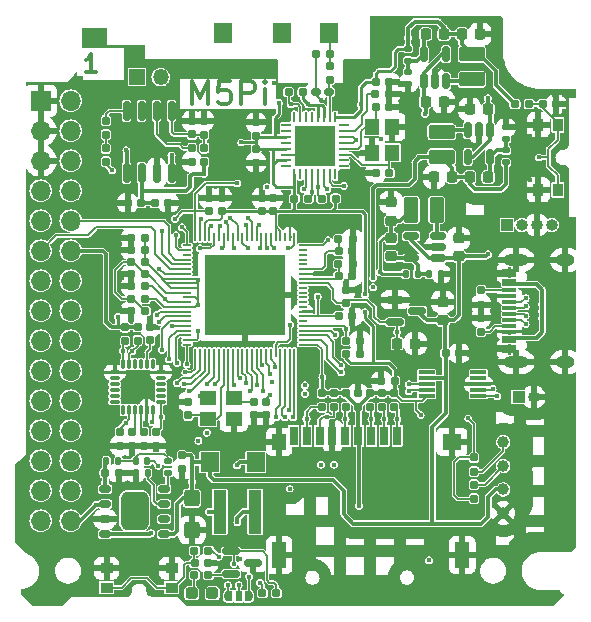
<source format=gbr>
%TF.GenerationSoftware,KiCad,Pcbnew,6.99.0-unknown-5a2f351f28~146~ubuntu20.04.1*%
%TF.CreationDate,2022-01-27T10:55:02+08:00*%
%TF.ProjectId,M5Pi,4d355069-2e6b-4696-9361-645f70636258,1.0*%
%TF.SameCoordinates,Original*%
%TF.FileFunction,Copper,L1,Top*%
%TF.FilePolarity,Positive*%
%FSLAX46Y46*%
G04 Gerber Fmt 4.6, Leading zero omitted, Abs format (unit mm)*
G04 Created by KiCad (PCBNEW 6.99.0-unknown-5a2f351f28~146~ubuntu20.04.1) date 2022-01-27 10:55:02*
%MOMM*%
%LPD*%
G01*
G04 APERTURE LIST*
G04 Aperture macros list*
%AMRoundRect*
0 Rectangle with rounded corners*
0 $1 Rounding radius*
0 $2 $3 $4 $5 $6 $7 $8 $9 X,Y pos of 4 corners*
0 Add a 4 corners polygon primitive as box body*
4,1,4,$2,$3,$4,$5,$6,$7,$8,$9,$2,$3,0*
0 Add four circle primitives for the rounded corners*
1,1,$1+$1,$2,$3*
1,1,$1+$1,$4,$5*
1,1,$1+$1,$6,$7*
1,1,$1+$1,$8,$9*
0 Add four rect primitives between the rounded corners*
20,1,$1+$1,$2,$3,$4,$5,0*
20,1,$1+$1,$4,$5,$6,$7,0*
20,1,$1+$1,$6,$7,$8,$9,0*
20,1,$1+$1,$8,$9,$2,$3,0*%
%AMFreePoly0*
4,1,19,0.350000,-0.450000,0.000000,-0.450000,0.000000,-0.445442,-0.052094,-0.445442,-0.150000,-0.409808,-0.229813,-0.342836,-0.281908,-0.252606,-0.295592,-0.175000,-0.300000,-0.175000,-0.300000,0.175000,-0.295592,0.175000,-0.281908,0.252606,-0.229813,0.342836,-0.150000,0.409808,-0.052094,0.445442,0.000000,0.445442,0.000000,0.450000,0.350000,0.450000,0.350000,-0.450000,0.350000,-0.450000,
$1*%
G04 Aperture macros list end*
%ADD10C,0.300000*%
%TA.AperFunction,NonConductor*%
%ADD11C,0.300000*%
%TD*%
%TA.AperFunction,SMDPad,CuDef*%
%ADD12FreePoly0,180.000000*%
%TD*%
%TA.AperFunction,SMDPad,CuDef*%
%ADD13R,0.600000X0.900000*%
%TD*%
%TA.AperFunction,SMDPad,CuDef*%
%ADD14FreePoly0,0.000000*%
%TD*%
%TA.AperFunction,SMDPad,CuDef*%
%ADD15RoundRect,0.155000X0.212500X0.155000X-0.212500X0.155000X-0.212500X-0.155000X0.212500X-0.155000X0*%
%TD*%
%TA.AperFunction,SMDPad,CuDef*%
%ADD16RoundRect,0.155000X-0.155000X0.212500X-0.155000X-0.212500X0.155000X-0.212500X0.155000X0.212500X0*%
%TD*%
%TA.AperFunction,SMDPad,CuDef*%
%ADD17RoundRect,0.160000X-0.197500X-0.160000X0.197500X-0.160000X0.197500X0.160000X-0.197500X0.160000X0*%
%TD*%
%TA.AperFunction,SMDPad,CuDef*%
%ADD18RoundRect,0.160000X-0.160000X0.197500X-0.160000X-0.197500X0.160000X-0.197500X0.160000X0.197500X0*%
%TD*%
%TA.AperFunction,SMDPad,CuDef*%
%ADD19RoundRect,0.160000X0.160000X-0.197500X0.160000X0.197500X-0.160000X0.197500X-0.160000X-0.197500X0*%
%TD*%
%TA.AperFunction,SMDPad,CuDef*%
%ADD20RoundRect,0.155000X-0.212500X-0.155000X0.212500X-0.155000X0.212500X0.155000X-0.212500X0.155000X0*%
%TD*%
%TA.AperFunction,SMDPad,CuDef*%
%ADD21RoundRect,0.250000X0.850000X-0.375000X0.850000X0.375000X-0.850000X0.375000X-0.850000X-0.375000X0*%
%TD*%
%TA.AperFunction,SMDPad,CuDef*%
%ADD22R,1.200000X1.400000*%
%TD*%
%TA.AperFunction,SMDPad,CuDef*%
%ADD23R,1.200000X2.200000*%
%TD*%
%TA.AperFunction,SMDPad,CuDef*%
%ADD24R,1.600000X1.400000*%
%TD*%
%TA.AperFunction,SMDPad,CuDef*%
%ADD25R,0.700000X1.600000*%
%TD*%
%TA.AperFunction,ComponentPad*%
%ADD26C,1.000000*%
%TD*%
%TA.AperFunction,ComponentPad*%
%ADD27R,1.000000X1.000000*%
%TD*%
%TA.AperFunction,ComponentPad*%
%ADD28O,1.000000X1.000000*%
%TD*%
%TA.AperFunction,SMDPad,CuDef*%
%ADD29RoundRect,0.135000X-0.135000X-0.185000X0.135000X-0.185000X0.135000X0.185000X-0.135000X0.185000X0*%
%TD*%
%TA.AperFunction,SMDPad,CuDef*%
%ADD30R,1.400000X0.300000*%
%TD*%
%TA.AperFunction,SMDPad,CuDef*%
%ADD31RoundRect,0.155000X0.155000X-0.212500X0.155000X0.212500X-0.155000X0.212500X-0.155000X-0.212500X0*%
%TD*%
%TA.AperFunction,SMDPad,CuDef*%
%ADD32RoundRect,0.225000X-0.225000X-0.250000X0.225000X-0.250000X0.225000X0.250000X-0.225000X0.250000X0*%
%TD*%
%TA.AperFunction,SMDPad,CuDef*%
%ADD33RoundRect,0.150000X0.150000X-0.512500X0.150000X0.512500X-0.150000X0.512500X-0.150000X-0.512500X0*%
%TD*%
%TA.AperFunction,SMDPad,CuDef*%
%ADD34RoundRect,0.150000X-0.150000X0.512500X-0.150000X-0.512500X0.150000X-0.512500X0.150000X0.512500X0*%
%TD*%
%TA.AperFunction,SMDPad,CuDef*%
%ADD35RoundRect,0.160000X0.197500X0.160000X-0.197500X0.160000X-0.197500X-0.160000X0.197500X-0.160000X0*%
%TD*%
%TA.AperFunction,SMDPad,CuDef*%
%ADD36RoundRect,0.160000X0.222500X0.160000X-0.222500X0.160000X-0.222500X-0.160000X0.222500X-0.160000X0*%
%TD*%
%TA.AperFunction,SMDPad,CuDef*%
%ADD37RoundRect,0.225000X0.250000X-0.225000X0.250000X0.225000X-0.250000X0.225000X-0.250000X-0.225000X0*%
%TD*%
%TA.AperFunction,SMDPad,CuDef*%
%ADD38RoundRect,0.135000X0.185000X-0.135000X0.185000X0.135000X-0.185000X0.135000X-0.185000X-0.135000X0*%
%TD*%
%TA.AperFunction,ComponentPad*%
%ADD39R,1.700000X1.700000*%
%TD*%
%TA.AperFunction,ComponentPad*%
%ADD40O,1.700000X1.700000*%
%TD*%
%TA.AperFunction,SMDPad,CuDef*%
%ADD41R,1.100000X3.700000*%
%TD*%
%TA.AperFunction,SMDPad,CuDef*%
%ADD42RoundRect,0.150000X0.350000X0.150000X-0.350000X0.150000X-0.350000X-0.150000X0.350000X-0.150000X0*%
%TD*%
%TA.AperFunction,SMDPad,CuDef*%
%ADD43RoundRect,0.600000X-0.600000X1.050000X-0.600000X-1.050000X0.600000X-1.050000X0.600000X1.050000X0*%
%TD*%
%TA.AperFunction,SMDPad,CuDef*%
%ADD44RoundRect,0.225000X-0.250000X0.225000X-0.250000X-0.225000X0.250000X-0.225000X0.250000X0.225000X0*%
%TD*%
%TA.AperFunction,SMDPad,CuDef*%
%ADD45R,0.875000X1.100000*%
%TD*%
%TA.AperFunction,SMDPad,CuDef*%
%ADD46RoundRect,0.075000X-0.350000X-0.075000X0.350000X-0.075000X0.350000X0.075000X-0.350000X0.075000X0*%
%TD*%
%TA.AperFunction,SMDPad,CuDef*%
%ADD47RoundRect,0.075000X0.075000X-0.350000X0.075000X0.350000X-0.075000X0.350000X-0.075000X-0.350000X0*%
%TD*%
%TA.AperFunction,SMDPad,CuDef*%
%ADD48RoundRect,0.225000X0.225000X0.250000X-0.225000X0.250000X-0.225000X-0.250000X0.225000X-0.250000X0*%
%TD*%
%TA.AperFunction,SMDPad,CuDef*%
%ADD49RoundRect,0.150000X0.512500X0.150000X-0.512500X0.150000X-0.512500X-0.150000X0.512500X-0.150000X0*%
%TD*%
%TA.AperFunction,SMDPad,CuDef*%
%ADD50RoundRect,0.237500X-0.287500X-0.237500X0.287500X-0.237500X0.287500X0.237500X-0.287500X0.237500X0*%
%TD*%
%TA.AperFunction,SMDPad,CuDef*%
%ADD51R,1.150000X0.300000*%
%TD*%
%TA.AperFunction,ComponentPad*%
%ADD52O,2.100000X1.000000*%
%TD*%
%TA.AperFunction,ComponentPad*%
%ADD53O,1.600000X1.000000*%
%TD*%
%TA.AperFunction,SMDPad,CuDef*%
%ADD54R,1.400000X1.200000*%
%TD*%
%TA.AperFunction,SMDPad,CuDef*%
%ADD55RoundRect,0.150000X-0.587500X-0.150000X0.587500X-0.150000X0.587500X0.150000X-0.587500X0.150000X0*%
%TD*%
%TA.AperFunction,ComponentPad*%
%ADD56R,1.350000X1.350000*%
%TD*%
%TA.AperFunction,ComponentPad*%
%ADD57O,1.350000X1.350000*%
%TD*%
%TA.AperFunction,SMDPad,CuDef*%
%ADD58RoundRect,0.062500X-0.062500X0.375000X-0.062500X-0.375000X0.062500X-0.375000X0.062500X0.375000X0*%
%TD*%
%TA.AperFunction,SMDPad,CuDef*%
%ADD59RoundRect,0.062500X-0.375000X0.062500X-0.375000X-0.062500X0.375000X-0.062500X0.375000X0.062500X0*%
%TD*%
%TA.AperFunction,SMDPad,CuDef*%
%ADD60R,3.450000X3.450000*%
%TD*%
%TA.AperFunction,SMDPad,CuDef*%
%ADD61RoundRect,0.250000X-0.425000X0.450000X-0.425000X-0.450000X0.425000X-0.450000X0.425000X0.450000X0*%
%TD*%
%TA.AperFunction,SMDPad,CuDef*%
%ADD62RoundRect,0.135000X0.135000X0.185000X-0.135000X0.185000X-0.135000X-0.185000X0.135000X-0.185000X0*%
%TD*%
%TA.AperFunction,SMDPad,CuDef*%
%ADD63RoundRect,0.147500X0.147500X0.172500X-0.147500X0.172500X-0.147500X-0.172500X0.147500X-0.172500X0*%
%TD*%
%TA.AperFunction,SMDPad,CuDef*%
%ADD64O,0.200000X0.800000*%
%TD*%
%TA.AperFunction,SMDPad,CuDef*%
%ADD65O,0.800000X0.200000*%
%TD*%
%TA.AperFunction,SMDPad,CuDef*%
%ADD66R,6.840000X6.840000*%
%TD*%
%TA.AperFunction,SMDPad,CuDef*%
%ADD67RoundRect,0.135000X-0.185000X0.135000X-0.185000X-0.135000X0.185000X-0.135000X0.185000X0.135000X0*%
%TD*%
%TA.AperFunction,SMDPad,CuDef*%
%ADD68R,1.520000X1.680000*%
%TD*%
%TA.AperFunction,SMDPad,CuDef*%
%ADD69RoundRect,0.150000X-0.150000X0.675000X-0.150000X-0.675000X0.150000X-0.675000X0.150000X0.675000X0*%
%TD*%
%TA.AperFunction,SMDPad,CuDef*%
%ADD70R,1.498600X1.798320*%
%TD*%
%TA.AperFunction,SMDPad,CuDef*%
%ADD71RoundRect,0.250000X0.375000X0.850000X-0.375000X0.850000X-0.375000X-0.850000X0.375000X-0.850000X0*%
%TD*%
%TA.AperFunction,SMDPad,CuDef*%
%ADD72RoundRect,0.147500X0.172500X-0.147500X0.172500X0.147500X-0.172500X0.147500X-0.172500X-0.147500X0*%
%TD*%
%TA.AperFunction,SMDPad,CuDef*%
%ADD73R,1.100000X0.875000*%
%TD*%
%TA.AperFunction,SMDPad,CuDef*%
%ADD74RoundRect,0.250000X-0.850000X0.375000X-0.850000X-0.375000X0.850000X-0.375000X0.850000X0.375000X0*%
%TD*%
%TA.AperFunction,ViaPad*%
%ADD75C,0.450000*%
%TD*%
%TA.AperFunction,ViaPad*%
%ADD76C,0.400000*%
%TD*%
%TA.AperFunction,Conductor*%
%ADD77C,0.150000*%
%TD*%
%TA.AperFunction,Conductor*%
%ADD78C,0.200000*%
%TD*%
%TA.AperFunction,Conductor*%
%ADD79C,0.250000*%
%TD*%
%TA.AperFunction,Conductor*%
%ADD80C,0.300000*%
%TD*%
%TA.AperFunction,Conductor*%
%ADD81C,0.350000*%
%TD*%
G04 APERTURE END LIST*
D10*
D11*
X127098116Y-72206325D02*
X127098116Y-70206325D01*
X127098116Y-70206325D02*
X127764783Y-71634897D01*
X127764783Y-71634897D02*
X128431449Y-70206325D01*
X128431449Y-70206325D02*
X128431449Y-72206325D01*
X130336211Y-70206325D02*
X129383830Y-70206325D01*
X129383830Y-70206325D02*
X129288592Y-71158706D01*
X129288592Y-71158706D02*
X129383830Y-71063468D01*
X129383830Y-71063468D02*
X129574306Y-70968230D01*
X129574306Y-70968230D02*
X130050497Y-70968230D01*
X130050497Y-70968230D02*
X130240973Y-71063468D01*
X130240973Y-71063468D02*
X130336211Y-71158706D01*
X130336211Y-71158706D02*
X130431449Y-71349183D01*
X130431449Y-71349183D02*
X130431449Y-71825373D01*
X130431449Y-71825373D02*
X130336211Y-72015849D01*
X130336211Y-72015849D02*
X130240973Y-72111087D01*
X130240973Y-72111087D02*
X130050497Y-72206325D01*
X130050497Y-72206325D02*
X129574306Y-72206325D01*
X129574306Y-72206325D02*
X129383830Y-72111087D01*
X129383830Y-72111087D02*
X129288592Y-72015849D01*
X131288591Y-72206325D02*
X131288591Y-70206325D01*
X131288591Y-70206325D02*
X132050496Y-70206325D01*
X132050496Y-70206325D02*
X132240972Y-70301564D01*
X132240972Y-70301564D02*
X132336210Y-70396802D01*
X132336210Y-70396802D02*
X132431448Y-70587278D01*
X132431448Y-70587278D02*
X132431448Y-70872992D01*
X132431448Y-70872992D02*
X132336210Y-71063468D01*
X132336210Y-71063468D02*
X132240972Y-71158706D01*
X132240972Y-71158706D02*
X132050496Y-71253944D01*
X132050496Y-71253944D02*
X131288591Y-71253944D01*
X133288591Y-72206325D02*
X133288591Y-70872992D01*
X133288591Y-70206325D02*
X133193353Y-70301564D01*
X133193353Y-70301564D02*
X133288591Y-70396802D01*
X133288591Y-70396802D02*
X133383829Y-70301564D01*
X133383829Y-70301564D02*
X133288591Y-70206325D01*
X133288591Y-70206325D02*
X133288591Y-70396802D01*
D10*
D11*
X118991925Y-69480135D02*
X118134782Y-69480135D01*
X118563353Y-69480135D02*
X118563353Y-67980135D01*
X118563353Y-67980135D02*
X118420496Y-68194421D01*
X118420496Y-68194421D02*
X118277639Y-68337278D01*
X118277639Y-68337278D02*
X118134782Y-68408706D01*
D12*
%TO.P,JP1,1,A*%
%TO.N,/~{RESET}*%
X131963353Y-113851564D03*
D13*
%TO.P,JP1,2,C*%
%TO.N,Net-(JP1-C)*%
X131063352Y-113851563D03*
D14*
%TO.P,JP1,3,B*%
%TO.N,/KEY2*%
X130163353Y-113851564D03*
%TD*%
D15*
%TO.P,C5,1*%
%TO.N,GND*%
X143800853Y-72401564D03*
%TO.P,C5,2*%
%TO.N,Net-(U2-XTAL_IN)*%
X142665853Y-72401564D03*
%TD*%
D16*
%TO.P,C26,1*%
%TO.N,GND*%
X126813353Y-97384064D03*
%TO.P,C26,2*%
%TO.N,Net-(U3A-HOSCI)*%
X126813353Y-98519064D03*
%TD*%
D15*
%TO.P,C21,1*%
%TO.N,+1V1*%
X123123353Y-87621564D03*
%TO.P,C21,2*%
%TO.N,GND*%
X121988353Y-87621564D03*
%TD*%
D16*
%TO.P,C53,1*%
%TO.N,+5V*%
X126263353Y-101934064D03*
%TO.P,C53,2*%
%TO.N,GND*%
X126263353Y-103069064D03*
%TD*%
D17*
%TO.P,R19,1*%
%TO.N,+3V3*%
X133065853Y-113601564D03*
%TO.P,R19,2*%
%TO.N,/STATUS_LED*%
X134260853Y-113601564D03*
%TD*%
D18*
%TO.P,R11,1*%
%TO.N,+3V3*%
X142178353Y-96646564D03*
%TO.P,R11,2*%
%TO.N,/SD_CMD*%
X142178353Y-97841564D03*
%TD*%
D16*
%TO.P,C14,1*%
%TO.N,GND*%
X134013353Y-80134064D03*
%TO.P,C14,2*%
%TO.N,+3V3*%
X134013353Y-81269064D03*
%TD*%
D19*
%TO.P,R13,1*%
%TO.N,/SD_CLK*%
X140128353Y-97841564D03*
%TO.P,R13,2*%
%TO.N,+3V3*%
X140128353Y-96646564D03*
%TD*%
D16*
%TO.P,C47,1*%
%TO.N,GND*%
X127123353Y-73616564D03*
%TO.P,C47,2*%
%TO.N,Net-(U5-CTRL)*%
X127123353Y-74751564D03*
%TD*%
D20*
%TO.P,C44,1*%
%TO.N,GND*%
X121988353Y-86601564D03*
%TO.P,C44,2*%
%TO.N,Net-(U3B-SVREF)*%
X123123353Y-86601564D03*
%TD*%
D21*
%TO.P,L1,1,1*%
%TO.N,Net-(U6-LX)*%
X150813353Y-70096564D03*
%TO.P,L1,2,2*%
%TO.N,+3V3*%
X150813353Y-67946564D03*
%TD*%
D15*
%TO.P,C40,1*%
%TO.N,GND*%
X140680853Y-84651564D03*
%TO.P,C40,2*%
%TO.N,Net-(U3A-VRA2)*%
X139545853Y-84651564D03*
%TD*%
D19*
%TO.P,R6,1*%
%TO.N,/I2C0_SCL*%
X122513353Y-92219064D03*
%TO.P,R6,2*%
%TO.N,+3V3*%
X122513353Y-91024064D03*
%TD*%
D22*
%TO.P,J1,0,SHEILD*%
%TO.N,GND*%
X134513352Y-100771563D03*
D23*
X134513352Y-110371563D03*
D24*
X149113352Y-100771563D03*
D23*
X150013352Y-110371563D03*
D25*
%TO.P,J1,1,DAT2*%
%TO.N,/SD_D2*%
X144513352Y-100271563D03*
%TO.P,J1,2,DAT3/CD*%
%TO.N,/SD_D3*%
X143413352Y-100271563D03*
%TO.P,J1,3,CMD*%
%TO.N,/SD_CMD*%
X142313352Y-100271563D03*
%TO.P,J1,4,VDD*%
%TO.N,+3V3*%
X141213352Y-100271563D03*
%TO.P,J1,5,CLK*%
%TO.N,/SD_CLK*%
X140113352Y-100271563D03*
%TO.P,J1,6,VSS*%
%TO.N,GND*%
X139013352Y-100271563D03*
%TO.P,J1,7,DAT0*%
%TO.N,/SD_D0*%
X137913352Y-100271563D03*
%TO.P,J1,8,DAT1*%
%TO.N,/SD_D1*%
X136813352Y-100271563D03*
%TO.P,J1,9,DET*%
%TO.N,unconnected-(J1-DET)*%
X135713352Y-100271563D03*
%TD*%
D26*
%TO.P,J11,1,GND*%
%TO.N,GND*%
X153463353Y-106801564D03*
%TO.P,J11,2,VCC*%
%TO.N,+5V*%
X153463353Y-104801564D03*
%TO.P,J11,3,IO1*%
%TO.N,/I2C1_SDA*%
X153463353Y-102801564D03*
%TO.P,J11,4,IO2*%
%TO.N,/I2C1_SCL*%
X153463353Y-100801564D03*
%TD*%
D27*
%TO.P,J12,1,Pin_1*%
%TO.N,/DP*%
X153773352Y-82401563D03*
D28*
%TO.P,J12,2,Pin_2*%
%TO.N,/DM*%
X155043352Y-82401563D03*
%TO.P,J12,3,Pin_3*%
%TO.N,GND*%
X156313352Y-82401563D03*
%TO.P,J12,4,Pin_4*%
%TO.N,+5V*%
X157583352Y-82401563D03*
%TD*%
D29*
%TO.P,R25,1*%
%TO.N,+1V1*%
X145195853Y-86551564D03*
%TO.P,R25,2*%
%TO.N,Net-(U8-FB)*%
X146215853Y-86551564D03*
%TD*%
D19*
%TO.P,R34,1*%
%TO.N,+5V*%
X128163353Y-77096564D03*
%TO.P,R34,2*%
%TO.N,Net-(U5-CTRL)*%
X128163353Y-75901564D03*
%TD*%
D30*
%TO.P,U1,1,UD+*%
%TO.N,/D+*%
X151373352Y-96891563D03*
%TO.P,U1,2,UD-*%
%TO.N,/D-*%
X151373352Y-96391563D03*
%TO.P,U1,3,GND*%
%TO.N,GND*%
X151373352Y-95891563D03*
%TO.P,U1,4,~{RTS}*%
%TO.N,unconnected-(U1-~{RTS})*%
X151373352Y-95391563D03*
%TO.P,U1,5,~{CTS}*%
%TO.N,unconnected-(U1-~{CTS})*%
X151373352Y-94891563D03*
%TO.P,U1,6,TNOW*%
%TO.N,unconnected-(U1-TNOW)*%
X146973352Y-94891563D03*
%TO.P,U1,7,VCC*%
%TO.N,+5V*%
X146973352Y-95391563D03*
%TO.P,U1,8,TXD*%
%TO.N,/UASRT0_RX*%
X146973352Y-95891563D03*
%TO.P,U1,9,RXD*%
%TO.N,/USART0_TX*%
X146973352Y-96391563D03*
%TO.P,U1,10,V3*%
%TO.N,+3V3*%
X146973352Y-96891563D03*
%TD*%
D31*
%TO.P,C20,1*%
%TO.N,+1V1*%
X128538353Y-81269064D03*
%TO.P,C20,2*%
%TO.N,GND*%
X128538353Y-80134064D03*
%TD*%
D15*
%TO.P,C12,1*%
%TO.N,GND*%
X141330853Y-93301564D03*
%TO.P,C12,2*%
%TO.N,+3V3*%
X140195853Y-93301564D03*
%TD*%
D32*
%TO.P,C33,1*%
%TO.N,+3V3*%
X149963353Y-66246564D03*
%TO.P,C33,2*%
%TO.N,GND*%
X151513353Y-66246564D03*
%TD*%
D18*
%TO.P,R32,1*%
%TO.N,/I2C1_SDA*%
X151000000Y-104402500D03*
%TO.P,R32,2*%
%TO.N,+3V3*%
X151000000Y-105597500D03*
%TD*%
D33*
%TO.P,U6,1,EN*%
%TO.N,+5V*%
X146733353Y-70239064D03*
%TO.P,U6,2,GND*%
%TO.N,GND*%
X147683353Y-70239064D03*
%TO.P,U6,3,LX*%
%TO.N,Net-(U6-LX)*%
X148633353Y-70239064D03*
%TO.P,U6,4,IN*%
%TO.N,+5V*%
X148633353Y-67964064D03*
%TO.P,U6,5,FB*%
%TO.N,Net-(U6-FB)*%
X146733353Y-67964064D03*
%TD*%
D17*
%TO.P,R10,1*%
%TO.N,GND*%
X121958353Y-89691564D03*
%TO.P,R10,2*%
%TO.N,Net-(U3B-SVREF)*%
X123153353Y-89691564D03*
%TD*%
D31*
%TO.P,C7,1*%
%TO.N,GND*%
X132533353Y-77136564D03*
%TO.P,C7,2*%
%TO.N,+3V3*%
X132533353Y-76001564D03*
%TD*%
D34*
%TO.P,U7,1,EN*%
%TO.N,+5V*%
X152363353Y-74376564D03*
%TO.P,U7,2,GND*%
%TO.N,GND*%
X151413353Y-74376564D03*
%TO.P,U7,3,LX*%
%TO.N,Net-(U7-LX)*%
X150463353Y-74376564D03*
%TO.P,U7,4,IN*%
%TO.N,+5V*%
X150463353Y-76651564D03*
%TO.P,U7,5,FB*%
%TO.N,Net-(U7-FB)*%
X152363353Y-76651564D03*
%TD*%
D20*
%TO.P,C50,1*%
%TO.N,/KEY1*%
X156795853Y-72201564D03*
%TO.P,C50,2*%
%TO.N,GND*%
X157930853Y-72201564D03*
%TD*%
%TO.P,C22,1*%
%TO.N,+1V1*%
X140195853Y-92201564D03*
%TO.P,C22,2*%
%TO.N,GND*%
X141330853Y-92201564D03*
%TD*%
D18*
%TO.P,Ri1,1*%
%TO.N,Net-(U5-INN)*%
X119813353Y-73586564D03*
%TO.P,Ri1,2*%
%TO.N,Net-(Ci1-Pad2)*%
X119813353Y-74781564D03*
%TD*%
D35*
%TO.P,R30,1*%
%TO.N,GND*%
X140710853Y-83601564D03*
%TO.P,R30,2*%
%TO.N,Net-(U3A-VRA2)*%
X139515853Y-83601564D03*
%TD*%
D31*
%TO.P,Ci1,1*%
%TO.N,/AMP_HPR*%
X119813353Y-77066564D03*
%TO.P,Ci1,2*%
%TO.N,Net-(Ci1-Pad2)*%
X119813353Y-75931564D03*
%TD*%
D19*
%TO.P,R16,1*%
%TO.N,/SD_D1*%
X138113353Y-97841564D03*
%TO.P,R16,2*%
%TO.N,+3V3*%
X138113353Y-96646564D03*
%TD*%
D18*
%TO.P,R15,1*%
%TO.N,+3V3*%
X144253353Y-96646564D03*
%TO.P,R15,2*%
%TO.N,/SD_D2*%
X144253353Y-97841564D03*
%TD*%
D36*
%TO.P,TBD1,1,1*%
%TO.N,Net-(U2-LNA)*%
X138758353Y-71151564D03*
%TO.P,TBD1,2,2*%
%TO.N,GND*%
X137613353Y-71151564D03*
%TD*%
D37*
%TO.P,C42,1*%
%TO.N,+5V*%
X148350853Y-90476564D03*
%TO.P,C42,2*%
%TO.N,GND*%
X148350853Y-88926564D03*
%TD*%
D18*
%TO.P,R8,1*%
%TO.N,Net-(U4-AD0)*%
X122033353Y-99936564D03*
%TO.P,R8,2*%
%TO.N,GND*%
X122033353Y-101131564D03*
%TD*%
%TO.P,R4,1*%
%TO.N,Net-(UART1-CC2)*%
X151613353Y-87956564D03*
%TO.P,R4,2*%
%TO.N,GND*%
X151613353Y-89151564D03*
%TD*%
D19*
%TO.P,R7,1*%
%TO.N,/I2C0_SDA*%
X121463353Y-92249064D03*
%TO.P,R7,2*%
%TO.N,+3V3*%
X121463353Y-91054064D03*
%TD*%
D27*
%TO.P,J3,1,Pin_1*%
%TO.N,/VBAT*%
X154763352Y-96976563D03*
D28*
%TO.P,J3,2,Pin_2*%
%TO.N,GND*%
X156033352Y-96976563D03*
%TD*%
D18*
%TO.P,R35,1*%
%TO.N,GND*%
X128153353Y-73586564D03*
%TO.P,R35,2*%
%TO.N,Net-(U5-CTRL)*%
X128153353Y-74781564D03*
%TD*%
D38*
%TO.P,R24,1*%
%TO.N,Net-(U7-FB)*%
X153693353Y-75159064D03*
%TO.P,R24,2*%
%TO.N,GND*%
X153693353Y-74139064D03*
%TD*%
D15*
%TO.P,C1,1*%
%TO.N,+3V3*%
X144280853Y-95601564D03*
%TO.P,C1,2*%
%TO.N,GND*%
X143145853Y-95601564D03*
%TD*%
D17*
%TO.P,R9,1*%
%TO.N,Net-(U3B-SVREF)*%
X121958353Y-88651564D03*
%TO.P,R9,2*%
%TO.N,+2V5*%
X123153353Y-88651564D03*
%TD*%
D35*
%TO.P,R36,1*%
%TO.N,/KEY1*%
X155660853Y-72201564D03*
%TO.P,R36,2*%
%TO.N,+3V3*%
X154465853Y-72201564D03*
%TD*%
D16*
%TO.P,C3,1*%
%TO.N,Net-(AE1-PadFEED)*%
X138813353Y-68984064D03*
%TO.P,C3,2*%
%TO.N,Net-(U2-LNA)*%
X138813353Y-70119064D03*
%TD*%
D18*
%TO.P,R3,1*%
%TO.N,GND*%
X151613353Y-90254064D03*
%TO.P,R3,2*%
%TO.N,Net-(UART1-CC1)*%
X151613353Y-91449064D03*
%TD*%
D39*
%TO.P,J2,1,Pin_1*%
%TO.N,GND*%
X114313352Y-71901563D03*
D40*
%TO.P,J2,2,Pin_2*%
%TO.N,/PD13*%
X116853352Y-71901563D03*
%TO.P,J2,3,Pin_3*%
%TO.N,GND*%
X114313352Y-74441563D03*
%TO.P,J2,4,Pin_4*%
%TO.N,/PD14*%
X116853352Y-74441563D03*
%TO.P,J2,5,Pin_5*%
%TO.N,GND*%
X114313352Y-76981563D03*
%TO.P,J2,6,Pin_6*%
%TO.N,/~{RESET}*%
X116853352Y-76981563D03*
%TO.P,J2,7,Pin_7*%
%TO.N,/PD19*%
X114313352Y-79521563D03*
%TO.P,J2,8,Pin_8*%
%TO.N,/PD12*%
X116853352Y-79521563D03*
%TO.P,J2,9,Pin_9*%
%TO.N,/PD21*%
X114313352Y-82061563D03*
%TO.P,J2,10,Pin_10*%
%TO.N,/PD18*%
X116853352Y-82061563D03*
%TO.P,J2,11,Pin_11*%
%TO.N,/PD20*%
X114313352Y-84601563D03*
%TO.P,J2,12,Pin_12*%
%TO.N,+3V3*%
X116853352Y-84601563D03*
%TO.P,J2,13,Pin_13*%
%TO.N,/USART1_RX*%
X114313352Y-87141563D03*
%TO.P,J2,14,Pin_14*%
%TO.N,/USART1_TX*%
X116853352Y-87141563D03*
%TO.P,J2,15,Pin_15*%
%TO.N,/USART2_RX*%
X114313352Y-89681563D03*
%TO.P,J2,16,Pin_16*%
%TO.N,/USART2_TX*%
X116853352Y-89681563D03*
%TO.P,J2,17,Pin_17*%
%TO.N,/I2C2_SDA*%
X114313352Y-92221563D03*
%TO.P,J2,18,Pin_18*%
%TO.N,/I2C2_SCL*%
X116853352Y-92221563D03*
%TO.P,J2,19,Pin_19*%
%TO.N,/I2C1_SDA*%
X114313352Y-94761563D03*
%TO.P,J2,20,Pin_20*%
%TO.N,/I2C1_SCL*%
X116853352Y-94761563D03*
%TO.P,J2,21,Pin_21*%
%TO.N,/I2S_BCLK*%
X114313352Y-97301563D03*
%TO.P,J2,22,Pin_22*%
%TO.N,/I2S_MCLK*%
X116853352Y-97301563D03*
%TO.P,J2,23,Pin_23*%
%TO.N,/I2S_DOUT*%
X114313352Y-99841563D03*
%TO.P,J2,24,Pin_24*%
%TO.N,/I2S_LRCK*%
X116853352Y-99841563D03*
%TO.P,J2,25,Pin_25*%
%TO.N,/DM*%
X114313352Y-102381563D03*
%TO.P,J2,26,Pin_26*%
%TO.N,/I2S_DIN*%
X116853352Y-102381563D03*
%TO.P,J2,27,Pin_27*%
%TO.N,/DP*%
X114313352Y-104921563D03*
%TO.P,J2,28,Pin_28*%
%TO.N,+5V*%
X116853352Y-104921563D03*
%TO.P,J2,29,Pin_29*%
%TO.N,/AMP_HPL*%
X114313352Y-107461563D03*
%TO.P,J2,30,Pin_30*%
%TO.N,/VBAT*%
X116853352Y-107461563D03*
%TD*%
D41*
%TO.P,L4,1,1*%
%TO.N,Net-(D4-A)*%
X132463352Y-106701563D03*
%TO.P,L4,2,2*%
%TO.N,/VBAT*%
X129463352Y-106701563D03*
%TD*%
D42*
%TO.P,U10,1,VOUT*%
%TO.N,+5V*%
X124763353Y-108606564D03*
%TO.P,U10,2,~{CHRG}*%
%TO.N,Net-(D2-K)*%
X124763353Y-107336564D03*
%TO.P,U10,3,PROG*%
%TO.N,Net-(U10-PROG)*%
X124763353Y-106066564D03*
%TO.P,U10,4,~{STDBY}*%
%TO.N,Net-(D3-K)*%
X124763353Y-104796564D03*
%TO.P,U10,5,VCC*%
%TO.N,+5VD*%
X119763353Y-104796564D03*
%TO.P,U10,6,BAT*%
%TO.N,/VBAT*%
X119763353Y-106066564D03*
%TO.P,U10,7,GND*%
%TO.N,GND*%
X119763353Y-107336564D03*
%TO.P,U10,8,LX*%
%TO.N,Net-(D4-A)*%
X119763353Y-108606564D03*
D43*
%TO.P,U10,9*%
%TO.N,N/C*%
X122263353Y-106601564D03*
%TD*%
D17*
%TO.P,R5,1*%
%TO.N,Net-(U2-RES12K)*%
X142635853Y-71361564D03*
%TO.P,R5,2*%
%TO.N,GND*%
X143830853Y-71361564D03*
%TD*%
D35*
%TO.P,R18,1*%
%TO.N,Net-(Q1-S)*%
X128508353Y-112061564D03*
%TO.P,R18,2*%
%TO.N,Net-(D1-K)*%
X127313353Y-112061564D03*
%TD*%
D44*
%TO.P,C37,1*%
%TO.N,+1V1*%
X143985853Y-83526564D03*
%TO.P,C37,2*%
%TO.N,Net-(U8-FB)*%
X143985853Y-85076564D03*
%TD*%
D19*
%TO.P,R37,1*%
%TO.N,/I2C1_SCL*%
X151000000Y-103297500D03*
%TO.P,R37,2*%
%TO.N,+3V3*%
X151000000Y-102102500D03*
%TD*%
D45*
%TO.P,SW2,1,1*%
%TO.N,/KEY1*%
X158076352Y-73941563D03*
X158076352Y-79441563D03*
%TO.P,SW2,2,2*%
%TO.N,GND*%
X156451352Y-73941563D03*
X156451352Y-79441563D03*
%TD*%
D46*
%TO.P,U4,1,CLKIN*%
%TO.N,GND*%
X120583353Y-94891564D03*
%TO.P,U4,2*%
%TO.N,N/C*%
X120583353Y-95391564D03*
%TO.P,U4,3*%
X120583353Y-95891564D03*
%TO.P,U4,4*%
X120583353Y-96391564D03*
%TO.P,U4,5*%
X120583353Y-96891564D03*
%TO.P,U4,6,AUX_SDA*%
%TO.N,unconnected-(U4-AUX_SDA)*%
X120583353Y-97391564D03*
D47*
%TO.P,U4,7,AUX_SCL*%
%TO.N,unconnected-(U4-AUX_SCL)*%
X121283353Y-98091564D03*
%TO.P,U4,8,VDDIO*%
%TO.N,+3V3*%
X121783353Y-98091564D03*
%TO.P,U4,9,AD0*%
%TO.N,Net-(U4-AD0)*%
X122283353Y-98091564D03*
%TO.P,U4,10,REGOUT*%
%TO.N,Net-(U4-REGOUT)*%
X122783353Y-98091564D03*
%TO.P,U4,11,FSYNC*%
%TO.N,GND*%
X123283353Y-98091564D03*
%TO.P,U4,12,INT*%
%TO.N,/MPU_INIT*%
X123783353Y-98091564D03*
D46*
%TO.P,U4,13,VDD*%
%TO.N,+3V3*%
X124483353Y-97391564D03*
%TO.P,U4,14*%
%TO.N,N/C*%
X124483353Y-96891564D03*
%TO.P,U4,15*%
X124483353Y-96391564D03*
%TO.P,U4,16*%
X124483353Y-95891564D03*
%TO.P,U4,17*%
X124483353Y-95391564D03*
%TO.P,U4,18,GND*%
%TO.N,GND*%
X124483353Y-94891564D03*
D47*
%TO.P,U4,19*%
%TO.N,N/C*%
X123783353Y-94191564D03*
%TO.P,U4,20,CPOUT*%
%TO.N,Net-(U4-CPOUT)*%
X123283353Y-94191564D03*
%TO.P,U4,21*%
%TO.N,N/C*%
X122783353Y-94191564D03*
%TO.P,U4,22*%
X122283353Y-94191564D03*
%TO.P,U4,23,SCL*%
%TO.N,/I2C0_SCL*%
X121783353Y-94191564D03*
%TO.P,U4,24,SDA*%
%TO.N,/I2C0_SDA*%
X121283353Y-94191564D03*
%TD*%
D20*
%TO.P,C8,1*%
%TO.N,+3V3*%
X142665853Y-70321564D03*
%TO.P,C8,2*%
%TO.N,GND*%
X143800853Y-70321564D03*
%TD*%
D48*
%TO.P,C38,1*%
%TO.N,+2V5*%
X149163353Y-78359064D03*
%TO.P,C38,2*%
%TO.N,GND*%
X147613353Y-78359064D03*
%TD*%
D20*
%TO.P,C49,1*%
%TO.N,GND*%
X121675853Y-80541564D03*
%TO.P,C49,2*%
%TO.N,+5V*%
X122810853Y-80541564D03*
%TD*%
D49*
%TO.P,U8,1,EN*%
%TO.N,+5V*%
X147963353Y-85251564D03*
%TO.P,U8,2,GND*%
%TO.N,GND*%
X147963353Y-84301564D03*
%TO.P,U8,3,LX*%
%TO.N,Net-(U8-LX)*%
X147963353Y-83351564D03*
%TO.P,U8,4,IN*%
%TO.N,+5V*%
X145688353Y-83351564D03*
%TO.P,U8,5,FB*%
%TO.N,Net-(U8-FB)*%
X145688353Y-85251564D03*
%TD*%
D17*
%TO.P,R17,1*%
%TO.N,Net-(JP1-C)*%
X127313353Y-109991564D03*
%TO.P,R17,2*%
%TO.N,+3V3*%
X128508353Y-109991564D03*
%TD*%
D50*
%TO.P,D1,1,K*%
%TO.N,Net-(D1-K)*%
X127088353Y-113601564D03*
%TO.P,D1,2,A*%
%TO.N,+3V3*%
X128838353Y-113601564D03*
%TD*%
D32*
%TO.P,C36,1*%
%TO.N,+2V5*%
X150638353Y-78359064D03*
%TO.P,C36,2*%
%TO.N,Net-(U7-FB)*%
X152188353Y-78359064D03*
%TD*%
D31*
%TO.P,C11,1*%
%TO.N,GND*%
X133388353Y-98519064D03*
%TO.P,C11,2*%
%TO.N,+3V3*%
X133388353Y-97384064D03*
%TD*%
D48*
%TO.P,C32,1*%
%TO.N,+3V3*%
X148458353Y-66251564D03*
%TO.P,C32,2*%
%TO.N,Net-(U6-FB)*%
X146908353Y-66251564D03*
%TD*%
D18*
%TO.P,R12,1*%
%TO.N,+3V3*%
X143203353Y-96646564D03*
%TO.P,R12,2*%
%TO.N,/SD_D3*%
X143203353Y-97841564D03*
%TD*%
D31*
%TO.P,C18,1*%
%TO.N,Net-(U4-CPOUT)*%
X123558353Y-92189064D03*
%TO.P,C18,2*%
%TO.N,GND*%
X123558353Y-91054064D03*
%TD*%
D20*
%TO.P,C28,1*%
%TO.N,Net-(JP1-C)*%
X127343353Y-111031564D03*
%TO.P,C28,2*%
%TO.N,GND*%
X128478353Y-111031564D03*
%TD*%
D51*
%TO.P,UART1,A1,GND*%
%TO.N,GND*%
X153993352Y-93051563D03*
%TO.P,UART1,A4,VBUS*%
%TO.N,VBUS*%
X153993352Y-92251563D03*
%TO.P,UART1,A5,CC1*%
%TO.N,Net-(UART1-CC1)*%
X153993352Y-90951563D03*
%TO.P,UART1,A6,D+*%
%TO.N,/D+*%
X153993352Y-89951563D03*
%TO.P,UART1,A7,D-*%
%TO.N,/D-*%
X153993352Y-89451563D03*
%TO.P,UART1,A8,SBU1*%
%TO.N,GND*%
X153993352Y-88451563D03*
%TO.P,UART1,A9,VBUS*%
%TO.N,VBUS*%
X153993352Y-87151563D03*
%TO.P,UART1,A12,GND*%
%TO.N,GND*%
X153993352Y-86351563D03*
%TO.P,UART1,B1,GND*%
X153993352Y-86651563D03*
%TO.P,UART1,B4,VBUS*%
%TO.N,VBUS*%
X153993352Y-87451563D03*
%TO.P,UART1,B5,CC2*%
%TO.N,Net-(UART1-CC2)*%
X153993352Y-87951563D03*
%TO.P,UART1,B6,D+*%
%TO.N,/DP*%
X153993352Y-88951563D03*
%TO.P,UART1,B7,D-*%
%TO.N,/DM*%
X153993352Y-90451563D03*
%TO.P,UART1,B8,SBU2*%
%TO.N,GND*%
X153993352Y-91451563D03*
%TO.P,UART1,B9,VBUS*%
%TO.N,VBUS*%
X153993352Y-91951563D03*
%TO.P,UART1,B12,GND*%
%TO.N,GND*%
X153993352Y-92751563D03*
D52*
%TO.P,UART1,S1,SHIELD*%
X154558352Y-94021563D03*
D53*
X158738352Y-94021563D03*
D52*
X154558352Y-85381563D03*
D53*
X158738352Y-85381563D03*
%TD*%
D15*
%TO.P,C13,1*%
%TO.N,GND*%
X140700853Y-90121564D03*
%TO.P,C13,2*%
%TO.N,+3V3*%
X139565853Y-90121564D03*
%TD*%
D54*
%TO.P,Y2,1,1*%
%TO.N,Net-(U3A-HOSCI)*%
X128463352Y-98801563D03*
%TO.P,Y2,2,2*%
%TO.N,GND*%
X130663352Y-98801563D03*
%TO.P,Y2,3,3*%
%TO.N,Net-(U3A-HOSCO)*%
X130663352Y-97101563D03*
%TO.P,Y2,4,4*%
%TO.N,GND*%
X128463352Y-97101563D03*
%TD*%
D15*
%TO.P,C41,1*%
%TO.N,GND*%
X140680853Y-86751564D03*
%TO.P,C41,2*%
%TO.N,Net-(U3A-VRA1)*%
X139545853Y-86751564D03*
%TD*%
D37*
%TO.P,C39,1*%
%TO.N,+1V1*%
X143970853Y-82041564D03*
%TO.P,C39,2*%
%TO.N,GND*%
X143970853Y-80491564D03*
%TD*%
D55*
%TO.P,U9,1,GND*%
%TO.N,GND*%
X144325853Y-88751564D03*
%TO.P,U9,2,VO*%
%TO.N,+3V0*%
X144325853Y-90651564D03*
%TO.P,U9,3,VI*%
%TO.N,+5V*%
X146200853Y-89701564D03*
%TD*%
D56*
%TO.P,J6,1,Pin_1*%
%TO.N,Net-(J6-Pin_1)*%
X122463352Y-69901563D03*
D57*
%TO.P,J6,2,Pin_2*%
%TO.N,Net-(J6-Pin_2)*%
X124463352Y-69901563D03*
%TD*%
D35*
%TO.P,R29,1*%
%TO.N,+3V3*%
X139288353Y-80181564D03*
%TO.P,R29,2*%
%TO.N,/SPI0_CLK*%
X138093353Y-80181564D03*
%TD*%
D15*
%TO.P,C51,1*%
%TO.N,GND*%
X120898353Y-103401564D03*
%TO.P,C51,2*%
%TO.N,+5VD*%
X119763353Y-103401564D03*
%TD*%
D16*
%TO.P,C17,1*%
%TO.N,+3V3*%
X124083353Y-99966564D03*
%TO.P,C17,2*%
%TO.N,GND*%
X124083353Y-101101564D03*
%TD*%
D35*
%TO.P,R31,1*%
%TO.N,GND*%
X140710853Y-85701564D03*
%TO.P,R31,2*%
%TO.N,Net-(U3A-VRA1)*%
X139515853Y-85701564D03*
%TD*%
D58*
%TO.P,U2,1,VDDA*%
%TO.N,+3V3*%
X139263353Y-73264064D03*
%TO.P,U2,2,LNA*%
%TO.N,Net-(U2-LNA)*%
X138763353Y-73264064D03*
%TO.P,U2,3,VDD3P3*%
%TO.N,+3V3*%
X138263353Y-73264064D03*
%TO.P,U2,4,VDD3P3*%
X137763353Y-73264064D03*
%TO.P,U2,5,VDD_RTC*%
%TO.N,unconnected-(U2-VDD_RTC)*%
X137263353Y-73264064D03*
%TO.P,U2,6,TOUT*%
%TO.N,unconnected-(U2-TOUT)*%
X136763353Y-73264064D03*
%TO.P,U2,7,CHIP_PU*%
%TO.N,/WIFI_RESET*%
X136263353Y-73264064D03*
%TO.P,U2,8,XPD_DCDC*%
%TO.N,unconnected-(U2-XPD_DCDC)*%
X135763353Y-73264064D03*
D59*
%TO.P,U2,9,MTMS*%
%TO.N,unconnected-(U2-MTMS)*%
X135075853Y-73951564D03*
%TO.P,U2,10,MTDI*%
%TO.N,unconnected-(U2-MTDI)*%
X135075853Y-74451564D03*
%TO.P,U2,11,VDDPST*%
%TO.N,+3V3*%
X135075853Y-74951564D03*
%TO.P,U2,12,MTCK*%
%TO.N,unconnected-(U2-MTCK)*%
X135075853Y-75451564D03*
%TO.P,U2,13,MTDO*%
%TO.N,+3V3*%
X135075853Y-75951564D03*
%TO.P,U2,14,GPIO2*%
%TO.N,GND*%
X135075853Y-76451564D03*
%TO.P,U2,15,GPIO0*%
%TO.N,+3V3*%
X135075853Y-76951564D03*
%TO.P,U2,16,VDD*%
%TO.N,unconnected-(U2-VDD)*%
X135075853Y-77451564D03*
D58*
%TO.P,U2,17,VDDPST*%
%TO.N,+3V3*%
X135763353Y-78139064D03*
%TO.P,U2,18,SDIO_DATA_2*%
%TO.N,unconnected-(U2-SDIO_DATA_2)*%
X136263353Y-78139064D03*
%TO.P,U2,19,SDIO_DATA_3*%
%TO.N,/SPI0_CS*%
X136763353Y-78139064D03*
%TO.P,U2,20,SDIO_CMD*%
%TO.N,/SPI0_MOSI*%
X137263353Y-78139064D03*
%TO.P,U2,21,SDIO_CLK*%
%TO.N,/SPI0_CLK*%
X137763353Y-78139064D03*
%TO.P,U2,22,SDIO_DATA_0*%
%TO.N,/SPI0_MISO*%
X138263353Y-78139064D03*
%TO.P,U2,23,SDIO_DATA_1*%
%TO.N,/WIFI_INT*%
X138763353Y-78139064D03*
%TO.P,U2,24,DVDD*%
%TO.N,unconnected-(U2-DVDD)*%
X139263353Y-78139064D03*
D59*
%TO.P,U2,25,U0RXD*%
%TO.N,unconnected-(U2-U0RXD)*%
X139950853Y-77451564D03*
%TO.P,U2,26,U0TXD*%
%TO.N,unconnected-(U2-U0TXD)*%
X139950853Y-76951564D03*
%TO.P,U2,27,XTAL_OUT*%
%TO.N,Net-(U2-XTAL_OUT)*%
X139950853Y-76451564D03*
%TO.P,U2,28,XTAL_IN*%
%TO.N,Net-(U2-XTAL_IN)*%
X139950853Y-75951564D03*
%TO.P,U2,29,VDDD*%
%TO.N,+3V3*%
X139950853Y-75451564D03*
%TO.P,U2,30,VDDA*%
X139950853Y-74951564D03*
%TO.P,U2,31,RES12K*%
%TO.N,Net-(U2-RES12K)*%
X139950853Y-74451564D03*
%TO.P,U2,32,~{EXT_RSTB}*%
%TO.N,unconnected-(U2-~{EXT_RSTB})*%
X139950853Y-73951564D03*
D60*
%TO.P,U2,33,GND*%
%TO.N,GND*%
X137513352Y-75701563D03*
%TD*%
D61*
%TO.P,C56,1*%
%TO.N,+5V*%
X127113353Y-105551564D03*
%TO.P,C56,2*%
%TO.N,GND*%
X127113353Y-108251564D03*
%TD*%
D20*
%TO.P,C48,1*%
%TO.N,+5V*%
X123983353Y-80541564D03*
%TO.P,C48,2*%
%TO.N,GND*%
X125118353Y-80541564D03*
%TD*%
D62*
%TO.P,R2,1*%
%TO.N,Net-(U10-PROG)*%
X123373353Y-103401564D03*
%TO.P,R2,2*%
%TO.N,GND*%
X122353353Y-103401564D03*
%TD*%
D63*
%TO.P,D2,1,K*%
%TO.N,Net-(D2-K)*%
X123348353Y-102401564D03*
%TO.P,D2,2,A*%
%TO.N,Net-(D2-A)*%
X122378353Y-102401564D03*
%TD*%
D64*
%TO.P,U3,1,HPL*%
%TO.N,/AMP_HPL*%
X135793352Y-83451563D03*
%TO.P,U3,2,HPCOMFB*%
%TO.N,GND*%
X135393352Y-83451563D03*
%TO.P,U3,3,HPCOM*%
%TO.N,unconnected-(U3A-HPCOM)*%
X134993352Y-83451563D03*
%TO.P,U3,4,HPVCC*%
%TO.N,+3V3*%
X134593352Y-83451563D03*
%TO.P,U3,5,VCC_IO*%
X134193352Y-83451563D03*
%TO.P,U3,6,PD0/LCD_D2/TWI0_SDA/RSB_SDA/EINTD0*%
%TO.N,/WIFI_INT*%
X133793352Y-83451563D03*
%TO.P,U3,7,PD1/LCD_D3/UART1_RTS/EINTD1*%
%TO.N,/WIFI_RESET*%
X133393352Y-83451563D03*
%TO.P,U3,8,PD2/LCD_D4/UART1_CTS/EINTD2*%
%TO.N,/TOUCH_INT*%
X132993352Y-83451563D03*
%TO.P,U3,9,PD3/LCD_D5/UART1_RX/EINTD3*%
%TO.N,/USART1_RX*%
X132593352Y-83451563D03*
%TO.P,U3,10,PD4/LCD_D6/UART1_TX/EINTD4*%
%TO.N,/USART1_TX*%
X132193352Y-83451563D03*
%TO.P,U3,11,PD5/LCD_D7/TWI1_SCK/EINTD5*%
%TO.N,/I2C1_SCL*%
X131793352Y-83451563D03*
%TO.P,U3,12,PD6/LCD_D10/TWI1_SDA/EINTD6*%
%TO.N,/I2C1_SDA*%
X131393352Y-83451563D03*
%TO.P,U3,13,PD7/LCD_D11/DA_MCLK/EINTD7*%
%TO.N,/I2S_MCLK*%
X130993352Y-83451563D03*
%TO.P,U3,14,PD8/LCD_D12/DA_BCLK/EINTD8*%
%TO.N,/I2S_BCLK*%
X130593352Y-83451563D03*
%TO.P,U3,15,PD9/LCD_D13/DA_LRCK/EINTD9*%
%TO.N,/I2S_LRCK*%
X130193352Y-83451563D03*
%TO.P,U3,16,PD10/LCD_D14/DA_IN/EINTD10*%
%TO.N,/I2S_DIN*%
X129793352Y-83451563D03*
%TO.P,U3,17,PD11/LCD_D15/DA_OUT/EINTD11*%
%TO.N,/I2S_DOUT*%
X129393352Y-83451563D03*
%TO.P,U3,18,PD12/LCD_D18/TWI0_SCK/RSB_SCK/EINTD12*%
%TO.N,/PD12*%
X128993352Y-83451563D03*
%TO.P,U3,19,PD13/LCD_D19/UART2_TX/EINTD13*%
%TO.N,/PD13*%
X128593352Y-83451563D03*
%TO.P,U3,20,VCC_IO*%
%TO.N,+3V3*%
X128193352Y-83451563D03*
%TO.P,U3,21,PD14/LCD_D20/UART2_RX/EINTD14*%
%TO.N,/PD14*%
X127793352Y-83451563D03*
%TO.P,U3,22,VDD_CORE*%
%TO.N,+1V1*%
X127393352Y-83451563D03*
D65*
%TO.P,U3,23,PD15/LCD_D21/UART2_RTS/TWI2_SCK/EINTD15*%
%TO.N,/I2C2_SCL*%
X126693352Y-84151563D03*
%TO.P,U3,24,PD16/LCD_D22/UART2_CTS/TWI2_SDA/EINTD16*%
%TO.N,/I2C2_SDA*%
X126693352Y-84551563D03*
%TO.P,U3,25,PD17/LCD_D23/OWA_OUT/EINTD17*%
%TO.N,/PD17*%
X126693352Y-84951563D03*
%TO.P,U3,26,PD18/LCD_CLK/SPI0_CS/EINTD18*%
%TO.N,/PD18*%
X126693352Y-85351563D03*
%TO.P,U3,27,PD19/LCD_DE/SPI0_MOSI/EINTD19*%
%TO.N,/PD19*%
X126693352Y-85751563D03*
%TO.P,U3,28,PD20/LCD_HSYNC/SPI0_CLK/EINTD20*%
%TO.N,/PD20*%
X126693352Y-86151563D03*
%TO.P,U3,29,PD21/LCD_VSYNC/SPI0_MISO/EINTD21*%
%TO.N,/PD21*%
X126693352Y-86551563D03*
%TO.P,U3,30,VCC_DRAM*%
%TO.N,+2V5*%
X126693352Y-86951563D03*
%TO.P,U3,31,VCC_DRAM*%
X126693352Y-87351563D03*
%TO.P,U3,32,VCC_DRAM*%
X126693352Y-87751563D03*
%TO.P,U3,33,SVREF*%
%TO.N,Net-(U3B-SVREF)*%
X126693352Y-88151563D03*
%TO.P,U3,34,VCC_DRAM*%
%TO.N,+2V5*%
X126693352Y-88551563D03*
%TO.P,U3,35,VDD_CORE*%
%TO.N,+1V1*%
X126693352Y-88951563D03*
%TO.P,U3,36,VCC_DRAM*%
%TO.N,+2V5*%
X126693352Y-89351563D03*
%TO.P,U3,37,PE12/DA_MCLK/TWI0_SDA/PWM0/EINTE12*%
%TO.N,/I2C0_SDA*%
X126693352Y-89751563D03*
%TO.P,U3,38,PE11/CLK_OUT/TWI0_SCK/IR_RX/EINTE11*%
%TO.N,/I2C0_SCL*%
X126693352Y-90151563D03*
%TO.P,U3,39,PE10/CSI_D7/UART2_CTS/SPI1_MISO/EINTE10*%
%TO.N,/KEY2*%
X126693352Y-90551563D03*
%TO.P,U3,40,PE9/CSI_D6/UART2_RTS/SPI1_CLK/EINTE9*%
%TO.N,/KEY1*%
X126693352Y-90951563D03*
%TO.P,U3,41,PE8/CSI_D5/UART2_RX/SPI1_MOSI/EINTE8*%
%TO.N,/USART2_RX*%
X126693352Y-91351563D03*
%TO.P,U3,42,PE7/CSI_D4/UART2_TX/SPI1_CS/EINTE7*%
%TO.N,/USART2_TX*%
X126693352Y-91751563D03*
%TO.P,U3,43,PE6/CSI_D3/PWM1/DA_OUT/OWA_OUT/EINTE6*%
%TO.N,/LCD_BL*%
X126693352Y-92151563D03*
%TO.P,U3,44,PE5/CSI_D2/LCD_D17/DA_IN/EINTE5*%
%TO.N,/LCD_~{RESET}*%
X126693352Y-92551563D03*
D64*
%TO.P,U3,45,PE4/CSI_D1/LCD_D16/DA_LRCK/RSB_SDA/EINTE4*%
%TO.N,/LCD_D{slash}C*%
X127393352Y-93251563D03*
%TO.P,U3,46,PE3/CSI_D0/LCD_D9/DA_BCLK/RSB_SCK/EINTE3*%
%TO.N,/MPU_INIT*%
X127793352Y-93251563D03*
%TO.P,U3,47,PE2/CSI_PCLK/LCD_D8/CLK_OUT/EINTE2*%
%TO.N,/STATUS_LED*%
X128193352Y-93251563D03*
%TO.P,U3,48,PE1/CSI_VSYNC/LCD_D1/TWI2_SDA/UART0_TX/EINTE1*%
%TO.N,/USART0_TX*%
X128593352Y-93251563D03*
%TO.P,U3,49,PE0/CSI_HSYNC/LCD_D0/TWI2_SCK/UART0_RX/EINTE0*%
%TO.N,/UASRT0_RX*%
X128993352Y-93251563D03*
%TO.P,U3,50,VCC_IO*%
%TO.N,+3V3*%
X129393352Y-93251563D03*
%TO.P,U3,51,HOSCI*%
%TO.N,Net-(U3A-HOSCI)*%
X129793352Y-93251563D03*
%TO.P,U3,52,HOSCO*%
%TO.N,Net-(U3A-HOSCO)*%
X130193352Y-93251563D03*
%TO.P,U3,53,PF5/SDC0_D2/DBG_CK/PWM1/EINTF5*%
%TO.N,/SD_D2*%
X130593352Y-93251563D03*
%TO.P,U3,54,PF4/SDC0_D3/UART0_TX/EINTF4*%
%TO.N,/SD_D3*%
X130993352Y-93251563D03*
%TO.P,U3,55,PF3/SDC0_CMD/DBG_DO/EINTF3*%
%TO.N,/SD_CMD*%
X131393352Y-93251563D03*
%TO.P,U3,56,PF2/SDC0_CLK/UART0_RX/EINTF2*%
%TO.N,/SD_CLK*%
X131793352Y-93251563D03*
%TO.P,U3,57,PF1/SDC0_D0/DBG_DI/EINTF1*%
%TO.N,/SD_D0*%
X132193352Y-93251563D03*
%TO.P,U3,58,PF0/SDC0_D1/DBG_MS/IR_RX/EINTF0*%
%TO.N,/SD_D1*%
X132593352Y-93251563D03*
%TO.P,U3,59,PC0/SPI0_CLK/SDC1_CLK*%
%TO.N,/SPI0_CLK*%
X132993352Y-93251563D03*
%TO.P,U3,60,PC1/SPI0_CS/SDC1_CMD*%
%TO.N,/SPI0_CS*%
X133393352Y-93251563D03*
%TO.P,U3,61,PC2/SPI0_MISO/SDC1_D0*%
%TO.N,/SPI0_MISO*%
X133793352Y-93251563D03*
%TO.P,U3,62,PC3/SPI0_MOSI/UART0_TX*%
%TO.N,/SPI0_MOSI*%
X134193352Y-93251563D03*
%TO.P,U3,63,PA3/UART1_TX/SPI1_MISO*%
%TO.N,/SPI1_MISO*%
X134593352Y-93251563D03*
%TO.P,U3,64,PA2/UART1_RX/SPI1_CLK*%
%TO.N,/SPI1_CLK*%
X134993352Y-93251563D03*
%TO.P,U3,65,PA1/UART1_CTS/SPI1_MOSI*%
%TO.N,/SPI1_MOSI*%
X135393352Y-93251563D03*
%TO.P,U3,66,PA0/UART1_RTS/SPI1_CS*%
%TO.N,/SPI1_CS*%
X135793352Y-93251563D03*
D65*
%TO.P,U3,67,UVCC*%
%TO.N,+3V3*%
X136493352Y-92551563D03*
%TO.P,U3,68,USB-DM*%
%TO.N,/DM*%
X136493352Y-92151563D03*
%TO.P,U3,69,USB-DP*%
%TO.N,/DP*%
X136493352Y-91751563D03*
%TO.P,U3,70,~{RESET}*%
%TO.N,/~{RESET}*%
X136493352Y-91351563D03*
%TO.P,U3,71,VDD_CORE*%
%TO.N,+1V1*%
X136493352Y-90951563D03*
%TO.P,U3,72,TVOUT*%
%TO.N,unconnected-(U3A-TVOUT)*%
X136493352Y-90551563D03*
%TO.P,U3,73,TV_VCC*%
%TO.N,+3V3*%
X136493352Y-90151563D03*
%TO.P,U3,74,TVGND*%
%TO.N,GND*%
X136493352Y-89751563D03*
%TO.P,U3,75,TV_VRN*%
%TO.N,unconnected-(U3A-TV_VRN)*%
X136493352Y-89351563D03*
%TO.P,U3,76,TV_VRP*%
%TO.N,unconnected-(U3A-TV_VRP)*%
X136493352Y-88951563D03*
%TO.P,U3,77,TVIN1*%
%TO.N,unconnected-(U3A-TVIN1)*%
X136493352Y-88551563D03*
%TO.P,U3,78,TVIN0*%
%TO.N,unconnected-(U3A-TVIN0)*%
X136493352Y-88151563D03*
%TO.P,U3,79,LRADC0*%
%TO.N,unconnected-(U3A-LRADC0)*%
X136493352Y-87751563D03*
%TO.P,U3,80,AVCC*%
%TO.N,+3V0*%
X136493352Y-87351563D03*
%TO.P,U3,81,VRA1*%
%TO.N,Net-(U3A-VRA1)*%
X136493352Y-86951563D03*
%TO.P,U3,82,AGND*%
%TO.N,GND*%
X136493352Y-86551563D03*
%TO.P,U3,83,VRA2*%
%TO.N,Net-(U3A-VRA2)*%
X136493352Y-86151563D03*
%TO.P,U3,84,FMINL*%
%TO.N,unconnected-(U3A-FMINL)*%
X136493352Y-85751563D03*
%TO.P,U3,85,FMINR*%
%TO.N,unconnected-(U3A-FMINR)*%
X136493352Y-85351563D03*
%TO.P,U3,86,LINL*%
%TO.N,unconnected-(U3A-LINL)*%
X136493352Y-84951563D03*
%TO.P,U3,87,MICIN*%
%TO.N,unconnected-(U3A-MICIN)*%
X136493352Y-84551563D03*
%TO.P,U3,88,HPR*%
%TO.N,/AMP_HPR*%
X136493352Y-84151563D03*
D66*
%TO.P,U3,89,EPAD*%
%TO.N,GND*%
X131593352Y-88351563D03*
%TD*%
D31*
%TO.P,C6,1*%
%TO.N,+3V3*%
X132533353Y-74859064D03*
%TO.P,C6,2*%
%TO.N,GND*%
X132533353Y-73724064D03*
%TD*%
D32*
%TO.P,C43,1*%
%TO.N,+3V0*%
X144488353Y-92451564D03*
%TO.P,C43,2*%
%TO.N,GND*%
X146038353Y-92451564D03*
%TD*%
D38*
%TO.P,R23,1*%
%TO.N,+2V5*%
X153693353Y-77119064D03*
%TO.P,R23,2*%
%TO.N,Net-(U7-FB)*%
X153693353Y-76099064D03*
%TD*%
D32*
%TO.P,C31,1*%
%TO.N,+5V*%
X146888353Y-72001564D03*
%TO.P,C31,2*%
%TO.N,GND*%
X148438353Y-72001564D03*
%TD*%
D16*
%TO.P,C16,1*%
%TO.N,+3V3*%
X120993353Y-99966564D03*
%TO.P,C16,2*%
%TO.N,GND*%
X120993353Y-101101564D03*
%TD*%
D15*
%TO.P,C45,1*%
%TO.N,+2V5*%
X123123353Y-85581564D03*
%TO.P,C45,2*%
%TO.N,Net-(U3B-SVREF)*%
X121988353Y-85581564D03*
%TD*%
D19*
%TO.P,R14,1*%
%TO.N,/SD_D0*%
X139129353Y-97841564D03*
%TO.P,R14,2*%
%TO.N,+3V3*%
X139129353Y-96646564D03*
%TD*%
D67*
%TO.P,R21,1*%
%TO.N,+3V3*%
X145403353Y-67476564D03*
%TO.P,R21,2*%
%TO.N,Net-(U6-FB)*%
X145403353Y-68496564D03*
%TD*%
D68*
%TO.P,D4,1,K*%
%TO.N,+5V*%
X128613352Y-102501563D03*
%TO.P,D4,2,A*%
%TO.N,Net-(D4-A)*%
X132513352Y-102501563D03*
%TD*%
D31*
%TO.P,C27,1*%
%TO.N,+3V3*%
X141153353Y-97811564D03*
%TO.P,C27,2*%
%TO.N,GND*%
X141153353Y-96676564D03*
%TD*%
D29*
%TO.P,R1,1*%
%TO.N,+5VD*%
X119853353Y-102401564D03*
%TO.P,R1,2*%
%TO.N,Net-(D2-A)*%
X120873353Y-102401564D03*
%TD*%
D15*
%TO.P,C23,1*%
%TO.N,+2V5*%
X123123353Y-83531564D03*
%TO.P,C23,2*%
%TO.N,GND*%
X121988353Y-83531564D03*
%TD*%
D20*
%TO.P,C4,1*%
%TO.N,GND*%
X142670853Y-78001564D03*
%TO.P,C4,2*%
%TO.N,Net-(U2-XTAL_OUT)*%
X143805853Y-78001564D03*
%TD*%
D55*
%TO.P,Q1,1,G*%
%TO.N,/STATUS_LED*%
X130425853Y-110051564D03*
%TO.P,Q1,2,S*%
%TO.N,Net-(Q1-S)*%
X130425853Y-111951564D03*
%TO.P,Q1,3,D*%
%TO.N,GND*%
X132300853Y-111001564D03*
%TD*%
D17*
%TO.P,R28,1*%
%TO.N,+3V3*%
X135768353Y-80181564D03*
%TO.P,R28,2*%
%TO.N,/SPI0_MOSI*%
X136963353Y-80181564D03*
%TD*%
D35*
%TO.P,R27,1*%
%TO.N,+3V3*%
X136508353Y-71151564D03*
%TO.P,R27,2*%
%TO.N,/WIFI_RESET*%
X135313353Y-71151564D03*
%TD*%
D69*
%TO.P,U5,1,CTRL*%
%TO.N,Net-(U5-CTRL)*%
X125383353Y-72781564D03*
%TO.P,U5,2,BYPASS*%
%TO.N,Net-(U5-BYPASS)*%
X124113353Y-72781564D03*
%TO.P,U5,3*%
%TO.N,N/C*%
X122843353Y-72781564D03*
%TO.P,U5,4,INN*%
%TO.N,Net-(U5-INN)*%
X121573353Y-72781564D03*
%TO.P,U5,5,V0N*%
%TO.N,Net-(J6-Pin_1)*%
X121573353Y-78031564D03*
%TO.P,U5,6,VDD*%
%TO.N,+5V*%
X122843353Y-78031564D03*
%TO.P,U5,7,GND*%
%TO.N,GND*%
X124113353Y-78031564D03*
%TO.P,U5,8,VOP*%
%TO.N,Net-(J6-Pin_2)*%
X125383353Y-78031564D03*
%TD*%
D29*
%TO.P,R26,1*%
%TO.N,Net-(U8-FB)*%
X147195853Y-86561564D03*
%TO.P,R26,2*%
%TO.N,GND*%
X148215853Y-86561564D03*
%TD*%
D20*
%TO.P,C57,1*%
%TO.N,GND*%
X137645853Y-67951564D03*
%TO.P,C57,2*%
%TO.N,Net-(AE1-PadFEED)*%
X138780853Y-67951564D03*
%TD*%
D16*
%TO.P,C10,1*%
%TO.N,GND*%
X129663353Y-80134064D03*
%TO.P,C10,2*%
%TO.N,+3V3*%
X129663353Y-81269064D03*
%TD*%
%TO.P,C9,1*%
%TO.N,GND*%
X133013353Y-80134064D03*
%TO.P,C9,2*%
%TO.N,+3V3*%
X133013353Y-81269064D03*
%TD*%
D70*
%TO.P,AE1,FEED,FEED*%
%TO.N,Net-(AE1-PadFEED)*%
X138733812Y-66174366D03*
%TO.P,AE1,NC*%
%TO.N,N/C*%
X129737132Y-66174366D03*
%TO.P,AE1,NC1*%
X134735472Y-66174366D03*
%TD*%
D71*
%TO.P,L3,1,1*%
%TO.N,Net-(U8-LX)*%
X147820853Y-81141564D03*
%TO.P,L3,2,2*%
%TO.N,+1V1*%
X145670853Y-81141564D03*
%TD*%
D72*
%TO.P,D3,1,K*%
%TO.N,Net-(D3-K)*%
X125063353Y-103386564D03*
%TO.P,D3,2,A*%
%TO.N,Net-(D2-A)*%
X125063353Y-102416564D03*
%TD*%
D31*
%TO.P,C46,1*%
%TO.N,GND*%
X127123353Y-77066564D03*
%TO.P,C46,2*%
%TO.N,Net-(U5-BYPASS)*%
X127123353Y-75931564D03*
%TD*%
D20*
%TO.P,C2,1*%
%TO.N,+5V*%
X148605853Y-93291564D03*
%TO.P,C2,2*%
%TO.N,GND*%
X149740853Y-93291564D03*
%TD*%
D67*
%TO.P,R22,1*%
%TO.N,Net-(U6-FB)*%
X145403353Y-69436564D03*
%TO.P,R22,2*%
%TO.N,GND*%
X145403353Y-70456564D03*
%TD*%
D37*
%TO.P,C35,1*%
%TO.N,+5V*%
X149713353Y-85076564D03*
%TO.P,C35,2*%
%TO.N,GND*%
X149713353Y-83526564D03*
%TD*%
D16*
%TO.P,C19,1*%
%TO.N,Net-(U4-REGOUT)*%
X123063353Y-99966564D03*
%TO.P,C19,2*%
%TO.N,GND*%
X123063353Y-101101564D03*
%TD*%
%TO.P,C15,1*%
%TO.N,GND*%
X140133353Y-87884064D03*
%TO.P,C15,2*%
%TO.N,+3V0*%
X140133353Y-89019064D03*
%TD*%
D73*
%TO.P,SW1,1,1*%
%TO.N,Net-(JP1-C)*%
X125388352Y-113114563D03*
X119888352Y-113114563D03*
%TO.P,SW1,2,2*%
%TO.N,GND*%
X125388352Y-111489563D03*
X119888352Y-111489563D03*
%TD*%
D48*
%TO.P,C34,1*%
%TO.N,+5V*%
X152188353Y-72614064D03*
%TO.P,C34,2*%
%TO.N,GND*%
X150638353Y-72614064D03*
%TD*%
D31*
%TO.P,C25,1*%
%TO.N,GND*%
X132338353Y-98519064D03*
%TO.P,C25,2*%
%TO.N,Net-(U3A-HOSCO)*%
X132338353Y-97384064D03*
%TD*%
D15*
%TO.P,C24,1*%
%TO.N,+2V5*%
X123123353Y-84561564D03*
%TO.P,C24,2*%
%TO.N,GND*%
X121988353Y-84561564D03*
%TD*%
D22*
%TO.P,Y1,1,1*%
%TO.N,Net-(U2-XTAL_IN)*%
X142363352Y-74101563D03*
%TO.P,Y1,2,2*%
%TO.N,GND*%
X142363352Y-76301563D03*
%TO.P,Y1,3,3*%
%TO.N,Net-(U2-XTAL_OUT)*%
X144063352Y-76301563D03*
%TO.P,Y1,4,4*%
%TO.N,GND*%
X144063352Y-74101563D03*
%TD*%
D74*
%TO.P,L2,1,1*%
%TO.N,Net-(U7-LX)*%
X148263353Y-74509064D03*
%TO.P,L2,2,2*%
%TO.N,+2V5*%
X148263353Y-76659064D03*
%TD*%
D75*
%TO.N,+3V0*%
X144488353Y-91476564D03*
%TO.N,/SPI0_CS*%
X133700000Y-95000000D03*
X136563353Y-79401564D03*
%TO.N,/~{RESET}*%
X139263353Y-91701564D03*
X131963353Y-112201564D03*
%TO.N,/MPU_INIT*%
X125863353Y-95801564D03*
X123763353Y-99101564D03*
%TO.N,GND*%
X146200000Y-99700000D03*
X140200000Y-70100000D03*
X152900000Y-66300000D03*
X137400000Y-93000000D03*
X130800000Y-68700000D03*
X155100000Y-109800000D03*
X114800000Y-111900000D03*
X157800000Y-109600000D03*
X149000000Y-69100000D03*
X155600000Y-71300000D03*
X158700000Y-91400000D03*
X129900000Y-102700000D03*
X155100000Y-73400000D03*
X142500000Y-113600000D03*
X140300000Y-113600000D03*
X130900000Y-89550000D03*
X156300000Y-113800000D03*
X145200000Y-105000000D03*
X153900000Y-113800000D03*
X137400000Y-96000000D03*
X129800000Y-77800000D03*
X119600000Y-100900000D03*
X158700000Y-92900000D03*
X132600000Y-68700000D03*
X147200000Y-113600000D03*
X157800000Y-71400000D03*
X140800000Y-82100000D03*
X146200000Y-105000000D03*
X134100000Y-69800000D03*
X158600000Y-72800000D03*
X118400000Y-111200000D03*
X154500000Y-113000000D03*
X130300000Y-91400000D03*
X158700000Y-81100000D03*
X138800000Y-113600000D03*
X127800000Y-68700000D03*
X154800000Y-101000000D03*
X121300000Y-110900000D03*
X142400000Y-102400000D03*
X154900000Y-71000000D03*
X154800000Y-106000000D03*
X150100000Y-96600000D03*
X133000000Y-86300000D03*
X145000000Y-113600000D03*
X127100000Y-106900000D03*
X120700000Y-92200000D03*
X155700000Y-74900000D03*
X150100000Y-95500000D03*
X154800000Y-104400000D03*
X133200000Y-68700000D03*
X148400000Y-113600000D03*
X124000000Y-89300000D03*
X150100000Y-110500000D03*
X128700000Y-86300000D03*
X152500000Y-87400000D03*
X145200000Y-75800000D03*
X134000000Y-91300000D03*
X122900000Y-68100000D03*
X134600000Y-112400000D03*
X126000000Y-68700000D03*
X137400000Y-93700000D03*
X152500000Y-86600000D03*
X142500000Y-67400000D03*
X136400000Y-76900000D03*
X158700000Y-87600000D03*
X141900000Y-68600000D03*
X158600000Y-71400000D03*
X122400000Y-76500000D03*
X146100000Y-93700000D03*
X120900000Y-89200000D03*
X158700000Y-96500000D03*
X144400000Y-102400000D03*
X125600000Y-95100000D03*
X144400000Y-105000000D03*
X154500000Y-111500000D03*
X134100000Y-69200000D03*
X156300000Y-71400000D03*
X129800000Y-76400000D03*
X158700000Y-102600000D03*
X149800000Y-113600000D03*
X119800000Y-83800000D03*
X129000000Y-68700000D03*
X158700000Y-83200000D03*
X144700000Y-93700000D03*
X150600000Y-90000000D03*
X140200000Y-70700000D03*
X152900000Y-67700000D03*
X158700000Y-98900000D03*
X145900000Y-74200000D03*
X154500000Y-110600000D03*
X148500000Y-102400000D03*
X142500000Y-66800000D03*
X156800000Y-109600000D03*
X120900000Y-104500000D03*
X131000000Y-91400000D03*
X142500000Y-68000000D03*
X117000000Y-113300000D03*
X150100000Y-102900000D03*
X142500000Y-66200000D03*
X141500000Y-95700000D03*
X141300000Y-68600000D03*
X146700000Y-74200000D03*
X141100000Y-89300000D03*
X144100000Y-113600000D03*
X132000000Y-68700000D03*
X141800000Y-79500000D03*
X153000000Y-83900000D03*
X158700000Y-99700000D03*
X150600000Y-92400000D03*
X140700000Y-95700000D03*
X151800000Y-113600000D03*
X126900000Y-99400000D03*
X157100000Y-71400000D03*
X134100000Y-88300000D03*
X126600000Y-68700000D03*
X152900000Y-65600000D03*
X157100000Y-113800000D03*
X155800000Y-91400000D03*
X150600000Y-93400000D03*
X145200000Y-102400000D03*
X154800000Y-100300000D03*
X141100000Y-88200000D03*
X148500000Y-105000000D03*
X129100000Y-90950000D03*
X129800000Y-77100000D03*
X134500000Y-110500000D03*
X152500000Y-85700000D03*
X141200000Y-80400000D03*
X143500000Y-105000000D03*
X154800000Y-103600000D03*
X145900000Y-75800000D03*
X120700000Y-108000000D03*
X119600000Y-100200000D03*
X140200000Y-69500000D03*
X158700000Y-95700000D03*
X127800000Y-96900000D03*
X122700000Y-93300000D03*
X138400000Y-76900000D03*
X129600000Y-68700000D03*
X158700000Y-105700000D03*
X158700000Y-104900000D03*
X139000000Y-95700000D03*
X154300000Y-70500000D03*
X146600000Y-113600000D03*
X116100000Y-113300000D03*
X158700000Y-88300000D03*
X158700000Y-98100000D03*
X137400000Y-76900000D03*
X158700000Y-90700000D03*
X152500000Y-113600000D03*
X131200000Y-110700000D03*
X133800000Y-68700000D03*
X119500000Y-71500000D03*
X156000000Y-109600000D03*
X142500000Y-65000000D03*
X158700000Y-86900000D03*
X155600000Y-113800000D03*
X150600000Y-89200000D03*
X132500000Y-78900000D03*
X150600000Y-91600000D03*
X114400000Y-113700000D03*
X131300000Y-77100000D03*
X124500000Y-76500000D03*
X115200000Y-113700000D03*
X142400000Y-105000000D03*
X154800000Y-105200000D03*
X155100000Y-79500000D03*
X142500000Y-68600000D03*
X158700000Y-92100000D03*
X158700000Y-89900000D03*
X118400000Y-112700000D03*
X142500000Y-65600000D03*
X140200000Y-80500000D03*
X140700000Y-68600000D03*
X138000000Y-71800000D03*
X158700000Y-81800000D03*
X157900000Y-113800000D03*
X122900000Y-67500000D03*
X123800000Y-110900000D03*
X139500000Y-113600000D03*
X141800000Y-113600000D03*
X140000000Y-82100000D03*
X123500000Y-76500000D03*
X114800000Y-111200000D03*
X131700000Y-89550000D03*
X117800000Y-113300000D03*
X143150000Y-75150000D03*
X145400000Y-98800000D03*
X148800000Y-100900000D03*
X131300000Y-76400000D03*
X129100000Y-100100000D03*
X125400000Y-68700000D03*
X135800000Y-113600000D03*
X158700000Y-108100000D03*
X158700000Y-100400000D03*
X143300000Y-113600000D03*
X158700000Y-83900000D03*
X135000000Y-80200000D03*
X158700000Y-82500000D03*
X151200000Y-113600000D03*
X133000000Y-88300000D03*
X152900000Y-67000000D03*
X154500000Y-112300000D03*
X130200000Y-68700000D03*
X158700000Y-97300000D03*
X145900000Y-113600000D03*
X140200000Y-68900000D03*
X131400000Y-68700000D03*
X158700000Y-101100000D03*
X120700000Y-93300000D03*
X158700000Y-108900000D03*
X158700000Y-106600000D03*
X158700000Y-101800000D03*
X158700000Y-103300000D03*
X129900000Y-101700000D03*
X128500000Y-88650000D03*
X113600000Y-113700000D03*
X150600000Y-90800000D03*
X141000000Y-113600000D03*
X158700000Y-104100000D03*
X130000000Y-110800000D03*
X141800000Y-78700000D03*
X122900000Y-68700000D03*
X149100000Y-113600000D03*
X138000000Y-113600000D03*
X114800000Y-110300000D03*
X145900000Y-75000000D03*
X119500000Y-70800000D03*
X130700000Y-86300000D03*
X130700000Y-85300000D03*
X133000000Y-85600000D03*
X134100000Y-70400000D03*
X131650000Y-88150000D03*
X154800000Y-101800000D03*
X123400000Y-71300000D03*
X123600000Y-68700000D03*
X134900000Y-82100000D03*
X130050000Y-89550000D03*
X121200000Y-86900000D03*
X128400000Y-68700000D03*
X158700000Y-109600000D03*
X158700000Y-107400000D03*
X124200000Y-68700000D03*
X150500000Y-113600000D03*
X114800000Y-112700000D03*
X139600000Y-70700000D03*
X124800000Y-68700000D03*
X134100000Y-85600000D03*
X139900000Y-95700000D03*
X137300000Y-113600000D03*
X147800000Y-113600000D03*
X138700000Y-86500000D03*
X136600000Y-113600000D03*
X154800000Y-102700000D03*
X129700000Y-86300000D03*
X155700000Y-78600000D03*
X127200000Y-68700000D03*
X143500000Y-102400000D03*
X134100000Y-86300000D03*
X118400000Y-111900000D03*
X158700000Y-89100000D03*
X146200000Y-102400000D03*
X138500000Y-88150000D03*
%TO.N,+3V3*%
X132863353Y-112701564D03*
X129063353Y-95901564D03*
X136963353Y-72201564D03*
X145403353Y-66561564D03*
D76*
X150500000Y-98800000D03*
D75*
X140963353Y-75201564D03*
X133763353Y-96801564D03*
X124483353Y-98681564D03*
X137750000Y-88500000D03*
X141763353Y-88301564D03*
X141263353Y-106201564D03*
X128863353Y-113501564D03*
X129363353Y-110501564D03*
X134463353Y-72086647D03*
X141763353Y-89801564D03*
X120863353Y-90201564D03*
X138163353Y-95301564D03*
X121513353Y-99151564D03*
X131293353Y-75431564D03*
D76*
X146500000Y-98500000D03*
D75*
X141400000Y-72200000D03*
%TO.N,+2V5*%
X146363353Y-76701564D03*
X127613353Y-89151564D03*
X127613353Y-87051564D03*
X142463353Y-86901564D03*
%TO.N,+1V1*%
X125663353Y-81901564D03*
X130963353Y-78901564D03*
X124800000Y-88700000D03*
X140195853Y-91201564D03*
X143063353Y-86401564D03*
%TO.N,/USART1_RX*%
X132763353Y-82401564D03*
%TO.N,/USART1_TX*%
X131863353Y-81801564D03*
%TO.N,/SD_D2*%
X130663353Y-96001564D03*
X144513353Y-98851564D03*
%TO.N,/SD_D3*%
X131163353Y-95401564D03*
X143413353Y-98851564D03*
%TO.N,/SD_CMD*%
X131663353Y-95801564D03*
X142313353Y-98851564D03*
%TO.N,/SD_CLK*%
X140113353Y-98851564D03*
X132063353Y-96501564D03*
%TO.N,/SD_D0*%
X138563353Y-98650000D03*
X132663353Y-96001564D03*
%TO.N,/SD_D1*%
X136813353Y-98801564D03*
X133163353Y-96501564D03*
%TO.N,/I2C1_SCL*%
X128363353Y-100001564D03*
X131663353Y-82401564D03*
%TO.N,/I2C1_SDA*%
X131863353Y-84401564D03*
X127663353Y-100701564D03*
%TO.N,/I2C0_SDA*%
X136663353Y-96001564D03*
X124163353Y-90001564D03*
X121283353Y-93081564D03*
%TO.N,/I2C0_SCL*%
X136663353Y-96701564D03*
X122063353Y-93101564D03*
X124363353Y-90601564D03*
%TO.N,/SPI1_MISO*%
X134263353Y-98701564D03*
%TO.N,/DM*%
X155363353Y-90801564D03*
X139763353Y-94901564D03*
%TO.N,/DP*%
X155363353Y-88601564D03*
X139763353Y-94301564D03*
%TO.N,/SPI1_CLK*%
X134963353Y-98701564D03*
%TO.N,/SPI1_MOSI*%
X135363353Y-98101564D03*
%TO.N,/SPI1_CS*%
X135663353Y-98701564D03*
%TO.N,/USART0_TX*%
X126863353Y-96501564D03*
X145463353Y-96501564D03*
%TO.N,/UASRT0_RX*%
X128363353Y-95901564D03*
X145463353Y-95901564D03*
%TO.N,/SPI0_CLK*%
X133002853Y-94300000D03*
X137763353Y-79201564D03*
%TO.N,+5V*%
X146863353Y-73001564D03*
X152163353Y-84901564D03*
X128163353Y-78101564D03*
X152163353Y-71701564D03*
X127113353Y-104151564D03*
%TO.N,/SPI0_MISO*%
X134150000Y-94450000D03*
X138563353Y-79401564D03*
%TO.N,/SPI0_MOSI*%
X137263353Y-79601564D03*
X135400000Y-90850000D03*
%TO.N,+5VD*%
X119763353Y-104201564D03*
%TO.N,/D+*%
X152963353Y-96901564D03*
X155363353Y-90101564D03*
%TO.N,/D-*%
X155363353Y-89301564D03*
X152563353Y-96301564D03*
%TO.N,/AMP_HPR*%
X120363353Y-77801564D03*
X138663353Y-83701564D03*
%TO.N,/I2C2_SDA*%
X125763353Y-83301564D03*
%TO.N,/I2C2_SCL*%
X126263353Y-82601564D03*
%TO.N,/LCD_~{RESET}*%
X126663353Y-94201564D03*
%TO.N,Net-(J6-Pin_1)*%
X121563353Y-76101564D03*
%TO.N,Net-(J6-Pin_2)*%
X125383353Y-76501564D03*
%TO.N,/STATUS_LED*%
X130663353Y-111101564D03*
X126463353Y-95901564D03*
%TO.N,/WIFI_RESET*%
X135463353Y-72201564D03*
X133463353Y-79201564D03*
X133463353Y-84401564D03*
%TO.N,/WIFI_INT*%
X134063353Y-84401564D03*
X139963353Y-79101564D03*
%TO.N,/USART2_RX*%
X125163353Y-93801564D03*
%TO.N,/USART2_TX*%
X125863353Y-94101564D03*
%TO.N,/PD13*%
X128763353Y-82501564D03*
%TO.N,/LCD_D{slash}C*%
X138050000Y-102700000D03*
X126563353Y-94901564D03*
D76*
X135400000Y-104750000D03*
D75*
%TO.N,/LCD_BL*%
X139150000Y-102700000D03*
X127663353Y-91401564D03*
%TO.N,/TOUCH_INT*%
X133850000Y-95690500D03*
X132863353Y-84401564D03*
%TO.N,/PD21*%
X124363353Y-86101564D03*
%TO.N,/PD12*%
X127763353Y-84401564D03*
%TO.N,/PD14*%
X127863353Y-81901564D03*
%TO.N,/PD19*%
X124563353Y-82901564D03*
%TO.N,/I2S_BCLK*%
X130663353Y-84401564D03*
%TO.N,/I2S_DOUT*%
X129463353Y-82501564D03*
%TO.N,/I2S_LRCK*%
X129963353Y-82201564D03*
%TO.N,/I2S_MCLK*%
X130363353Y-81801564D03*
%TO.N,/I2S_DIN*%
X129663353Y-84401564D03*
%TO.N,/AMP_HPL*%
X135263353Y-84401564D03*
X147163353Y-110801564D03*
%TO.N,/VBAT*%
X128563353Y-106701564D03*
X118963353Y-106101564D03*
%TO.N,Net-(D2-K)*%
X124763353Y-107301564D03*
X124263353Y-102801564D03*
%TO.N,Net-(D4-A)*%
X130963353Y-107601564D03*
X123663353Y-108501564D03*
X130950000Y-102750000D03*
%TO.N,VBUS*%
X156763353Y-89101564D03*
X156763353Y-90301564D03*
X156763353Y-89701564D03*
%TO.N,Net-(JP1-C)*%
X125350353Y-113114564D03*
X131063353Y-112901564D03*
%TO.N,/KEY1*%
X142463353Y-87701564D03*
X156463353Y-76701564D03*
X125463353Y-91001564D03*
%TO.N,/KEY2*%
X124563353Y-93001564D03*
X130163353Y-112901564D03*
%TD*%
D77*
%TO.N,Net-(U4-REGOUT)*%
X122783353Y-99686564D02*
X123063353Y-99966564D01*
X122783353Y-98091564D02*
X122783353Y-99686564D01*
%TO.N,Net-(AE1-PadFEED)*%
X138813353Y-67984064D02*
X138780853Y-67951564D01*
X138813353Y-68984064D02*
X138813353Y-67984064D01*
X138780853Y-66221407D02*
X138733813Y-66174367D01*
X138780853Y-67951564D02*
X138780853Y-66221407D01*
%TO.N,Net-(U2-LNA)*%
X138758353Y-70174064D02*
X138813353Y-70119064D01*
X138758353Y-71151564D02*
X138758353Y-70174064D01*
X138763353Y-71156564D02*
X138758353Y-71151564D01*
X138763353Y-73264064D02*
X138763353Y-71156564D01*
%TO.N,Net-(D1-K)*%
X127313353Y-113376564D02*
X127088353Y-113601564D01*
X127313353Y-112061564D02*
X127313353Y-113376564D01*
%TO.N,Net-(U3A-VRA2)*%
X138113353Y-86151564D02*
X138363353Y-85901564D01*
X138363353Y-85901564D02*
X138363353Y-84901564D01*
X136493353Y-86151564D02*
X138113353Y-86151564D01*
X138613353Y-84651564D02*
X139545853Y-84651564D01*
X139545853Y-83631564D02*
X139515853Y-83601564D01*
X138363353Y-84901564D02*
X138613353Y-84651564D01*
X139545853Y-84651564D02*
X139545853Y-83631564D01*
%TO.N,Net-(U2-XTAL_OUT)*%
X143805853Y-77344064D02*
X143805853Y-76559064D01*
X140613353Y-76451564D02*
X141505853Y-77344064D01*
X141505853Y-77344064D02*
X143805853Y-77344064D01*
X139950853Y-76451564D02*
X140613353Y-76451564D01*
X143805853Y-78001564D02*
X143805853Y-77344064D01*
%TO.N,Net-(U2-XTAL_IN)*%
X139950853Y-75951564D02*
X141213353Y-75951564D01*
X142665853Y-73799064D02*
X142363353Y-74101564D01*
X141463353Y-75701564D02*
X141463353Y-74501564D01*
X141463353Y-74501564D02*
X141863353Y-74101564D01*
X141213353Y-75951564D02*
X141463353Y-75701564D01*
X141863353Y-74101564D02*
X142363353Y-74101564D01*
X142665853Y-72401564D02*
X142665853Y-73799064D01*
%TO.N,Net-(U4-CPOUT)*%
X123558353Y-92906564D02*
X123558353Y-92189064D01*
X123283353Y-94191564D02*
X123283353Y-93181564D01*
X123283353Y-93181564D02*
X123558353Y-92906564D01*
%TO.N,Net-(U3A-HOSCO)*%
X132338353Y-97384064D02*
X130945853Y-97384064D01*
X130193353Y-93251564D02*
X130193353Y-96631564D01*
X130193353Y-96631564D02*
X130663353Y-97101564D01*
X130945853Y-97384064D02*
X130663353Y-97101564D01*
%TO.N,Net-(U3A-HOSCI)*%
X126813353Y-98519064D02*
X128180853Y-98519064D01*
X129793353Y-95971564D02*
X129793353Y-93251564D01*
X129563353Y-98501564D02*
X129563353Y-96201564D01*
X129563353Y-96201564D02*
X129793353Y-95971564D01*
X128463353Y-98801564D02*
X129263353Y-98801564D01*
X129263353Y-98801564D02*
X129563353Y-98501564D01*
X128180853Y-98519064D02*
X128463353Y-98801564D01*
%TO.N,Net-(UART1-CC1)*%
X151613353Y-91449064D02*
X152315853Y-91449064D01*
X152315853Y-91449064D02*
X152813353Y-90951564D01*
X152813353Y-90951564D02*
X153993353Y-90951564D01*
%TO.N,Net-(UART1-CC2)*%
X151613353Y-87956564D02*
X153988353Y-87956564D01*
X153988353Y-87956564D02*
X153993353Y-87951564D01*
%TO.N,Net-(U2-RES12K)*%
X139950853Y-74451564D02*
X140913353Y-74451564D01*
X141500000Y-73200000D02*
X141938436Y-72761564D01*
X141500000Y-73864917D02*
X141500000Y-73200000D01*
X140913353Y-74451564D02*
X141500000Y-73864917D01*
X141938436Y-71361564D02*
X142635853Y-71361564D01*
X141938436Y-72761564D02*
X141938436Y-71361564D01*
%TO.N,Net-(U4-AD0)*%
X122283353Y-98091564D02*
X122283353Y-99686564D01*
X122283353Y-99686564D02*
X122033353Y-99936564D01*
D78*
%TO.N,+3V0*%
X144488353Y-90814064D02*
X144325853Y-90651564D01*
X139380853Y-89019064D02*
X140133353Y-89019064D01*
X139063353Y-88701564D02*
X139380853Y-89019064D01*
X136493353Y-87351564D02*
X138613353Y-87351564D01*
X144488353Y-92451564D02*
X144488353Y-91476564D01*
X144488353Y-91476564D02*
X144488353Y-90814064D01*
X141961789Y-88800000D02*
X142563353Y-89401564D01*
X139063353Y-87801564D02*
X139063353Y-88701564D01*
X138613353Y-87351564D02*
X139063353Y-87801564D01*
X143013353Y-90651564D02*
X144325853Y-90651564D01*
X140133353Y-89019064D02*
X140352417Y-88800000D01*
X142563353Y-89401564D02*
X142563353Y-90201564D01*
X142563353Y-90201564D02*
X143013353Y-90651564D01*
X140352417Y-88800000D02*
X141961789Y-88800000D01*
D77*
%TO.N,Net-(U3A-VRA1)*%
X139545853Y-86751564D02*
X139545853Y-85731564D01*
X139345853Y-86951564D02*
X139545853Y-86751564D01*
X139545853Y-85731564D02*
X139515853Y-85701564D01*
X136493353Y-86951564D02*
X139345853Y-86951564D01*
%TO.N,/SPI0_CS*%
X136563353Y-79401564D02*
X136763353Y-79201564D01*
X136763353Y-79201564D02*
X136763353Y-78139064D01*
X133650000Y-94350000D02*
X133393353Y-94093353D01*
X133650000Y-94950000D02*
X133650000Y-94350000D01*
X133700000Y-95000000D02*
X133650000Y-94950000D01*
X133393353Y-94093353D02*
X133393353Y-93251564D01*
%TO.N,/~{RESET}*%
X131963353Y-113851564D02*
X131963353Y-112201564D01*
X138913353Y-91351564D02*
X136493353Y-91351564D01*
X139263353Y-91701564D02*
X138913353Y-91351564D01*
%TO.N,/MPU_INIT*%
X127063353Y-95401564D02*
X127793353Y-94671564D01*
X125863353Y-95801564D02*
X126263353Y-95401564D01*
X126263353Y-95401564D02*
X127063353Y-95401564D01*
X123763353Y-99101564D02*
X123783353Y-99081564D01*
X127793353Y-94671564D02*
X127793353Y-93251564D01*
X123783353Y-99081564D02*
X123783353Y-98091564D01*
%TO.N,GND*%
X128123353Y-73616564D02*
X128153353Y-73586564D01*
X121391564Y-89691564D02*
X120900000Y-89200000D01*
X128986564Y-73586564D02*
X129800000Y-74400000D01*
X136763353Y-76451564D02*
X137513353Y-75701564D01*
X148200000Y-69100000D02*
X149000000Y-69100000D01*
X127123353Y-73616564D02*
X128123353Y-73616564D01*
X121958353Y-89691564D02*
X121391564Y-89691564D01*
X137613353Y-71413353D02*
X138000000Y-71800000D01*
X137613353Y-71151564D02*
X137613353Y-71413353D01*
X137645853Y-67951564D02*
X137645853Y-71119064D01*
X129800000Y-74400000D02*
X129800000Y-76400000D01*
X135075853Y-76451564D02*
X136763353Y-76451564D01*
X128153353Y-73586564D02*
X128986564Y-73586564D01*
X137645853Y-71119064D02*
X137613353Y-71151564D01*
X147683353Y-69616647D02*
X148200000Y-69100000D01*
X147683353Y-70239064D02*
X147683353Y-69616647D01*
D78*
%TO.N,+3V3*%
X133388353Y-97176564D02*
X133763353Y-96801564D01*
D79*
X138263353Y-72401564D02*
X138161789Y-72300000D01*
D80*
X144280853Y-96619064D02*
X144253353Y-96646564D01*
D79*
X134313353Y-76951564D02*
X133963353Y-77301564D01*
D81*
X149963353Y-66246564D02*
X149963353Y-67096564D01*
D79*
X133963353Y-77301564D02*
X133963353Y-78901564D01*
X141763353Y-81501564D02*
X141763353Y-88301564D01*
X141400000Y-72200000D02*
X141400000Y-70764917D01*
X134013353Y-75951564D02*
X132583353Y-75951564D01*
D78*
X146098436Y-97301564D02*
X144908353Y-97301564D01*
D77*
X138113353Y-92951564D02*
X138113353Y-96646564D01*
X150997500Y-102100000D02*
X151000000Y-102102500D01*
D79*
X132583353Y-75951564D02*
X132533353Y-76001564D01*
X133963353Y-78901564D02*
X134263353Y-79201564D01*
D77*
X136493353Y-92551564D02*
X137713353Y-92551564D01*
D80*
X142178353Y-96646564D02*
X142178353Y-96786564D01*
D77*
X129393353Y-93251564D02*
X129393353Y-95571564D01*
D79*
X140835936Y-73264064D02*
X139263353Y-73264064D01*
D80*
X120815853Y-91054064D02*
X121463353Y-91054064D01*
D77*
X134263353Y-79201564D02*
X135663353Y-79201564D01*
X146098436Y-98098436D02*
X146098436Y-97301564D01*
D80*
X119563353Y-84601564D02*
X119863353Y-84901564D01*
D79*
X140195853Y-93301564D02*
X140195853Y-93734064D01*
D80*
X141213353Y-100271564D02*
X141213353Y-97871564D01*
D79*
X135763353Y-79201564D02*
X134263353Y-79201564D01*
D78*
X144908353Y-97301564D02*
X144253353Y-96646564D01*
D79*
X138995853Y-81269064D02*
X141530853Y-81269064D01*
D78*
X137750000Y-90151564D02*
X136493353Y-90151564D01*
D77*
X149300000Y-102500000D02*
X149700000Y-102100000D01*
D79*
X132533353Y-75431564D02*
X131293353Y-75431564D01*
X133963353Y-76001564D02*
X134013353Y-75951564D01*
D77*
X129463353Y-82001564D02*
X129663353Y-81801564D01*
D79*
X142665853Y-69634147D02*
X142900000Y-69400000D01*
D80*
X119863353Y-90601564D02*
X120315853Y-91054064D01*
X140128353Y-96786564D02*
X141153353Y-97811564D01*
D79*
X137061789Y-72300000D02*
X136963353Y-72201564D01*
X132533353Y-75431564D02*
X132533353Y-76001564D01*
D77*
X134593353Y-82906647D02*
X134193353Y-82506647D01*
X151000000Y-105597500D02*
X149597500Y-105597500D01*
D79*
X133013353Y-81269064D02*
X129663353Y-81269064D01*
D77*
X135763353Y-79201564D02*
X135763353Y-79101564D01*
X135663353Y-79201564D02*
X135763353Y-79101564D01*
D80*
X116853353Y-84601564D02*
X119563353Y-84601564D01*
D78*
X124483353Y-99566564D02*
X124083353Y-99966564D01*
D79*
X141843353Y-70321564D02*
X142665853Y-70321564D01*
X136508353Y-71151564D02*
X136508353Y-71746564D01*
D77*
X129663353Y-81801564D02*
X129663353Y-81269064D01*
D79*
X144300000Y-67800000D02*
X144600000Y-67500000D01*
D80*
X141263353Y-106201564D02*
X141263353Y-100321564D01*
D79*
X134113353Y-73351564D02*
X134113353Y-74951564D01*
X134013353Y-81269064D02*
X135595853Y-81269064D01*
X135075853Y-74951564D02*
X132625853Y-74951564D01*
X141400000Y-72200000D02*
X141400000Y-72700000D01*
D77*
X135763353Y-80176564D02*
X135763353Y-79201564D01*
D80*
X140128353Y-96646564D02*
X140128353Y-96786564D01*
D77*
X134193353Y-83451564D02*
X134193353Y-82506647D01*
D81*
X147963353Y-65201564D02*
X148458353Y-65696564D01*
D79*
X135763353Y-80176564D02*
X135768353Y-80181564D01*
X134463353Y-73001564D02*
X134113353Y-73351564D01*
D78*
X133388353Y-97384064D02*
X133388353Y-97176564D01*
D79*
X144280853Y-94619064D02*
X144280853Y-95601564D01*
D77*
X151000000Y-99300000D02*
X150500000Y-98800000D01*
D81*
X148458353Y-65696564D02*
X148458353Y-66251564D01*
X149958353Y-66251564D02*
X149963353Y-66246564D01*
D79*
X139263353Y-81001564D02*
X139263353Y-80206564D01*
X137763353Y-73264064D02*
X137763353Y-72300000D01*
X141400000Y-70764917D02*
X141843353Y-70321564D01*
D81*
X145963353Y-65201564D02*
X147963353Y-65201564D01*
X152863353Y-70601564D02*
X154463353Y-72201564D01*
D80*
X142178353Y-96786564D02*
X141153353Y-97811564D01*
D79*
X135768353Y-80181564D02*
X135768353Y-81096564D01*
D81*
X145403353Y-65761564D02*
X145963353Y-65201564D01*
D78*
X146973353Y-96891564D02*
X146563353Y-97301564D01*
X121783353Y-98881564D02*
X121513353Y-99151564D01*
D79*
X140195853Y-93734064D02*
X140563353Y-94101564D01*
X138113353Y-95351564D02*
X138113353Y-96646564D01*
X138263353Y-73264064D02*
X138263353Y-72401564D01*
D78*
X124483353Y-98681564D02*
X124483353Y-99566564D01*
D81*
X149963353Y-67096564D02*
X150813353Y-67946564D01*
D79*
X120815853Y-91054064D02*
X120815853Y-90249064D01*
D77*
X134113353Y-74951564D02*
X132625853Y-74951564D01*
D79*
X120815853Y-90249064D02*
X120863353Y-90201564D01*
D78*
X133065853Y-112904064D02*
X132863353Y-112701564D01*
D79*
X143263353Y-94101564D02*
X143763353Y-94101564D01*
D80*
X141263353Y-100321564D02*
X141213353Y-100271564D01*
D79*
X138161789Y-72300000D02*
X137061789Y-72300000D01*
D77*
X140713353Y-74951564D02*
X140963353Y-75201564D01*
D79*
X141763353Y-89801564D02*
X141763353Y-90301564D01*
X141400000Y-72700000D02*
X140835936Y-73264064D01*
D81*
X150813353Y-67946564D02*
X151408353Y-67946564D01*
D77*
X137713353Y-92551564D02*
X138113353Y-92951564D01*
D81*
X154463353Y-72201564D02*
X154465853Y-72201564D01*
D79*
X135763353Y-78139064D02*
X135763353Y-80176564D01*
D78*
X133065853Y-113601564D02*
X133065853Y-112904064D01*
D80*
X121463353Y-91054064D02*
X122483353Y-91054064D01*
D79*
X142463353Y-91001564D02*
X142463353Y-94101564D01*
X142665853Y-70321564D02*
X142665853Y-69634147D01*
D78*
X137500000Y-90150000D02*
X139537417Y-90150000D01*
X128508353Y-109991564D02*
X128853353Y-109991564D01*
D80*
X119863353Y-84901564D02*
X119863353Y-89101564D01*
D78*
X124483353Y-97391564D02*
X124483353Y-98681564D01*
D80*
X122483353Y-91054064D02*
X122513353Y-91024064D01*
D78*
X121783353Y-98091564D02*
X121783353Y-98881564D01*
D79*
X138163353Y-95301564D02*
X138113353Y-95351564D01*
D77*
X146500000Y-98500000D02*
X146098436Y-98098436D01*
D81*
X152863353Y-69401564D02*
X152863353Y-70601564D01*
D79*
X134013353Y-81269064D02*
X133013353Y-81269064D01*
D77*
X135763353Y-79101564D02*
X135763353Y-78139064D01*
D78*
X128853353Y-109991564D02*
X129363353Y-110501564D01*
D77*
X128463353Y-82001564D02*
X129463353Y-82001564D01*
D79*
X142900000Y-69400000D02*
X143900000Y-69400000D01*
X144600000Y-67500000D02*
X145379917Y-67500000D01*
X134463353Y-72086647D02*
X134463353Y-73001564D01*
D78*
X137750000Y-88500000D02*
X137750000Y-90151564D01*
D80*
X119863353Y-89101564D02*
X119863353Y-90601564D01*
D77*
X139950853Y-75451564D02*
X140713353Y-75451564D01*
D79*
X138995853Y-81269064D02*
X139263353Y-81001564D01*
D77*
X140713353Y-75451564D02*
X140963353Y-75201564D01*
D81*
X148458353Y-66251564D02*
X149958353Y-66251564D01*
D77*
X139950853Y-74951564D02*
X140713353Y-74951564D01*
D79*
X144300000Y-69000000D02*
X144300000Y-67800000D01*
D77*
X135075853Y-74951564D02*
X134113353Y-74951564D01*
D80*
X144280853Y-95601564D02*
X144280853Y-96619064D01*
D79*
X132625853Y-74951564D02*
X132533353Y-74859064D01*
X135075853Y-76951564D02*
X134313353Y-76951564D01*
D80*
X141213353Y-97871564D02*
X141153353Y-97811564D01*
D77*
X149300000Y-105300000D02*
X149300000Y-102500000D01*
D80*
X142178353Y-96646564D02*
X144253353Y-96646564D01*
D77*
X129393353Y-95571564D02*
X129063353Y-95901564D01*
D80*
X120315853Y-91054064D02*
X120815853Y-91054064D01*
D79*
X143763353Y-94101564D02*
X144280853Y-94619064D01*
X136508353Y-71746564D02*
X136963353Y-72201564D01*
D81*
X145403353Y-66561564D02*
X145403353Y-65761564D01*
D79*
X135595853Y-81269064D02*
X138995853Y-81269064D01*
D78*
X120993353Y-99671564D02*
X120993353Y-99966564D01*
D80*
X138113353Y-96646564D02*
X140128353Y-96646564D01*
D78*
X121513353Y-99151564D02*
X120993353Y-99671564D01*
D77*
X128193353Y-83451564D02*
X128193353Y-82271564D01*
X149700000Y-102100000D02*
X150997500Y-102100000D01*
D79*
X135075853Y-75951564D02*
X134013353Y-75951564D01*
X143900000Y-69400000D02*
X144300000Y-69000000D01*
D77*
X151000000Y-102102500D02*
X151000000Y-99300000D01*
D81*
X151408353Y-67946564D02*
X152863353Y-69401564D01*
D77*
X134193353Y-82506647D02*
X134193353Y-81449064D01*
D79*
X133963353Y-77301564D02*
X133963353Y-76001564D01*
D77*
X134593353Y-83451564D02*
X134593353Y-82906647D01*
D79*
X142463353Y-94101564D02*
X143263353Y-94101564D01*
D77*
X128193353Y-82271564D02*
X128463353Y-82001564D01*
D79*
X135768353Y-81096564D02*
X135595853Y-81269064D01*
X141763353Y-90301564D02*
X142463353Y-91001564D01*
X141530853Y-81269064D02*
X141763353Y-81501564D01*
D81*
X145403353Y-67476564D02*
X145403353Y-66561564D01*
D79*
X132533353Y-74859064D02*
X132533353Y-75431564D01*
D77*
X149597500Y-105597500D02*
X149300000Y-105300000D01*
D79*
X145379917Y-67500000D02*
X145403353Y-67476564D01*
D77*
X134193353Y-81449064D02*
X134013353Y-81269064D01*
D79*
X140563353Y-94101564D02*
X143263353Y-94101564D01*
X139263353Y-80206564D02*
X139288353Y-80181564D01*
D78*
X146563353Y-97301564D02*
X146098436Y-97301564D01*
D77*
%TO.N,+2V5*%
X127663353Y-87101564D02*
X127663353Y-87501564D01*
X127663353Y-89101564D02*
X127613353Y-89151564D01*
D80*
X145463353Y-79001564D02*
X145963353Y-78501564D01*
D77*
X127513353Y-87751564D02*
X127663353Y-87901564D01*
D81*
X150638353Y-78976564D02*
X150638353Y-78359064D01*
D77*
X127613353Y-87051564D02*
X127663353Y-87101564D01*
X127513353Y-87351564D02*
X127663353Y-87501564D01*
X124538353Y-86926564D02*
X123193353Y-85581564D01*
X127663353Y-88801564D02*
X127663353Y-89101564D01*
X124963353Y-87351564D02*
X124938353Y-87326564D01*
D81*
X153693353Y-78971564D02*
X153263353Y-79401564D01*
D80*
X142763353Y-79001564D02*
X145463353Y-79001564D01*
D77*
X127413353Y-89351564D02*
X126693353Y-89351564D01*
X127663353Y-87501564D02*
X127663353Y-87901564D01*
X126693353Y-86951564D02*
X124563353Y-86951564D01*
X124051564Y-88651564D02*
X123153353Y-88651564D01*
X126693353Y-87751564D02*
X125363353Y-87751564D01*
D80*
X142463353Y-79301564D02*
X142763353Y-79001564D01*
D77*
X126693353Y-87351564D02*
X124963353Y-87351564D01*
D81*
X151063353Y-79401564D02*
X150638353Y-78976564D01*
D77*
X124588353Y-86976564D02*
X124538353Y-86926564D01*
D81*
X149163353Y-78359064D02*
X149163353Y-77559064D01*
D77*
X126693353Y-86951564D02*
X127513353Y-86951564D01*
X126693353Y-87351564D02*
X127513353Y-87351564D01*
X123193353Y-85581564D02*
X123123353Y-85581564D01*
X126693353Y-87751564D02*
X127513353Y-87751564D01*
D80*
X146363353Y-76701564D02*
X146405853Y-76659064D01*
X145963353Y-78501564D02*
X145963353Y-77101564D01*
D77*
X127413353Y-88551564D02*
X127663353Y-88801564D01*
X124751564Y-89351564D02*
X124051564Y-88651564D01*
D80*
X146405853Y-76659064D02*
X148263353Y-76659064D01*
X142463353Y-86901564D02*
X142463353Y-79301564D01*
D81*
X153263353Y-79401564D02*
X151063353Y-79401564D01*
D77*
X123123353Y-83531564D02*
X123123353Y-85581564D01*
X124563353Y-86951564D02*
X124538353Y-86926564D01*
D81*
X153693353Y-77119064D02*
X153693353Y-78971564D01*
D77*
X125363353Y-87751564D02*
X124938353Y-87326564D01*
X124938353Y-87326564D02*
X124588353Y-86976564D01*
X126693353Y-88551564D02*
X127413353Y-88551564D01*
X127613353Y-89151564D02*
X127413353Y-89351564D01*
D80*
X145963353Y-77101564D02*
X146363353Y-76701564D01*
D81*
X149163353Y-77559064D02*
X148263353Y-76659064D01*
X150638353Y-78359064D02*
X149163353Y-78359064D01*
D77*
X127513353Y-86951564D02*
X127613353Y-87051564D01*
X126693353Y-89351564D02*
X124751564Y-89351564D01*
X127663353Y-87901564D02*
X127663353Y-88801564D01*
D78*
%TO.N,+1V1*%
X126295853Y-81269064D02*
X127430853Y-81269064D01*
D77*
X124800000Y-88700000D02*
X123721564Y-87621564D01*
D78*
X125663353Y-81901564D02*
X126295853Y-81269064D01*
D77*
X123721564Y-87621564D02*
X123123353Y-87621564D01*
D81*
X143970853Y-83511564D02*
X143985853Y-83526564D01*
X143970853Y-82041564D02*
X143970853Y-83511564D01*
D79*
X143338353Y-83526564D02*
X143985853Y-83526564D01*
D77*
X125051564Y-88951564D02*
X126693353Y-88951564D01*
D78*
X140195853Y-92201564D02*
X140195853Y-91201564D01*
D81*
X144770853Y-82041564D02*
X145670853Y-81141564D01*
D79*
X143063353Y-83801564D02*
X143338353Y-83526564D01*
D78*
X139945853Y-90951564D02*
X136493353Y-90951564D01*
X140195853Y-91201564D02*
X139945853Y-90951564D01*
X128263353Y-78901564D02*
X130963353Y-78901564D01*
D81*
X143970853Y-82041564D02*
X144770853Y-82041564D01*
D79*
X143063353Y-86401564D02*
X143063353Y-83801564D01*
D78*
X127393353Y-83451564D02*
X127393353Y-81200000D01*
X127393353Y-79771564D02*
X128263353Y-78901564D01*
D79*
X143213353Y-86551564D02*
X143063353Y-86401564D01*
D78*
X128538353Y-81269064D02*
X127430853Y-81269064D01*
D77*
X124800000Y-88700000D02*
X125051564Y-88951564D01*
D78*
X127393353Y-81231564D02*
X127393353Y-79771564D01*
D79*
X145195853Y-86551564D02*
X143213353Y-86551564D01*
D77*
%TO.N,Net-(U5-BYPASS)*%
X126393353Y-75931564D02*
X127123353Y-75931564D01*
X124113353Y-72781564D02*
X124113353Y-74751564D01*
X126063353Y-75601564D02*
X126393353Y-75931564D01*
X124963353Y-75601564D02*
X126063353Y-75601564D01*
X124113353Y-74751564D02*
X124963353Y-75601564D01*
%TO.N,/USART1_RX*%
X132593353Y-83451564D02*
X132593353Y-82571564D01*
X132593353Y-82571564D02*
X132763353Y-82401564D01*
%TO.N,/USART1_TX*%
X132193353Y-82131564D02*
X131863353Y-81801564D01*
X132193353Y-83451564D02*
X132193353Y-82131564D01*
%TO.N,/SD_D2*%
X144513353Y-100271564D02*
X144513353Y-98851564D01*
X144513353Y-98851564D02*
X144513353Y-98101564D01*
X144513353Y-98101564D02*
X144253353Y-97841564D01*
X130663353Y-96001564D02*
X130593353Y-95931564D01*
X130593353Y-95931564D02*
X130593353Y-93251564D01*
%TO.N,/SD_D3*%
X131163353Y-95401564D02*
X130993353Y-95231564D01*
X130993353Y-95231564D02*
X130993353Y-93251564D01*
X143413353Y-98851564D02*
X143413353Y-98051564D01*
X143413353Y-100271564D02*
X143413353Y-98851564D01*
X143413353Y-98051564D02*
X143203353Y-97841564D01*
%TO.N,/SD_CMD*%
X131663353Y-95801564D02*
X131663353Y-95201564D01*
X131393353Y-94931564D02*
X131393353Y-93251564D01*
X142313353Y-98851564D02*
X142313353Y-97976564D01*
X131663353Y-95201564D02*
X131393353Y-94931564D01*
X142313353Y-97976564D02*
X142178353Y-97841564D01*
X142313353Y-100271564D02*
X142313353Y-98851564D01*
%TO.N,/SD_CLK*%
X132163353Y-95201564D02*
X131793353Y-94831564D01*
X132063353Y-96501564D02*
X132163353Y-96401564D01*
X131793353Y-94831564D02*
X131793353Y-93251564D01*
X140113353Y-98851564D02*
X140113353Y-97856564D01*
X132163353Y-96401564D02*
X132163353Y-95201564D01*
X140113353Y-100271564D02*
X140113353Y-98851564D01*
X140113353Y-97856564D02*
X140128353Y-97841564D01*
%TO.N,/SD_D0*%
X138563353Y-98650000D02*
X138214917Y-98650000D01*
X132663353Y-96001564D02*
X132663353Y-95151564D01*
X137913353Y-98951564D02*
X137913353Y-100271564D01*
X132663353Y-95151564D02*
X132193353Y-94681564D01*
X138214917Y-98650000D02*
X137913353Y-98951564D01*
X132193353Y-94681564D02*
X132193353Y-93251564D01*
X139129353Y-98635564D02*
X139129353Y-97841564D01*
X138563353Y-98650000D02*
X139114917Y-98650000D01*
X139114917Y-98650000D02*
X139129353Y-98635564D01*
%TO.N,/SD_D1*%
X136813353Y-98251564D02*
X137223353Y-97841564D01*
X132593353Y-94531564D02*
X132593353Y-93251564D01*
X137223353Y-97841564D02*
X138113353Y-97841564D01*
X136813353Y-98801564D02*
X136813353Y-98251564D01*
X136813353Y-100271564D02*
X136813353Y-98801564D01*
X133163353Y-95101564D02*
X132593353Y-94531564D01*
X133163353Y-96501564D02*
X133163353Y-95101564D01*
%TO.N,/I2C1_SCL*%
X151702500Y-103297500D02*
X153463353Y-101536647D01*
X131663353Y-82401564D02*
X131793353Y-82531564D01*
X131793353Y-82531564D02*
X131793353Y-83451564D01*
X153463353Y-101536647D02*
X153463353Y-100801564D01*
X151000000Y-103297500D02*
X151702500Y-103297500D01*
%TO.N,/I2C1_SDA*%
X131863353Y-84401564D02*
X131393353Y-83931564D01*
X131393353Y-83931564D02*
X131393353Y-83451564D01*
X151000000Y-104402500D02*
X151897500Y-104402500D01*
X151897500Y-104402500D02*
X153463353Y-102836647D01*
%TO.N,/I2C0_SDA*%
X121283353Y-93081564D02*
X121283353Y-92429064D01*
X121283353Y-92429064D02*
X121463353Y-92249064D01*
X121283353Y-94191564D02*
X121283353Y-93081564D01*
X124163353Y-90001564D02*
X124413353Y-89751564D01*
X124413353Y-89751564D02*
X126693353Y-89751564D01*
%TO.N,/I2C0_SCL*%
X122513353Y-92651564D02*
X122513353Y-92219064D01*
X121783353Y-93381564D02*
X122063353Y-93101564D01*
X124813353Y-90151564D02*
X126693353Y-90151564D01*
X121783353Y-94191564D02*
X121783353Y-93381564D01*
X124363353Y-90601564D02*
X124813353Y-90151564D01*
X122063353Y-93101564D02*
X122513353Y-92651564D01*
%TO.N,/SPI1_MISO*%
X134263353Y-97976564D02*
X134593353Y-97646564D01*
X134263353Y-98701564D02*
X134263353Y-97976564D01*
X134593353Y-97646564D02*
X134593353Y-93251564D01*
%TO.N,/DM*%
X139663353Y-94901564D02*
X138563353Y-93801564D01*
X155013353Y-90451564D02*
X155363353Y-90801564D01*
X138563353Y-93801564D02*
X138563353Y-92701564D01*
X138563353Y-92701564D02*
X138013353Y-92151564D01*
X138013353Y-92151564D02*
X136493353Y-92151564D01*
X153993353Y-90451564D02*
X155013353Y-90451564D01*
X139763353Y-94901564D02*
X139663353Y-94901564D01*
%TO.N,/DP*%
X139063353Y-92301564D02*
X138513353Y-91751564D01*
X139063353Y-93601564D02*
X139063353Y-92301564D01*
X138513353Y-91751564D02*
X136493353Y-91751564D01*
X153993353Y-88951564D02*
X155013353Y-88951564D01*
X155013353Y-88951564D02*
X155363353Y-88601564D01*
X139763353Y-94301564D02*
X139063353Y-93601564D01*
%TO.N,/SPI1_CLK*%
X134963353Y-98701564D02*
X134763353Y-98501564D01*
X134763353Y-98501564D02*
X134763353Y-98001564D01*
X134993353Y-97771564D02*
X134993353Y-93251564D01*
X134763353Y-98001564D02*
X134993353Y-97771564D01*
%TO.N,/SPI1_MOSI*%
X135393353Y-98071564D02*
X135393353Y-93251564D01*
X135363353Y-98101564D02*
X135393353Y-98071564D01*
%TO.N,/SPI1_CS*%
X135663353Y-98701564D02*
X135793353Y-98571564D01*
X135793353Y-98571564D02*
X135793353Y-93251564D01*
%TO.N,/USART0_TX*%
X127063353Y-96501564D02*
X128593353Y-94971564D01*
X145463353Y-96501564D02*
X145573353Y-96391564D01*
X145573353Y-96391564D02*
X146973353Y-96391564D01*
X128593353Y-94971564D02*
X128593353Y-93251564D01*
X126863353Y-96501564D02*
X127063353Y-96501564D01*
%TO.N,/UASRT0_RX*%
X128993353Y-95271564D02*
X128993353Y-93251564D01*
X128363353Y-95901564D02*
X128993353Y-95271564D01*
X145463353Y-95901564D02*
X145473353Y-95891564D01*
X145473353Y-95891564D02*
X146973353Y-95891564D01*
%TO.N,/SPI0_CLK*%
X137763353Y-79851564D02*
X138093353Y-80181564D01*
X137763353Y-78139064D02*
X137763353Y-79201564D01*
X137763353Y-79201564D02*
X137763353Y-79851564D01*
X132993353Y-93251564D02*
X132993353Y-94290500D01*
X132993353Y-94290500D02*
X133002853Y-94300000D01*
D80*
%TO.N,+5V*%
X149713353Y-85076564D02*
X149713353Y-90051564D01*
D81*
X127113353Y-103151564D02*
X127113353Y-102051564D01*
X152830894Y-104801564D02*
X153463353Y-104801564D01*
X139963353Y-104901564D02*
X139963353Y-106901564D01*
X146733353Y-71846564D02*
X146888353Y-72001564D01*
X126963353Y-78301564D02*
X127163353Y-78101564D01*
X128963353Y-104001564D02*
X139063353Y-104001564D01*
X148350853Y-90476564D02*
X148563353Y-90689064D01*
X150463353Y-76651564D02*
X150913353Y-76651564D01*
X152363353Y-72789064D02*
X152188353Y-72614064D01*
X149713353Y-85076564D02*
X151988353Y-85076564D01*
X148563353Y-93249064D02*
X148605853Y-93291564D01*
X126995853Y-101934064D02*
X126263353Y-101934064D01*
X147963353Y-85251564D02*
X147964917Y-85250000D01*
X122843353Y-78031564D02*
X122843353Y-79521564D01*
X128613353Y-102501564D02*
X128613353Y-103651564D01*
D80*
X148605853Y-95259064D02*
X148605853Y-93291564D01*
D81*
X148350853Y-90476564D02*
X146975853Y-90476564D01*
X151598436Y-107701564D02*
X152200000Y-107100000D01*
X123983353Y-80541564D02*
X122810853Y-80541564D01*
X126363353Y-105501564D02*
X127063353Y-105501564D01*
X124763353Y-108606564D02*
X125558353Y-108606564D01*
X127113353Y-105551564D02*
X127113353Y-104151564D01*
X152363353Y-75201564D02*
X152363353Y-74376564D01*
X125863353Y-108301564D02*
X125863353Y-106001564D01*
X147463353Y-99501564D02*
X148605853Y-98359064D01*
X127113353Y-103151564D02*
X127113353Y-102501564D01*
X147964917Y-85250000D02*
X149539917Y-85250000D01*
D80*
X149713353Y-90051564D02*
X149288353Y-90476564D01*
D81*
X148563353Y-90689064D02*
X148563353Y-93249064D01*
X125863353Y-106001564D02*
X126363353Y-105501564D01*
X152200000Y-105432458D02*
X152830894Y-104801564D01*
X146888353Y-72976564D02*
X146863353Y-73001564D01*
X139963353Y-106901564D02*
X140763353Y-107701564D01*
X147213353Y-85251564D02*
X147963353Y-85251564D01*
X127063353Y-105501564D02*
X127113353Y-105551564D01*
X128613353Y-103651564D02*
X128963353Y-104001564D01*
X146888353Y-72001564D02*
X146888353Y-72976564D01*
X125558353Y-108606564D02*
X125863353Y-108301564D01*
X127113353Y-102051564D02*
X126995853Y-101934064D01*
X140763353Y-107701564D02*
X149463353Y-107701564D01*
D80*
X149288353Y-90476564D02*
X148350853Y-90476564D01*
D81*
X139063353Y-104001564D02*
X139963353Y-104901564D01*
D80*
X140763353Y-107701564D02*
X147463353Y-107701564D01*
D81*
X126643353Y-79521564D02*
X126963353Y-79201564D01*
X145688353Y-83351564D02*
X145688353Y-83726564D01*
X148300853Y-67964064D02*
X146733353Y-69531564D01*
X146733353Y-70239064D02*
X146733353Y-71846564D01*
X146733353Y-69531564D02*
X146733353Y-70239064D01*
X152200000Y-107100000D02*
X152200000Y-105432458D01*
X128163353Y-78101564D02*
X128163353Y-77096564D01*
D80*
X147463353Y-107701564D02*
X149463353Y-107701564D01*
X148605853Y-95259064D02*
X148605853Y-98359064D01*
D81*
X148633353Y-67964064D02*
X148300853Y-67964064D01*
X152188353Y-71726564D02*
X152188353Y-72614064D01*
X145688353Y-83726564D02*
X147213353Y-85251564D01*
X147463353Y-107701564D02*
X147463353Y-99501564D01*
X151988353Y-85076564D02*
X152163353Y-84901564D01*
X127163353Y-78101564D02*
X128163353Y-78101564D01*
X152363353Y-74376564D02*
X152363353Y-72789064D01*
X127113353Y-102501564D02*
X128613353Y-102501564D01*
X148605853Y-98359064D02*
X148605853Y-93291564D01*
X126963353Y-79201564D02*
X126963353Y-78301564D01*
X150913353Y-76651564D02*
X152363353Y-75201564D01*
D80*
X148453353Y-95391564D02*
X148463353Y-95401564D01*
D81*
X149463353Y-107701564D02*
X151598436Y-107701564D01*
D80*
X146973353Y-95391564D02*
X148453353Y-95391564D01*
D81*
X152163353Y-71701564D02*
X152188353Y-71726564D01*
D80*
X148463353Y-95401564D02*
X148605853Y-95259064D01*
D81*
X127113353Y-104151564D02*
X127113353Y-103151564D01*
X122843353Y-79521564D02*
X122843353Y-80509064D01*
X146975853Y-90476564D02*
X146200853Y-89701564D01*
X149539917Y-85250000D02*
X149713353Y-85076564D01*
X122843353Y-79521564D02*
X126643353Y-79521564D01*
X122843353Y-80509064D02*
X122810853Y-80541564D01*
D77*
%TO.N,/SPI0_MISO*%
X134150000Y-94450000D02*
X134150000Y-94150000D01*
X133793353Y-93793353D02*
X133793353Y-93251564D01*
X138263353Y-79101564D02*
X138263353Y-78139064D01*
X138563353Y-79401564D02*
X138263353Y-79101564D01*
X134150000Y-94150000D02*
X133793353Y-93793353D01*
%TO.N,/SPI0_MOSI*%
X134193353Y-92596564D02*
X134193353Y-93251564D01*
X137263353Y-79881564D02*
X136963353Y-80181564D01*
X134439917Y-92350000D02*
X134193353Y-92596564D01*
X135400000Y-92100000D02*
X135150000Y-92350000D01*
X135150000Y-92350000D02*
X134439917Y-92350000D01*
X137263353Y-79601564D02*
X137263353Y-79881564D01*
X137263353Y-78139064D02*
X137263353Y-79601564D01*
X135400000Y-90850000D02*
X135400000Y-92100000D01*
D81*
%TO.N,+5VD*%
X119763353Y-104796564D02*
X119763353Y-103401564D01*
X119763353Y-103401564D02*
X119763353Y-102491564D01*
D80*
X119763353Y-104796564D02*
X119763353Y-104201564D01*
D81*
X119763353Y-102491564D02*
X119853353Y-102401564D01*
D77*
%TO.N,/D+*%
X153993353Y-89951564D02*
X155213353Y-89951564D01*
X155213353Y-89951564D02*
X155363353Y-90101564D01*
X151383353Y-96901564D02*
X151373353Y-96891564D01*
X152963353Y-96901564D02*
X151383353Y-96901564D01*
%TO.N,/D-*%
X153993353Y-89451564D02*
X155213353Y-89451564D01*
X152463353Y-96401564D02*
X151383353Y-96401564D01*
X151383353Y-96401564D02*
X151373353Y-96391564D01*
X152563353Y-96301564D02*
X152463353Y-96401564D01*
X155213353Y-89451564D02*
X155363353Y-89301564D01*
%TO.N,Net-(U5-CTRL)*%
X128163353Y-74791564D02*
X128153353Y-74781564D01*
X125383353Y-72781564D02*
X125383353Y-74521564D01*
X128163353Y-75901564D02*
X128163353Y-74791564D01*
X127153353Y-74781564D02*
X127123353Y-74751564D01*
X128153353Y-74781564D02*
X127153353Y-74781564D01*
X125383353Y-74521564D02*
X125613353Y-74751564D01*
X125613353Y-74751564D02*
X127123353Y-74751564D01*
%TO.N,/AMP_HPR*%
X138663353Y-83701564D02*
X138213353Y-84151564D01*
D78*
X119813353Y-77251564D02*
X120363353Y-77801564D01*
X119813353Y-77066564D02*
X119813353Y-77251564D01*
D77*
X138213353Y-84151564D02*
X136493353Y-84151564D01*
%TO.N,Net-(Q1-S)*%
X128508353Y-112061564D02*
X130315853Y-112061564D01*
X130315853Y-112061564D02*
X130425853Y-111951564D01*
%TO.N,Net-(Ci1-Pad2)*%
X119813353Y-74781564D02*
X119813353Y-75931564D01*
%TO.N,/I2C2_SDA*%
X126013353Y-84551564D02*
X125763353Y-84301564D01*
X126693353Y-84551564D02*
X126013353Y-84551564D01*
X125763353Y-84301564D02*
X125763353Y-83301564D01*
%TO.N,/I2C2_SCL*%
X126693353Y-84151564D02*
X126693353Y-83031564D01*
X126693353Y-83031564D02*
X126263353Y-82601564D01*
%TO.N,/LCD_~{RESET}*%
X126693353Y-94171564D02*
X126693353Y-92551564D01*
X126663353Y-94201564D02*
X126693353Y-94171564D01*
D81*
%TO.N,Net-(J6-Pin_1)*%
X121573353Y-76111564D02*
X121563353Y-76101564D01*
X121573353Y-78031564D02*
X121573353Y-76111564D01*
%TO.N,Net-(J6-Pin_2)*%
X125383353Y-78031564D02*
X125383353Y-76501564D01*
D77*
%TO.N,Net-(U5-INN)*%
X120083353Y-72781564D02*
X121573353Y-72781564D01*
X119813353Y-73586564D02*
X119813353Y-73051564D01*
X119813353Y-73051564D02*
X120083353Y-72781564D01*
D81*
%TO.N,Net-(U6-FB)*%
X145403353Y-68496564D02*
X146200853Y-68496564D01*
X145403353Y-68496564D02*
X145403353Y-69436564D01*
X146733353Y-66426564D02*
X146908353Y-66251564D01*
X146200853Y-68496564D02*
X146733353Y-67964064D01*
X146733353Y-67964064D02*
X146733353Y-66426564D01*
%TO.N,Net-(U8-LX)*%
X147820853Y-83209064D02*
X147963353Y-83351564D01*
X147820853Y-81141564D02*
X147820853Y-83209064D01*
D77*
%TO.N,/STATUS_LED*%
X130663353Y-110289064D02*
X130425853Y-110051564D01*
X127063353Y-95901564D02*
X128193353Y-94771564D01*
X130663353Y-111101564D02*
X130663353Y-110289064D01*
X134063353Y-112701564D02*
X134260853Y-112899064D01*
X133663353Y-112701564D02*
X134063353Y-112701564D01*
X133463353Y-112501564D02*
X133663353Y-112701564D01*
X128193353Y-94771564D02*
X128193353Y-93251564D01*
X133463353Y-110401564D02*
X133463353Y-112501564D01*
X130425853Y-110051564D02*
X133113353Y-110051564D01*
X126463353Y-95901564D02*
X127063353Y-95901564D01*
X134260853Y-112899064D02*
X134260853Y-113601564D01*
X133113353Y-110051564D02*
X133463353Y-110401564D01*
%TO.N,/WIFI_RESET*%
X136263353Y-73264064D02*
X136263353Y-72401564D01*
X136263353Y-72401564D02*
X136063353Y-72201564D01*
X133463353Y-84401564D02*
X133393353Y-84331564D01*
X135463353Y-72201564D02*
X135313353Y-72051564D01*
X133393353Y-84331564D02*
X133393353Y-83451564D01*
X135313353Y-72051564D02*
X135313353Y-71151564D01*
X136063353Y-72201564D02*
X135463353Y-72201564D01*
%TO.N,/WIFI_INT*%
X138763353Y-78139064D02*
X138763353Y-78801564D01*
X133793353Y-84131564D02*
X133793353Y-83451564D01*
X138763353Y-78801564D02*
X139063353Y-79101564D01*
X134063353Y-84401564D02*
X133793353Y-84131564D01*
X139063353Y-79101564D02*
X139963353Y-79101564D01*
%TO.N,/USART2_RX*%
X125163353Y-92001564D02*
X125163353Y-93801564D01*
X125813353Y-91351564D02*
X125163353Y-92001564D01*
X126693353Y-91351564D02*
X125813353Y-91351564D01*
%TO.N,/USART2_TX*%
X126013353Y-91751564D02*
X125763353Y-92001564D01*
X125763353Y-92001564D02*
X125763353Y-94001564D01*
X125763353Y-94001564D02*
X125863353Y-94101564D01*
X126693353Y-91751564D02*
X126013353Y-91751564D01*
D81*
%TO.N,Net-(U7-FB)*%
X153693353Y-75159064D02*
X153693353Y-76099064D01*
X152363353Y-78184064D02*
X152188353Y-78359064D01*
X152363353Y-76651564D02*
X152363353Y-78184064D01*
X153693353Y-76099064D02*
X152915853Y-76099064D01*
X152915853Y-76099064D02*
X152363353Y-76651564D01*
%TO.N,Net-(U8-FB)*%
X147185853Y-86551564D02*
X147195853Y-86561564D01*
X146215853Y-86551564D02*
X147185853Y-86551564D01*
X144160853Y-85251564D02*
X143985853Y-85076564D01*
X145688353Y-85251564D02*
X144160853Y-85251564D01*
X146215853Y-85779064D02*
X145688353Y-85251564D01*
X146215853Y-86551564D02*
X146215853Y-85779064D01*
D77*
%TO.N,/PD13*%
X128593353Y-82671564D02*
X128763353Y-82501564D01*
X128593353Y-83451564D02*
X128593353Y-82671564D01*
%TO.N,Net-(U3B-SVREF)*%
X121151564Y-88651564D02*
X120600000Y-88100000D01*
X123153353Y-89691564D02*
X122113353Y-88651564D01*
X123363353Y-86601564D02*
X123123353Y-86601564D01*
X121283353Y-85581564D02*
X121988353Y-85581564D01*
X120600000Y-88100000D02*
X120600000Y-86264917D01*
X122103353Y-85581564D02*
X123123353Y-86601564D01*
X121958353Y-88651564D02*
X121151564Y-88651564D01*
X126693353Y-88151564D02*
X124913353Y-88151564D01*
X124913353Y-88151564D02*
X123363353Y-86601564D01*
X122113353Y-88651564D02*
X121958353Y-88651564D01*
X120600000Y-86264917D02*
X121283353Y-85581564D01*
X121988353Y-85581564D02*
X122103353Y-85581564D01*
%TO.N,/LCD_D{slash}C*%
X126563353Y-94901564D02*
X127063353Y-94901564D01*
X127393353Y-94571564D02*
X127393353Y-93251564D01*
X127063353Y-94901564D02*
X127393353Y-94571564D01*
%TO.N,/LCD_BL*%
X127513353Y-92151564D02*
X127663353Y-92001564D01*
X126693353Y-92151564D02*
X127513353Y-92151564D01*
X127663353Y-92001564D02*
X127663353Y-91401564D01*
%TO.N,/TOUCH_INT*%
X132993353Y-84271564D02*
X132993353Y-83451564D01*
X132863353Y-84401564D02*
X132993353Y-84271564D01*
D81*
%TO.N,Net-(U6-LX)*%
X148633353Y-70239064D02*
X150670853Y-70239064D01*
X150670853Y-70239064D02*
X150813353Y-70096564D01*
%TO.N,Net-(U7-LX)*%
X148395853Y-74376564D02*
X148263353Y-74509064D01*
X150463353Y-74376564D02*
X148395853Y-74376564D01*
D77*
%TO.N,/PD21*%
X124813353Y-86551564D02*
X126693353Y-86551564D01*
X124363353Y-86101564D02*
X124813353Y-86551564D01*
%TO.N,/PD12*%
X128993353Y-84071564D02*
X128993353Y-83451564D01*
X127763353Y-84401564D02*
X128663353Y-84401564D01*
X128663353Y-84401564D02*
X128993353Y-84071564D01*
%TO.N,/PD14*%
X127793353Y-81971564D02*
X127863353Y-81901564D01*
X127793353Y-83451564D02*
X127793353Y-81971564D01*
%TO.N,/PD18*%
X125163353Y-84801564D02*
X125163353Y-82501564D01*
X125163353Y-82501564D02*
X124723353Y-82061564D01*
X124723353Y-82061564D02*
X116853353Y-82061564D01*
X126693353Y-85351564D02*
X125713353Y-85351564D01*
X125713353Y-85351564D02*
X125163353Y-84801564D01*
%TO.N,/PD19*%
X125413353Y-85751564D02*
X124563353Y-84901564D01*
X124563353Y-84901564D02*
X124563353Y-82901564D01*
X126693353Y-85751564D02*
X125413353Y-85751564D01*
%TO.N,/PD20*%
X123663353Y-82601564D02*
X119013353Y-82601564D01*
X125213353Y-86151564D02*
X123963353Y-84901564D01*
X119013353Y-82601564D02*
X118313353Y-83301564D01*
X123963353Y-84901564D02*
X123963353Y-82901564D01*
X126693353Y-86151564D02*
X125213353Y-86151564D01*
X115613353Y-83301564D02*
X114313353Y-84601564D01*
X123963353Y-82901564D02*
X123663353Y-82601564D01*
X118313353Y-83301564D02*
X115613353Y-83301564D01*
%TO.N,/I2S_BCLK*%
X130593353Y-84331564D02*
X130593353Y-83451564D01*
X130663353Y-84401564D02*
X130593353Y-84331564D01*
%TO.N,/I2S_DOUT*%
X129393353Y-83451564D02*
X129393353Y-82571564D01*
X129393353Y-82571564D02*
X129463353Y-82501564D01*
%TO.N,/I2S_LRCK*%
X130193353Y-82431564D02*
X130193353Y-83451564D01*
X129963353Y-82201564D02*
X130193353Y-82431564D01*
%TO.N,/I2S_MCLK*%
X130993353Y-82431564D02*
X130993353Y-83451564D01*
X130363353Y-81801564D02*
X130993353Y-82431564D01*
%TO.N,/I2S_DIN*%
X129793353Y-84271564D02*
X129793353Y-83451564D01*
X129663353Y-84401564D02*
X129793353Y-84271564D01*
%TO.N,/AMP_HPL*%
X135263353Y-84401564D02*
X135463353Y-84401564D01*
X135463353Y-84401564D02*
X135793353Y-84071564D01*
X135793353Y-84071564D02*
X135793353Y-83451564D01*
D80*
%TO.N,/VBAT*%
X116853353Y-107461564D02*
X117603353Y-107461564D01*
X119728353Y-106101564D02*
X119763353Y-106066564D01*
D81*
X117603353Y-107461564D02*
X118963353Y-106101564D01*
D80*
X118963353Y-106101564D02*
X119728353Y-106101564D01*
D81*
X129463353Y-106701564D02*
X128563353Y-106701564D01*
D77*
%TO.N,Net-(D2-K)*%
X123348353Y-102401564D02*
X123863353Y-102401564D01*
X123863353Y-102401564D02*
X124263353Y-102801564D01*
D78*
%TO.N,Net-(D2-A)*%
X120873353Y-102401564D02*
X122378353Y-102401564D01*
D77*
X122663353Y-101801564D02*
X124763353Y-101801564D01*
X122378353Y-102086564D02*
X122663353Y-101801564D01*
X124763353Y-101801564D02*
X125063353Y-102101564D01*
X125063353Y-102101564D02*
X125063353Y-102416564D01*
X122378353Y-102401564D02*
X122378353Y-102086564D01*
D78*
%TO.N,Net-(D3-K)*%
X125063353Y-103386564D02*
X125063353Y-104496564D01*
X125063353Y-104496564D02*
X124763353Y-104796564D01*
D80*
%TO.N,Net-(D4-A)*%
X131198436Y-102501564D02*
X132513353Y-102501564D01*
D81*
X123663353Y-108501564D02*
X123558353Y-108606564D01*
X131463353Y-106701564D02*
X132463353Y-106701564D01*
X130963353Y-107601564D02*
X130963353Y-107201564D01*
X130963353Y-107201564D02*
X131463353Y-106701564D01*
D80*
X130950000Y-102750000D02*
X131198436Y-102501564D01*
D81*
X123558353Y-108606564D02*
X119763353Y-108606564D01*
%TO.N,VBUS*%
X156313353Y-91951564D02*
X156763353Y-91501564D01*
X156763353Y-90301564D02*
X156763353Y-89701564D01*
X156763353Y-91301564D02*
X156763353Y-90301564D01*
X156763353Y-87901564D02*
X156313353Y-87451564D01*
X156763353Y-89101564D02*
X156763353Y-87901564D01*
D80*
X156313353Y-87451564D02*
X153993353Y-87451564D01*
D81*
X156763353Y-91301564D02*
X156763353Y-89101564D01*
X156763353Y-91501564D02*
X156763353Y-91301564D01*
D80*
X153993353Y-91951564D02*
X156313353Y-91951564D01*
D81*
X156763353Y-89701564D02*
X156763353Y-89601564D01*
D77*
%TO.N,Net-(U10-PROG)*%
X123373353Y-103911564D02*
X123863353Y-104401564D01*
X123863353Y-105801564D02*
X124128353Y-106066564D01*
X123373353Y-103401564D02*
X123373353Y-103911564D01*
X124128353Y-106066564D02*
X124763353Y-106066564D01*
X123863353Y-104401564D02*
X123863353Y-105801564D01*
%TO.N,Net-(JP1-C)*%
X125350353Y-113114564D02*
X125388353Y-113114564D01*
X126463353Y-112201564D02*
X125550353Y-113114564D01*
X121150353Y-113114564D02*
X121963353Y-112301564D01*
X126633353Y-111031564D02*
X126463353Y-111201564D01*
X119888353Y-113114564D02*
X121150353Y-113114564D01*
X127313353Y-111001564D02*
X127343353Y-111031564D01*
X126463353Y-111201564D02*
X126463353Y-112201564D01*
X127343353Y-111031564D02*
X126633353Y-111031564D01*
X125550353Y-113114564D02*
X125388353Y-113114564D01*
X131063353Y-113851564D02*
X131063353Y-112901564D01*
X127313353Y-109991564D02*
X127313353Y-111001564D01*
X123313353Y-112301564D02*
X124126353Y-113114564D01*
X121963353Y-112301564D02*
X123313353Y-112301564D01*
X124126353Y-113114564D02*
X125350353Y-113114564D01*
D78*
%TO.N,/KEY1*%
X157263353Y-76701564D02*
X157263353Y-77401564D01*
D77*
X156795853Y-72534064D02*
X158076353Y-73814564D01*
D78*
X158076353Y-78214564D02*
X158076353Y-79441564D01*
D77*
X125513353Y-90951564D02*
X126693353Y-90951564D01*
X125463353Y-91001564D02*
X125513353Y-90951564D01*
D78*
X158076353Y-75188564D02*
X157263353Y-76001564D01*
X157263353Y-77401564D02*
X158076353Y-78214564D01*
D77*
X156795853Y-72201564D02*
X156795853Y-72534064D01*
D78*
X157263353Y-76001564D02*
X157263353Y-76701564D01*
D77*
X158076353Y-73814564D02*
X158076353Y-73941564D01*
D78*
X158076353Y-73941564D02*
X158076353Y-75188564D01*
D77*
X156463353Y-76701564D02*
X157263353Y-76701564D01*
D78*
X155660853Y-72201564D02*
X156795853Y-72201564D01*
D77*
%TO.N,/KEY2*%
X126693353Y-90551564D02*
X125213352Y-90551564D01*
X130163353Y-113851564D02*
X130163353Y-112901564D01*
X124563353Y-91201563D02*
X124563353Y-93001564D01*
X125213352Y-90551564D02*
X124563353Y-91201563D01*
%TD*%
%TA.AperFunction,Conductor*%
%TO.N,GND*%
G36*
X153243390Y-64717207D02*
G01*
X153413464Y-64888138D01*
X153427729Y-64922699D01*
X153427729Y-67693577D01*
X153426121Y-67702270D01*
X153423333Y-67702272D01*
X153441133Y-68037189D01*
X153465209Y-68188578D01*
X153491518Y-68354002D01*
X153493810Y-68368417D01*
X153580786Y-68692333D01*
X153581241Y-68693517D01*
X153581244Y-68693526D01*
X153626488Y-68811242D01*
X153701111Y-69005396D01*
X153701694Y-69006539D01*
X153825745Y-69249813D01*
X153853469Y-69304183D01*
X153854166Y-69305256D01*
X153854169Y-69305261D01*
X153994618Y-69521433D01*
X154036195Y-69585426D01*
X154036999Y-69586419D01*
X154037000Y-69586420D01*
X154089895Y-69651725D01*
X154247291Y-69846051D01*
X154484447Y-70083207D01*
X154745072Y-70294303D01*
X154746148Y-70295002D01*
X155025237Y-70476329D01*
X155025242Y-70476332D01*
X155026315Y-70477029D01*
X155027460Y-70477613D01*
X155027462Y-70477614D01*
X155079213Y-70504003D01*
X155325102Y-70629387D01*
X155429432Y-70669486D01*
X155636972Y-70749254D01*
X155636981Y-70749257D01*
X155638165Y-70749712D01*
X155962081Y-70836688D01*
X155963347Y-70836889D01*
X155963350Y-70836890D01*
X156089022Y-70856876D01*
X156293309Y-70889365D01*
X156294582Y-70889433D01*
X156294585Y-70889433D01*
X156618492Y-70906648D01*
X156618493Y-70906648D01*
X156628226Y-70907165D01*
X156628228Y-70904422D01*
X156637873Y-70902769D01*
X159578730Y-70902769D01*
X159613378Y-70917121D01*
X159627730Y-70951769D01*
X159627730Y-71652768D01*
X159613378Y-71687416D01*
X159578730Y-71701768D01*
X159028330Y-71701768D01*
X159028231Y-71701727D01*
X159028132Y-71701768D01*
X159027848Y-71701885D01*
X159027690Y-71702268D01*
X159027731Y-71702367D01*
X159027731Y-75539534D01*
X159027428Y-75544979D01*
X159024835Y-75568171D01*
X159024724Y-75569080D01*
X159018038Y-75620203D01*
X159013710Y-75653302D01*
X159012115Y-75665495D01*
X159009789Y-75675297D01*
X158995575Y-75715997D01*
X158994159Y-75720050D01*
X158993186Y-75722604D01*
X158966397Y-75787372D01*
X158965654Y-75789169D01*
X158961871Y-75796498D01*
X158934353Y-75840321D01*
X158931741Y-75844079D01*
X158910463Y-75871818D01*
X158890342Y-75898049D01*
X158886112Y-75902874D01*
X158848840Y-75940147D01*
X158844023Y-75944371D01*
X158790025Y-75985790D01*
X158786271Y-75988399D01*
X158742465Y-76015906D01*
X158735136Y-76019689D01*
X158668576Y-76047219D01*
X158666010Y-76048197D01*
X158621256Y-76063828D01*
X158611458Y-76066152D01*
X158591093Y-76068816D01*
X158515041Y-76078762D01*
X158514131Y-76078873D01*
X158500168Y-76080434D01*
X158488226Y-76078751D01*
X158488225Y-76078028D01*
X158418986Y-76085897D01*
X158358773Y-76092739D01*
X158358769Y-76092740D01*
X158356049Y-76093049D01*
X158230515Y-76137065D01*
X158185260Y-76165521D01*
X158120227Y-76206413D01*
X158120224Y-76206415D01*
X158117901Y-76207876D01*
X158023837Y-76301940D01*
X158022376Y-76304263D01*
X158022374Y-76304266D01*
X158003763Y-76333865D01*
X157953026Y-76414554D01*
X157909010Y-76540088D01*
X157908701Y-76542808D01*
X157908700Y-76542812D01*
X157904296Y-76581565D01*
X157893989Y-76672264D01*
X157896829Y-76672268D01*
X157897730Y-76678672D01*
X157897730Y-76692831D01*
X157895863Y-76702273D01*
X157893796Y-76702278D01*
X157894554Y-76708892D01*
X157894554Y-76708893D01*
X157909240Y-76837025D01*
X157909708Y-76841112D01*
X157910616Y-76843698D01*
X157910617Y-76843700D01*
X157932061Y-76904734D01*
X157956030Y-76972954D01*
X158030453Y-77091230D01*
X158129267Y-77190044D01*
X158247543Y-77264467D01*
X158258592Y-77268349D01*
X158376797Y-77309880D01*
X158376799Y-77309881D01*
X158379385Y-77310789D01*
X158382112Y-77311102D01*
X158382114Y-77311102D01*
X158464673Y-77320564D01*
X158518219Y-77326701D01*
X158518226Y-77323756D01*
X158525279Y-77322767D01*
X158605022Y-77322767D01*
X158611413Y-77323186D01*
X158626297Y-77325144D01*
X158627567Y-77325328D01*
X158720473Y-77340034D01*
X158731560Y-77343160D01*
X158767988Y-77358246D01*
X158771440Y-77359837D01*
X158831822Y-77390599D01*
X158839392Y-77395376D01*
X158873943Y-77421888D01*
X158878762Y-77426114D01*
X158924384Y-77471736D01*
X158928610Y-77476555D01*
X158955122Y-77511106D01*
X158959899Y-77518676D01*
X158990661Y-77579058D01*
X158992252Y-77582510D01*
X159007338Y-77618938D01*
X159010464Y-77630025D01*
X159012276Y-77641470D01*
X159025170Y-77722931D01*
X159025354Y-77724201D01*
X159027312Y-77739085D01*
X159027731Y-77745476D01*
X159027731Y-81702169D01*
X159027690Y-81702268D01*
X159027731Y-81702367D01*
X159027848Y-81702651D01*
X159028231Y-81702809D01*
X159028330Y-81702768D01*
X159578730Y-81702768D01*
X159613378Y-81717120D01*
X159627730Y-81751768D01*
X159627730Y-84471883D01*
X159613378Y-84506531D01*
X159578730Y-84520883D01*
X159555632Y-84515097D01*
X159428094Y-84446926D01*
X159423654Y-84445087D01*
X159238257Y-84388847D01*
X159233564Y-84387913D01*
X159089070Y-84373682D01*
X159086667Y-84373564D01*
X159002100Y-84373564D01*
X158995208Y-84376419D01*
X158992353Y-84383311D01*
X158992353Y-86379817D01*
X158995208Y-86386709D01*
X159002100Y-86389564D01*
X159086667Y-86389564D01*
X159089070Y-86389446D01*
X159233564Y-86375215D01*
X159238257Y-86374281D01*
X159423654Y-86318041D01*
X159428094Y-86316202D01*
X159555632Y-86248031D01*
X159592954Y-86244355D01*
X159621944Y-86268147D01*
X159627730Y-86291245D01*
X159627730Y-93111883D01*
X159613378Y-93146531D01*
X159578730Y-93160883D01*
X159555632Y-93155097D01*
X159428094Y-93086926D01*
X159423654Y-93085087D01*
X159238257Y-93028847D01*
X159233564Y-93027913D01*
X159089070Y-93013682D01*
X159086667Y-93013564D01*
X159002100Y-93013564D01*
X158995208Y-93016419D01*
X158992353Y-93023311D01*
X158992353Y-95019817D01*
X158995208Y-95026709D01*
X159002100Y-95029564D01*
X159086667Y-95029564D01*
X159089070Y-95029446D01*
X159233564Y-95015215D01*
X159238257Y-95014281D01*
X159423654Y-94958041D01*
X159428094Y-94956202D01*
X159555632Y-94888031D01*
X159592954Y-94884355D01*
X159621944Y-94908147D01*
X159627730Y-94931245D01*
X159627730Y-98702267D01*
X159627689Y-98702366D01*
X159627730Y-98702465D01*
X159627730Y-109681765D01*
X159613378Y-109716413D01*
X159242372Y-110087416D01*
X159207724Y-110101768D01*
X156636297Y-110101768D01*
X156628233Y-110100320D01*
X156628233Y-110097280D01*
X156477978Y-110108540D01*
X156390848Y-110115069D01*
X156390846Y-110115069D01*
X156389022Y-110115206D01*
X156387235Y-110115614D01*
X156387234Y-110115614D01*
X156156940Y-110168177D01*
X156156936Y-110168178D01*
X156155154Y-110168585D01*
X155931855Y-110256223D01*
X155930271Y-110257138D01*
X155930268Y-110257139D01*
X155913791Y-110266652D01*
X155724111Y-110376164D01*
X155536563Y-110525727D01*
X155535313Y-110527074D01*
X155535310Y-110527077D01*
X155484395Y-110581951D01*
X155373402Y-110701573D01*
X155315798Y-110786063D01*
X155239305Y-110898256D01*
X155239302Y-110898262D01*
X155238272Y-110899772D01*
X155237473Y-110901430D01*
X155237473Y-110901431D01*
X155235667Y-110905181D01*
X155134191Y-111115898D01*
X155133649Y-111117657D01*
X155133648Y-111117658D01*
X155128115Y-111135597D01*
X155063484Y-111345123D01*
X155027731Y-111582325D01*
X155027731Y-111822207D01*
X155063483Y-112059409D01*
X155095975Y-112164745D01*
X155133571Y-112286629D01*
X155134189Y-112288634D01*
X155221140Y-112469189D01*
X155236949Y-112502016D01*
X155238270Y-112504760D01*
X155239300Y-112506270D01*
X155239303Y-112506276D01*
X155290477Y-112581334D01*
X155373400Y-112702960D01*
X155476302Y-112813863D01*
X155535113Y-112877246D01*
X155536560Y-112878806D01*
X155724107Y-113028370D01*
X155859628Y-113106613D01*
X155923288Y-113143367D01*
X155931851Y-113148311D01*
X156155151Y-113235950D01*
X156156933Y-113236357D01*
X156156937Y-113236358D01*
X156365245Y-113283903D01*
X156389018Y-113289329D01*
X156390842Y-113289466D01*
X156390844Y-113289466D01*
X156618509Y-113306528D01*
X156618510Y-113306528D01*
X156628229Y-113307256D01*
X156628229Y-113304301D01*
X156637790Y-113302768D01*
X158207724Y-113302768D01*
X158242372Y-113317120D01*
X158307827Y-113382574D01*
X158559665Y-113634410D01*
X158592875Y-113667620D01*
X158607227Y-113702268D01*
X158592875Y-113736916D01*
X157642374Y-114687416D01*
X157607726Y-114701768D01*
X126758732Y-114701768D01*
X126724084Y-114687416D01*
X125944953Y-113908283D01*
X125938654Y-113901984D01*
X125938613Y-113901885D01*
X125938514Y-113901844D01*
X125938230Y-113901726D01*
X125938129Y-113901768D01*
X123790964Y-113901768D01*
X123785521Y-113901465D01*
X123780370Y-113900889D01*
X123762327Y-113898872D01*
X123761418Y-113898761D01*
X123698121Y-113890483D01*
X123665001Y-113886151D01*
X123655201Y-113883826D01*
X123626637Y-113873850D01*
X123621604Y-113872092D01*
X126452853Y-113872092D01*
X126453109Y-113873848D01*
X126453109Y-113873850D01*
X126458126Y-113908283D01*
X126462708Y-113939734D01*
X126464379Y-113943152D01*
X126483371Y-113982000D01*
X126513717Y-114044075D01*
X126595842Y-114126200D01*
X126700183Y-114177209D01*
X126703945Y-114177757D01*
X126703948Y-114177758D01*
X126766067Y-114186808D01*
X126766069Y-114186808D01*
X126767825Y-114187064D01*
X127408881Y-114187064D01*
X127410637Y-114186808D01*
X127410639Y-114186808D01*
X127472758Y-114177758D01*
X127472761Y-114177757D01*
X127476523Y-114177209D01*
X127580864Y-114126200D01*
X127662989Y-114044075D01*
X127693336Y-113982000D01*
X127712327Y-113943152D01*
X127713998Y-113939734D01*
X127718581Y-113908283D01*
X127723597Y-113873850D01*
X127723597Y-113873848D01*
X127723853Y-113872092D01*
X128202853Y-113872092D01*
X128203109Y-113873848D01*
X128203109Y-113873850D01*
X128208126Y-113908283D01*
X128212708Y-113939734D01*
X128214379Y-113943152D01*
X128233371Y-113982000D01*
X128263717Y-114044075D01*
X128345842Y-114126200D01*
X128450183Y-114177209D01*
X128453945Y-114177757D01*
X128453948Y-114177758D01*
X128516067Y-114186808D01*
X128516069Y-114186808D01*
X128517825Y-114187064D01*
X129158881Y-114187064D01*
X129160637Y-114186808D01*
X129160639Y-114186808D01*
X129222758Y-114177758D01*
X129222761Y-114177757D01*
X129226523Y-114177209D01*
X129330864Y-114126200D01*
X129412989Y-114044075D01*
X129443336Y-113982000D01*
X129462327Y-113943152D01*
X129463998Y-113939734D01*
X129468581Y-113908283D01*
X129473597Y-113873850D01*
X129473597Y-113873848D01*
X129473853Y-113872092D01*
X129473853Y-113331036D01*
X129471252Y-113313181D01*
X129464547Y-113267159D01*
X129464546Y-113267156D01*
X129463998Y-113263394D01*
X129412989Y-113159053D01*
X129330864Y-113076928D01*
X129226523Y-113025919D01*
X129222761Y-113025371D01*
X129222758Y-113025370D01*
X129160639Y-113016320D01*
X129160637Y-113016320D01*
X129158881Y-113016064D01*
X128517825Y-113016064D01*
X128516069Y-113016320D01*
X128516067Y-113016320D01*
X128453948Y-113025370D01*
X128453945Y-113025371D01*
X128450183Y-113025919D01*
X128345842Y-113076928D01*
X128263717Y-113159053D01*
X128212708Y-113263394D01*
X128212160Y-113267156D01*
X128212159Y-113267159D01*
X128205454Y-113313181D01*
X128202853Y-113331036D01*
X128202853Y-113872092D01*
X127723853Y-113872092D01*
X127723853Y-113331036D01*
X127721252Y-113313181D01*
X127714547Y-113267159D01*
X127714546Y-113267156D01*
X127713998Y-113263394D01*
X127662989Y-113159053D01*
X127580864Y-113076928D01*
X127526332Y-113050269D01*
X127501508Y-113022158D01*
X127498853Y-113006248D01*
X127498853Y-112539963D01*
X127513205Y-112505315D01*
X127538293Y-112491905D01*
X127596836Y-112480260D01*
X127616397Y-112476369D01*
X127705872Y-112416583D01*
X127765658Y-112327108D01*
X127781353Y-112248204D01*
X127781353Y-111874924D01*
X127765658Y-111796020D01*
X127705872Y-111706545D01*
X127616397Y-111646759D01*
X127537493Y-111631064D01*
X127089213Y-111631064D01*
X127010309Y-111646759D01*
X126920834Y-111706545D01*
X126861048Y-111796020D01*
X126845353Y-111874924D01*
X126845353Y-112248204D01*
X126861048Y-112327108D01*
X126920834Y-112416583D01*
X127010309Y-112476369D01*
X127029870Y-112480260D01*
X127088413Y-112491905D01*
X127119595Y-112512740D01*
X127127853Y-112539963D01*
X127127853Y-112967064D01*
X127113501Y-113001712D01*
X127078853Y-113016064D01*
X126767825Y-113016064D01*
X126766069Y-113016320D01*
X126766067Y-113016320D01*
X126703948Y-113025370D01*
X126703945Y-113025371D01*
X126700183Y-113025919D01*
X126595842Y-113076928D01*
X126513717Y-113159053D01*
X126462708Y-113263394D01*
X126462160Y-113267156D01*
X126462159Y-113267159D01*
X126455454Y-113313181D01*
X126452853Y-113331036D01*
X126452853Y-113872092D01*
X123621604Y-113872092D01*
X123610440Y-113868193D01*
X123607894Y-113867223D01*
X123541327Y-113839690D01*
X123533999Y-113835908D01*
X123490188Y-113808397D01*
X123486424Y-113805780D01*
X123432440Y-113764372D01*
X123427614Y-113760140D01*
X123390354Y-113722880D01*
X123386123Y-113718055D01*
X123344722Y-113664081D01*
X123342104Y-113660316D01*
X123314589Y-113616498D01*
X123310809Y-113609175D01*
X123283268Y-113542588D01*
X123282311Y-113540077D01*
X123266671Y-113495293D01*
X123264345Y-113485492D01*
X123251738Y-113389089D01*
X123251627Y-113388179D01*
X123250065Y-113374207D01*
X123251748Y-113362264D01*
X123252471Y-113362263D01*
X123243412Y-113282551D01*
X123237759Y-113232811D01*
X123237758Y-113232807D01*
X123237449Y-113230087D01*
X123193433Y-113104554D01*
X123146104Y-113029284D01*
X123124085Y-112994265D01*
X123124083Y-112994262D01*
X123122622Y-112991939D01*
X123028558Y-112897875D01*
X123026235Y-112896414D01*
X123026232Y-112896412D01*
X122918271Y-112828528D01*
X122918270Y-112828527D01*
X122915944Y-112827065D01*
X122790410Y-112783048D01*
X122787690Y-112782739D01*
X122787686Y-112782738D01*
X122713591Y-112774318D01*
X122658234Y-112768027D01*
X122658230Y-112770867D01*
X122651826Y-112771768D01*
X122637667Y-112771768D01*
X122628225Y-112769901D01*
X122628220Y-112767834D01*
X122621606Y-112768592D01*
X122621605Y-112768592D01*
X122492115Y-112783433D01*
X122492113Y-112783433D01*
X122489386Y-112783746D01*
X122486800Y-112784654D01*
X122486798Y-112784655D01*
X122430143Y-112804561D01*
X122357544Y-112830069D01*
X122355230Y-112831525D01*
X122355226Y-112831527D01*
X122268808Y-112885905D01*
X122239268Y-112904493D01*
X122140455Y-113003306D01*
X122138992Y-113005631D01*
X122067489Y-113119264D01*
X122067487Y-113119268D01*
X122066031Y-113121582D01*
X122051583Y-113162702D01*
X122020716Y-113250556D01*
X122019708Y-113253424D01*
X122019395Y-113256151D01*
X122019395Y-113256153D01*
X122014048Y-113302809D01*
X122003796Y-113392258D01*
X122006741Y-113392265D01*
X122007730Y-113399318D01*
X122007730Y-113479048D01*
X122007312Y-113485436D01*
X122005343Y-113500403D01*
X122005173Y-113501577D01*
X121999083Y-113540052D01*
X121990463Y-113594511D01*
X121987337Y-113605598D01*
X121972252Y-113642023D01*
X121970651Y-113645497D01*
X121963101Y-113660316D01*
X121939902Y-113705851D01*
X121935117Y-113713435D01*
X121908616Y-113747974D01*
X121904389Y-113752794D01*
X121858755Y-113798428D01*
X121853942Y-113802650D01*
X121819393Y-113829159D01*
X121811812Y-113833941D01*
X121751457Y-113864690D01*
X121747988Y-113866289D01*
X121711559Y-113881376D01*
X121700474Y-113884502D01*
X121690048Y-113886152D01*
X121607546Y-113899210D01*
X121606279Y-113899393D01*
X121594613Y-113900928D01*
X121591413Y-113901349D01*
X121585022Y-113901768D01*
X116928331Y-113901768D01*
X116928230Y-113901726D01*
X116927987Y-113901828D01*
X116927847Y-113901885D01*
X116927806Y-113901985D01*
X116921335Y-113908456D01*
X116142374Y-114687416D01*
X116107726Y-114701768D01*
X113648733Y-114701768D01*
X113614085Y-114687416D01*
X112643082Y-113716412D01*
X112628730Y-113681764D01*
X112628730Y-113562948D01*
X119227853Y-113562948D01*
X119234264Y-113595179D01*
X119236944Y-113599190D01*
X119236945Y-113599192D01*
X119243616Y-113609175D01*
X119258687Y-113631730D01*
X119262698Y-113634410D01*
X119291225Y-113653472D01*
X119291227Y-113653473D01*
X119295238Y-113656153D01*
X119316167Y-113660316D01*
X119325115Y-113662096D01*
X119325117Y-113662096D01*
X119327469Y-113662564D01*
X120449237Y-113662564D01*
X120451589Y-113662096D01*
X120451591Y-113662096D01*
X120460539Y-113660316D01*
X120481468Y-113656153D01*
X120485479Y-113653473D01*
X120485481Y-113653472D01*
X120514008Y-113634410D01*
X120518019Y-113631730D01*
X120533090Y-113609175D01*
X120539761Y-113599192D01*
X120539762Y-113599190D01*
X120542442Y-113595179D01*
X120548853Y-113562948D01*
X120548853Y-113349064D01*
X120563205Y-113314416D01*
X120597853Y-113300064D01*
X121110512Y-113300064D01*
X121118330Y-113301392D01*
X121118352Y-113301196D01*
X121123839Y-113301814D01*
X121129049Y-113303637D01*
X121134534Y-113303019D01*
X121145690Y-113301762D01*
X121158027Y-113300372D01*
X121163512Y-113300064D01*
X121171251Y-113300064D01*
X121178806Y-113298340D01*
X121184206Y-113297423D01*
X121213195Y-113294156D01*
X121217870Y-113291219D01*
X121222824Y-113289485D01*
X121227531Y-113287218D01*
X121232908Y-113285991D01*
X121237225Y-113282549D01*
X121255719Y-113267800D01*
X121260200Y-113264621D01*
X121266744Y-113260509D01*
X121272212Y-113255041D01*
X121276305Y-113251383D01*
X121277342Y-113250556D01*
X121299112Y-113233195D01*
X121301508Y-113228219D01*
X121304949Y-113223905D01*
X121305104Y-113224028D01*
X121309694Y-113217559D01*
X122025838Y-112501416D01*
X122060486Y-112487064D01*
X123216221Y-112487064D01*
X123250869Y-112501416D01*
X123613500Y-112864048D01*
X123967013Y-113217561D01*
X123971602Y-113224029D01*
X123971757Y-113223905D01*
X123975198Y-113228219D01*
X123977594Y-113233195D01*
X123999364Y-113250556D01*
X124000396Y-113251379D01*
X124004493Y-113255041D01*
X124009962Y-113260510D01*
X124012288Y-113261971D01*
X124012290Y-113261973D01*
X124016515Y-113264627D01*
X124020996Y-113267807D01*
X124043798Y-113285991D01*
X124049182Y-113287220D01*
X124053902Y-113289493D01*
X124058837Y-113291220D01*
X124063511Y-113294157D01*
X124068995Y-113294775D01*
X124092503Y-113297424D01*
X124097917Y-113298344D01*
X124105455Y-113300064D01*
X124113185Y-113300064D01*
X124118671Y-113300372D01*
X124142170Y-113303020D01*
X124142171Y-113303020D01*
X124147657Y-113303638D01*
X124152869Y-113301814D01*
X124158354Y-113301196D01*
X124158376Y-113301392D01*
X124166196Y-113300064D01*
X124678853Y-113300064D01*
X124713501Y-113314416D01*
X124727853Y-113349064D01*
X124727853Y-113562948D01*
X124734264Y-113595179D01*
X124736944Y-113599190D01*
X124736945Y-113599192D01*
X124743616Y-113609175D01*
X124758687Y-113631730D01*
X124762698Y-113634410D01*
X124791225Y-113653472D01*
X124791227Y-113653473D01*
X124795238Y-113656153D01*
X124816167Y-113660316D01*
X124825115Y-113662096D01*
X124825117Y-113662096D01*
X124827469Y-113662564D01*
X125949237Y-113662564D01*
X125951589Y-113662096D01*
X125951591Y-113662096D01*
X125960539Y-113660316D01*
X125981468Y-113656153D01*
X125985479Y-113653473D01*
X125985481Y-113653472D01*
X126014008Y-113634410D01*
X126018019Y-113631730D01*
X126033090Y-113609175D01*
X126039761Y-113599192D01*
X126039762Y-113599190D01*
X126042442Y-113595179D01*
X126048853Y-113562948D01*
X126048853Y-112898696D01*
X126063205Y-112864048D01*
X126566348Y-112360905D01*
X126572817Y-112356315D01*
X126572694Y-112356160D01*
X126577008Y-112352719D01*
X126581984Y-112350323D01*
X126600172Y-112327516D01*
X126603834Y-112323419D01*
X126609298Y-112317955D01*
X126613410Y-112311411D01*
X126616589Y-112306930D01*
X126631340Y-112288433D01*
X126631340Y-112288432D01*
X126634780Y-112284119D01*
X126636007Y-112278742D01*
X126638274Y-112274035D01*
X126640008Y-112269081D01*
X126642945Y-112264406D01*
X126646212Y-112235417D01*
X126647129Y-112230017D01*
X126648853Y-112222462D01*
X126648853Y-112214723D01*
X126649161Y-112209237D01*
X126651808Y-112185745D01*
X126652426Y-112180260D01*
X126650603Y-112175050D01*
X126649985Y-112169563D01*
X126650181Y-112169541D01*
X126648853Y-112161723D01*
X126648853Y-111298696D01*
X126663205Y-111264048D01*
X126695837Y-111231416D01*
X126730485Y-111217064D01*
X126826006Y-111217064D01*
X126860654Y-111231416D01*
X126874065Y-111256506D01*
X126879816Y-111285424D01*
X126879817Y-111285427D01*
X126880758Y-111290157D01*
X126883438Y-111294169D01*
X126883439Y-111294170D01*
X126893634Y-111309428D01*
X126939438Y-111377979D01*
X126943449Y-111380659D01*
X127023245Y-111433977D01*
X127023248Y-111433978D01*
X127027260Y-111436659D01*
X127104706Y-111452064D01*
X127107116Y-111452064D01*
X127343650Y-111452063D01*
X127581999Y-111452063D01*
X127590547Y-111450363D01*
X127610439Y-111446407D01*
X127647221Y-111453725D01*
X127661930Y-111469116D01*
X127738585Y-111595917D01*
X127742212Y-111600547D01*
X127851870Y-111710205D01*
X127856500Y-111713832D01*
X127989215Y-111794062D01*
X127994581Y-111796477D01*
X128010296Y-111801374D01*
X128039106Y-111825384D01*
X128043777Y-111857712D01*
X128040353Y-111874924D01*
X128040353Y-112248204D01*
X128056048Y-112327108D01*
X128115834Y-112416583D01*
X128205309Y-112476369D01*
X128284213Y-112492064D01*
X128732493Y-112492064D01*
X128811397Y-112476369D01*
X128900872Y-112416583D01*
X128960658Y-112327108D01*
X128968735Y-112286502D01*
X128989569Y-112255322D01*
X129016792Y-112247064D01*
X129596082Y-112247064D01*
X129630730Y-112261416D01*
X129636821Y-112268837D01*
X129650543Y-112289374D01*
X129654554Y-112292054D01*
X129732696Y-112344267D01*
X129732699Y-112344268D01*
X129736711Y-112346949D01*
X129812699Y-112362064D01*
X131039007Y-112362064D01*
X131114995Y-112346949D01*
X131119007Y-112344268D01*
X131119010Y-112344267D01*
X131197152Y-112292054D01*
X131201163Y-112289374D01*
X131217846Y-112264406D01*
X131256056Y-112207221D01*
X131256057Y-112207218D01*
X131258738Y-112203206D01*
X131273853Y-112127218D01*
X131273853Y-111775910D01*
X131268239Y-111747688D01*
X131275556Y-111710906D01*
X131306739Y-111690071D01*
X131341241Y-111695954D01*
X131447295Y-111758674D01*
X131452918Y-111761107D01*
X131607198Y-111805931D01*
X131612094Y-111806825D01*
X131645944Y-111809489D01*
X131647852Y-111809564D01*
X131781534Y-111809564D01*
X131816182Y-111823916D01*
X131830534Y-111858564D01*
X131816182Y-111893212D01*
X131798293Y-111904609D01*
X131797042Y-111905064D01*
X131797041Y-111905065D01*
X131793015Y-111906530D01*
X131702380Y-111982582D01*
X131700236Y-111986296D01*
X131657012Y-112061162D01*
X131643222Y-112085046D01*
X131622677Y-112201564D01*
X131643222Y-112318082D01*
X131645365Y-112321793D01*
X131645365Y-112321794D01*
X131648433Y-112327108D01*
X131702380Y-112420546D01*
X131760350Y-112469189D01*
X131777667Y-112502455D01*
X131777853Y-112506725D01*
X131777853Y-113239899D01*
X131763501Y-113274547D01*
X131728853Y-113288899D01*
X131613353Y-113288899D01*
X131611001Y-113289367D01*
X131610999Y-113289367D01*
X131600116Y-113291532D01*
X131570238Y-113297475D01*
X131566227Y-113300155D01*
X131566225Y-113300156D01*
X131558642Y-113305223D01*
X131533687Y-113321898D01*
X131531007Y-113325909D01*
X131531005Y-113325911D01*
X131529094Y-113328771D01*
X131497911Y-113349606D01*
X131461129Y-113342288D01*
X131447612Y-113328771D01*
X131445701Y-113325911D01*
X131445699Y-113325909D01*
X131443019Y-113321898D01*
X131418064Y-113305223D01*
X131410481Y-113300156D01*
X131410479Y-113300155D01*
X131406468Y-113297475D01*
X131385319Y-113293268D01*
X131376591Y-113291532D01*
X131376589Y-113291532D01*
X131374237Y-113291064D01*
X131297853Y-113291064D01*
X131263205Y-113276712D01*
X131248853Y-113242064D01*
X131248853Y-113206725D01*
X131263205Y-113172077D01*
X131266356Y-113169189D01*
X131274087Y-113162702D01*
X131324326Y-113120546D01*
X131373372Y-113035597D01*
X131381341Y-113021794D01*
X131381341Y-113021793D01*
X131383484Y-113018082D01*
X131386371Y-113001712D01*
X131403285Y-112905783D01*
X131404029Y-112901564D01*
X131383484Y-112785046D01*
X131376401Y-112772777D01*
X131357317Y-112739723D01*
X131324326Y-112682582D01*
X131233691Y-112606530D01*
X131229665Y-112605065D01*
X131229664Y-112605064D01*
X131126542Y-112567531D01*
X131126541Y-112567531D01*
X131122511Y-112566064D01*
X131004195Y-112566064D01*
X131000165Y-112567531D01*
X131000164Y-112567531D01*
X130897042Y-112605064D01*
X130897041Y-112605065D01*
X130893015Y-112606530D01*
X130802380Y-112682582D01*
X130769389Y-112739723D01*
X130750306Y-112772777D01*
X130743222Y-112785046D01*
X130722677Y-112901564D01*
X130723421Y-112905783D01*
X130740336Y-113001712D01*
X130743222Y-113018082D01*
X130745365Y-113021793D01*
X130745365Y-113021794D01*
X130753334Y-113035597D01*
X130802380Y-113120546D01*
X130852619Y-113162702D01*
X130860350Y-113169189D01*
X130877667Y-113202455D01*
X130877853Y-113206725D01*
X130877853Y-113242064D01*
X130863501Y-113276712D01*
X130828853Y-113291064D01*
X130752469Y-113291064D01*
X130750117Y-113291532D01*
X130750115Y-113291532D01*
X130741387Y-113293268D01*
X130720238Y-113297475D01*
X130716227Y-113300155D01*
X130716225Y-113300156D01*
X130708642Y-113305223D01*
X130683687Y-113321898D01*
X130681007Y-113325909D01*
X130681005Y-113325911D01*
X130679094Y-113328771D01*
X130647911Y-113349606D01*
X130611129Y-113342288D01*
X130597612Y-113328771D01*
X130595701Y-113325911D01*
X130595699Y-113325909D01*
X130593019Y-113321898D01*
X130568064Y-113305223D01*
X130560481Y-113300156D01*
X130560479Y-113300155D01*
X130556468Y-113297475D01*
X130526590Y-113291532D01*
X130515707Y-113289367D01*
X130515705Y-113289367D01*
X130513353Y-113288899D01*
X130397853Y-113288899D01*
X130363205Y-113274547D01*
X130348853Y-113239899D01*
X130348853Y-113206725D01*
X130363205Y-113172077D01*
X130366356Y-113169189D01*
X130374087Y-113162702D01*
X130424326Y-113120546D01*
X130473372Y-113035597D01*
X130481341Y-113021794D01*
X130481341Y-113021793D01*
X130483484Y-113018082D01*
X130486371Y-113001712D01*
X130503285Y-112905783D01*
X130504029Y-112901564D01*
X130483484Y-112785046D01*
X130476401Y-112772777D01*
X130457317Y-112739723D01*
X130424326Y-112682582D01*
X130333691Y-112606530D01*
X130329665Y-112605065D01*
X130329664Y-112605064D01*
X130226542Y-112567531D01*
X130226541Y-112567531D01*
X130222511Y-112566064D01*
X130104195Y-112566064D01*
X130100165Y-112567531D01*
X130100164Y-112567531D01*
X129997042Y-112605064D01*
X129997041Y-112605065D01*
X129993015Y-112606530D01*
X129902380Y-112682582D01*
X129869389Y-112739723D01*
X129850306Y-112772777D01*
X129843222Y-112785046D01*
X129822677Y-112901564D01*
X129823421Y-112905783D01*
X129840336Y-113001712D01*
X129843222Y-113018082D01*
X129845365Y-113021793D01*
X129845365Y-113021794D01*
X129853334Y-113035597D01*
X129902380Y-113120546D01*
X129952619Y-113162702D01*
X129960350Y-113169189D01*
X129977667Y-113202455D01*
X129977853Y-113206725D01*
X129977853Y-113300500D01*
X129963501Y-113335148D01*
X129953356Y-113342933D01*
X129938619Y-113351442D01*
X129857574Y-113419447D01*
X129832423Y-113449420D01*
X129831356Y-113451268D01*
X129831354Y-113451271D01*
X129811629Y-113485436D01*
X129779525Y-113541042D01*
X129766143Y-113577811D01*
X129763081Y-113595179D01*
X129750308Y-113667620D01*
X129747772Y-113682000D01*
X129747772Y-113721128D01*
X129748143Y-113723231D01*
X129748143Y-113723233D01*
X129749944Y-113733445D01*
X129750688Y-113741954D01*
X129750688Y-113961174D01*
X129749944Y-113969680D01*
X129747772Y-113982000D01*
X129747772Y-114021128D01*
X129748143Y-114023230D01*
X129748143Y-114023234D01*
X129757785Y-114077913D01*
X129766143Y-114125317D01*
X129779525Y-114162086D01*
X129832423Y-114253708D01*
X129857574Y-114283681D01*
X129938619Y-114351686D01*
X129972506Y-114371251D01*
X129974512Y-114371981D01*
X129974514Y-114371982D01*
X129999923Y-114381230D01*
X130071922Y-114407435D01*
X130074023Y-114407805D01*
X130074025Y-114407806D01*
X130087363Y-114410158D01*
X130110455Y-114414229D01*
X130513353Y-114414229D01*
X130515705Y-114413761D01*
X130515707Y-114413761D01*
X130528202Y-114411275D01*
X130556468Y-114405653D01*
X130560479Y-114402973D01*
X130560481Y-114402972D01*
X130589008Y-114383910D01*
X130593019Y-114381230D01*
X130595699Y-114377219D01*
X130595701Y-114377217D01*
X130597612Y-114374357D01*
X130628795Y-114353522D01*
X130665577Y-114360840D01*
X130679094Y-114374357D01*
X130681005Y-114377217D01*
X130681007Y-114377219D01*
X130683687Y-114381230D01*
X130687698Y-114383910D01*
X130716225Y-114402972D01*
X130716227Y-114402973D01*
X130720238Y-114405653D01*
X130741387Y-114409860D01*
X130750115Y-114411596D01*
X130750117Y-114411596D01*
X130752469Y-114412064D01*
X131374237Y-114412064D01*
X131376589Y-114411596D01*
X131376591Y-114411596D01*
X131385319Y-114409860D01*
X131406468Y-114405653D01*
X131410479Y-114402973D01*
X131410481Y-114402972D01*
X131439008Y-114383910D01*
X131443019Y-114381230D01*
X131445699Y-114377219D01*
X131445701Y-114377217D01*
X131447612Y-114374357D01*
X131478795Y-114353522D01*
X131515577Y-114360840D01*
X131529094Y-114374357D01*
X131531005Y-114377217D01*
X131531007Y-114377219D01*
X131533687Y-114381230D01*
X131537698Y-114383910D01*
X131566225Y-114402972D01*
X131566227Y-114402973D01*
X131570238Y-114405653D01*
X131598504Y-114411275D01*
X131610999Y-114413761D01*
X131611001Y-114413761D01*
X131613353Y-114414229D01*
X132016251Y-114414229D01*
X132039343Y-114410158D01*
X132052681Y-114407806D01*
X132052683Y-114407805D01*
X132054784Y-114407435D01*
X132126783Y-114381230D01*
X132152192Y-114371982D01*
X132152194Y-114371981D01*
X132154200Y-114371251D01*
X132188087Y-114351686D01*
X132269132Y-114283681D01*
X132294283Y-114253708D01*
X132347181Y-114162086D01*
X132360563Y-114125317D01*
X132368921Y-114077913D01*
X132378563Y-114023234D01*
X132378563Y-114023230D01*
X132378934Y-114021128D01*
X132378934Y-113982000D01*
X132376762Y-113969680D01*
X132376018Y-113961174D01*
X132376018Y-113741954D01*
X132376762Y-113733445D01*
X132378563Y-113723233D01*
X132378563Y-113723231D01*
X132378934Y-113721128D01*
X132378934Y-113682000D01*
X132376399Y-113667620D01*
X132363625Y-113595179D01*
X132360563Y-113577811D01*
X132347181Y-113541042D01*
X132315077Y-113485436D01*
X132295352Y-113451271D01*
X132295350Y-113451268D01*
X132294283Y-113449420D01*
X132269132Y-113419447D01*
X132188087Y-113351442D01*
X132173351Y-113342934D01*
X132150522Y-113313181D01*
X132148853Y-113300500D01*
X132148853Y-112701564D01*
X132522677Y-112701564D01*
X132524346Y-112711031D01*
X132541957Y-112810905D01*
X132543222Y-112818082D01*
X132545365Y-112821793D01*
X132545365Y-112821794D01*
X132555930Y-112840092D01*
X132602380Y-112920546D01*
X132693015Y-112996598D01*
X132697041Y-112998063D01*
X132697042Y-112998064D01*
X132800164Y-113035597D01*
X132804195Y-113037064D01*
X132808484Y-113037064D01*
X132812704Y-113037808D01*
X132812394Y-113039566D01*
X132841001Y-113051416D01*
X132855353Y-113086064D01*
X132855353Y-113128138D01*
X132841001Y-113162786D01*
X132815913Y-113176196D01*
X132762809Y-113186759D01*
X132758795Y-113189441D01*
X132732928Y-113206725D01*
X132673334Y-113246545D01*
X132664003Y-113260510D01*
X132617617Y-113329931D01*
X132613548Y-113336020D01*
X132597853Y-113414924D01*
X132597853Y-113788204D01*
X132613548Y-113867108D01*
X132673334Y-113956583D01*
X132762809Y-114016369D01*
X132841713Y-114032064D01*
X133289993Y-114032064D01*
X133368897Y-114016369D01*
X133458372Y-113956583D01*
X133518158Y-113867108D01*
X133533853Y-113788204D01*
X133533853Y-113414924D01*
X133518158Y-113336020D01*
X133514090Y-113329931D01*
X133467703Y-113260510D01*
X133458372Y-113246545D01*
X133398778Y-113206725D01*
X133372911Y-113189441D01*
X133368897Y-113186759D01*
X133315793Y-113176196D01*
X133284611Y-113155361D01*
X133276353Y-113128138D01*
X133276353Y-112948154D01*
X133278061Y-112938103D01*
X133278585Y-112933449D01*
X133280409Y-112928238D01*
X133279543Y-112920546D01*
X133276661Y-112894977D01*
X133276353Y-112889490D01*
X133276353Y-112880348D01*
X133274316Y-112871423D01*
X133273397Y-112866016D01*
X133273176Y-112864048D01*
X133269649Y-112832752D01*
X133266712Y-112828077D01*
X133265168Y-112823666D01*
X133263641Y-112819978D01*
X133261613Y-112815766D01*
X133260384Y-112810383D01*
X133256943Y-112806068D01*
X133256941Y-112806064D01*
X133239514Y-112784211D01*
X133236335Y-112779732D01*
X133232933Y-112774318D01*
X133231469Y-112771988D01*
X133225007Y-112765526D01*
X133221345Y-112761429D01*
X133212305Y-112750093D01*
X133202360Y-112711031D01*
X133203285Y-112705786D01*
X133203285Y-112705783D01*
X133204029Y-112701564D01*
X133189287Y-112617955D01*
X133184228Y-112589265D01*
X133183484Y-112585046D01*
X133175972Y-112572034D01*
X133146711Y-112521354D01*
X133124326Y-112482582D01*
X133033691Y-112406530D01*
X133029665Y-112405065D01*
X133029664Y-112405064D01*
X132926542Y-112367531D01*
X132926541Y-112367531D01*
X132922511Y-112366064D01*
X132804195Y-112366064D01*
X132800165Y-112367531D01*
X132800164Y-112367531D01*
X132697042Y-112405064D01*
X132697041Y-112405065D01*
X132693015Y-112406530D01*
X132602380Y-112482582D01*
X132579995Y-112521354D01*
X132550735Y-112572034D01*
X132543222Y-112585046D01*
X132542478Y-112589265D01*
X132537419Y-112617955D01*
X132522677Y-112701564D01*
X132148853Y-112701564D01*
X132148853Y-112506725D01*
X132163205Y-112472077D01*
X132166356Y-112469189D01*
X132224326Y-112420546D01*
X132278273Y-112327108D01*
X132281341Y-112321794D01*
X132281341Y-112321793D01*
X132283484Y-112318082D01*
X132304029Y-112201564D01*
X132283484Y-112085046D01*
X132269695Y-112061162D01*
X132226470Y-111986296D01*
X132224326Y-111982582D01*
X132133691Y-111906530D01*
X132129665Y-111905065D01*
X132129664Y-111905064D01*
X132097100Y-111893212D01*
X132067917Y-111882591D01*
X132040268Y-111857255D01*
X132039407Y-111817795D01*
X132046853Y-111799818D01*
X132046853Y-110796564D01*
X132061205Y-110761916D01*
X132095853Y-110747564D01*
X132505853Y-110747564D01*
X132540501Y-110761916D01*
X132554853Y-110796564D01*
X132554853Y-111799816D01*
X132557708Y-111806708D01*
X132564600Y-111809563D01*
X132953852Y-111809563D01*
X132955764Y-111809488D01*
X132989604Y-111806826D01*
X132994516Y-111805929D01*
X133148788Y-111761107D01*
X133154405Y-111758677D01*
X133203910Y-111729400D01*
X133241039Y-111724117D01*
X133271030Y-111746634D01*
X133277853Y-111771577D01*
X133277853Y-112461723D01*
X133276525Y-112469541D01*
X133276721Y-112469563D01*
X133276103Y-112475050D01*
X133274280Y-112480260D01*
X133274898Y-112485745D01*
X133277545Y-112509237D01*
X133277853Y-112514723D01*
X133277853Y-112522462D01*
X133279577Y-112530017D01*
X133280494Y-112535417D01*
X133283761Y-112564406D01*
X133286698Y-112569081D01*
X133288432Y-112574035D01*
X133290699Y-112578742D01*
X133291926Y-112584119D01*
X133295366Y-112588432D01*
X133295366Y-112588433D01*
X133310117Y-112606930D01*
X133313296Y-112611411D01*
X133317408Y-112617955D01*
X133322872Y-112623419D01*
X133326534Y-112627516D01*
X133344722Y-112650323D01*
X133349698Y-112652719D01*
X133354012Y-112656160D01*
X133353889Y-112656315D01*
X133360358Y-112660905D01*
X133504013Y-112804561D01*
X133508602Y-112811029D01*
X133508757Y-112810905D01*
X133512198Y-112815219D01*
X133514594Y-112820195D01*
X133528804Y-112831527D01*
X133537396Y-112838379D01*
X133541493Y-112842041D01*
X133546962Y-112847510D01*
X133549288Y-112848971D01*
X133549290Y-112848973D01*
X133553515Y-112851627D01*
X133557996Y-112854807D01*
X133580798Y-112872991D01*
X133586179Y-112874219D01*
X133590904Y-112876495D01*
X133595840Y-112878222D01*
X133600511Y-112881157D01*
X133605993Y-112881775D01*
X133605994Y-112881775D01*
X133629497Y-112884423D01*
X133634911Y-112885343D01*
X133639771Y-112886452D01*
X133639776Y-112886453D01*
X133642455Y-112887064D01*
X133650190Y-112887064D01*
X133655676Y-112887372D01*
X133684657Y-112890637D01*
X133689867Y-112888814D01*
X133695354Y-112888196D01*
X133695376Y-112888392D01*
X133703194Y-112887064D01*
X133966221Y-112887064D01*
X134000869Y-112901416D01*
X134061001Y-112961548D01*
X134075353Y-112996196D01*
X134075353Y-113123165D01*
X134061001Y-113157813D01*
X134035913Y-113171223D01*
X133982941Y-113181760D01*
X133957809Y-113186759D01*
X133953795Y-113189441D01*
X133927928Y-113206725D01*
X133868334Y-113246545D01*
X133859003Y-113260510D01*
X133812617Y-113329931D01*
X133808548Y-113336020D01*
X133792853Y-113414924D01*
X133792853Y-113788204D01*
X133808548Y-113867108D01*
X133868334Y-113956583D01*
X133957809Y-114016369D01*
X134036713Y-114032064D01*
X134484993Y-114032064D01*
X134563897Y-114016369D01*
X134653372Y-113956583D01*
X134713158Y-113867108D01*
X134728853Y-113788204D01*
X134728853Y-113414924D01*
X134713158Y-113336020D01*
X134709090Y-113329931D01*
X134662703Y-113260510D01*
X134653372Y-113246545D01*
X134593778Y-113206725D01*
X134567911Y-113189441D01*
X134563897Y-113186759D01*
X134538765Y-113181760D01*
X134485793Y-113171223D01*
X134454611Y-113150388D01*
X134446353Y-113123165D01*
X134446353Y-112938904D01*
X134447681Y-112931087D01*
X134447484Y-112931065D01*
X134448102Y-112925580D01*
X134449926Y-112920368D01*
X134447973Y-112903030D01*
X134446661Y-112891391D01*
X134446353Y-112885905D01*
X134446353Y-112878166D01*
X134444629Y-112870611D01*
X134443711Y-112865207D01*
X134443581Y-112864048D01*
X134440445Y-112836222D01*
X134437507Y-112831546D01*
X134435773Y-112826591D01*
X134433507Y-112821886D01*
X134432280Y-112816509D01*
X134423951Y-112806064D01*
X134414089Y-112793698D01*
X134410910Y-112789217D01*
X134408263Y-112785005D01*
X134406798Y-112782673D01*
X134401334Y-112777209D01*
X134397672Y-112773112D01*
X134396600Y-112771768D01*
X134379484Y-112750305D01*
X134374508Y-112747909D01*
X134370194Y-112744468D01*
X134370317Y-112744313D01*
X134363848Y-112739723D01*
X134222694Y-112598569D01*
X134218104Y-112592100D01*
X134217949Y-112592223D01*
X134214508Y-112587909D01*
X134212112Y-112582933D01*
X134189305Y-112564745D01*
X134185208Y-112561083D01*
X134179744Y-112555619D01*
X134173200Y-112551507D01*
X134168719Y-112548328D01*
X134150222Y-112533577D01*
X134150221Y-112533577D01*
X134145908Y-112530137D01*
X134140531Y-112528910D01*
X134135824Y-112526643D01*
X134130870Y-112524909D01*
X134126195Y-112521972D01*
X134097206Y-112518705D01*
X134091806Y-112517788D01*
X134084251Y-112516064D01*
X134076512Y-112516064D01*
X134071026Y-112515756D01*
X134047534Y-112513109D01*
X134042049Y-112512491D01*
X134036839Y-112514314D01*
X134031352Y-112514932D01*
X134031330Y-112514736D01*
X134023512Y-112516064D01*
X133760486Y-112516064D01*
X133725839Y-112501714D01*
X133663204Y-112439079D01*
X133648853Y-112404432D01*
X133648853Y-112271564D01*
X136707671Y-112271564D01*
X136708090Y-112274747D01*
X136727648Y-112423302D01*
X136728309Y-112428326D01*
X136729536Y-112431288D01*
X136729537Y-112431292D01*
X136787588Y-112571439D01*
X136788817Y-112574405D01*
X136885071Y-112699846D01*
X137010512Y-112796100D01*
X137013475Y-112797327D01*
X137013478Y-112797329D01*
X137153625Y-112855380D01*
X137153629Y-112855381D01*
X137156591Y-112856608D01*
X137159772Y-112857027D01*
X137159773Y-112857027D01*
X137310170Y-112876827D01*
X137313353Y-112877246D01*
X137316536Y-112876827D01*
X137466933Y-112857027D01*
X137466934Y-112857027D01*
X137470115Y-112856608D01*
X137473077Y-112855381D01*
X137473081Y-112855380D01*
X137613228Y-112797329D01*
X137613231Y-112797327D01*
X137616194Y-112796100D01*
X137741635Y-112699846D01*
X137837889Y-112574405D01*
X137839118Y-112571439D01*
X137897169Y-112431292D01*
X137897170Y-112431288D01*
X137898397Y-112428326D01*
X137899059Y-112423302D01*
X137918616Y-112274747D01*
X137919035Y-112271564D01*
X144707671Y-112271564D01*
X144708090Y-112274747D01*
X144727648Y-112423302D01*
X144728309Y-112428326D01*
X144729536Y-112431288D01*
X144729537Y-112431292D01*
X144787588Y-112571439D01*
X144788817Y-112574405D01*
X144885071Y-112699846D01*
X145010512Y-112796100D01*
X145013475Y-112797327D01*
X145013478Y-112797329D01*
X145153625Y-112855380D01*
X145153629Y-112855381D01*
X145156591Y-112856608D01*
X145159772Y-112857027D01*
X145159773Y-112857027D01*
X145310170Y-112876827D01*
X145313353Y-112877246D01*
X145316536Y-112876827D01*
X145466933Y-112857027D01*
X145466934Y-112857027D01*
X145470115Y-112856608D01*
X145473077Y-112855381D01*
X145473081Y-112855380D01*
X145613228Y-112797329D01*
X145613231Y-112797327D01*
X145616194Y-112796100D01*
X145741635Y-112699846D01*
X145837889Y-112574405D01*
X145839118Y-112571439D01*
X145897169Y-112431292D01*
X145897170Y-112431288D01*
X145898397Y-112428326D01*
X145899059Y-112423302D01*
X145918616Y-112274747D01*
X145919035Y-112271564D01*
X145912571Y-112222462D01*
X145898816Y-112117984D01*
X145898816Y-112117983D01*
X145898397Y-112114802D01*
X145897170Y-112111840D01*
X145897169Y-112111836D01*
X145839118Y-111971689D01*
X145839116Y-111971686D01*
X145837889Y-111968723D01*
X145741635Y-111843282D01*
X145735874Y-111838861D01*
X145618743Y-111748984D01*
X145616194Y-111747028D01*
X145613231Y-111745801D01*
X145613228Y-111745799D01*
X145473081Y-111687748D01*
X145473077Y-111687747D01*
X145470115Y-111686520D01*
X145466934Y-111686101D01*
X145466933Y-111686101D01*
X145316536Y-111666301D01*
X145313353Y-111665882D01*
X145310170Y-111666301D01*
X145159773Y-111686101D01*
X145159772Y-111686101D01*
X145156591Y-111686520D01*
X145153629Y-111687747D01*
X145153625Y-111687748D01*
X145013478Y-111745799D01*
X145013475Y-111745801D01*
X145010512Y-111747028D01*
X145007963Y-111748984D01*
X144890833Y-111838861D01*
X144885071Y-111843282D01*
X144788817Y-111968723D01*
X144787590Y-111971686D01*
X144787588Y-111971689D01*
X144729537Y-112111836D01*
X144729536Y-112111840D01*
X144728309Y-112114802D01*
X144727890Y-112117983D01*
X144727890Y-112117984D01*
X144714135Y-112222462D01*
X144707671Y-112271564D01*
X137919035Y-112271564D01*
X137912571Y-112222462D01*
X137898816Y-112117984D01*
X137898816Y-112117983D01*
X137898397Y-112114802D01*
X137897170Y-112111840D01*
X137897169Y-112111836D01*
X137839118Y-111971689D01*
X137839116Y-111971686D01*
X137837889Y-111968723D01*
X137741635Y-111843282D01*
X137735874Y-111838861D01*
X137618743Y-111748984D01*
X137616194Y-111747028D01*
X137613231Y-111745801D01*
X137613228Y-111745799D01*
X137473081Y-111687748D01*
X137473077Y-111687747D01*
X137470115Y-111686520D01*
X137466934Y-111686101D01*
X137466933Y-111686101D01*
X137316536Y-111666301D01*
X137313353Y-111665882D01*
X137310170Y-111666301D01*
X137159773Y-111686101D01*
X137159772Y-111686101D01*
X137156591Y-111686520D01*
X137153629Y-111687747D01*
X137153625Y-111687748D01*
X137013478Y-111745799D01*
X137013475Y-111745801D01*
X137010512Y-111747028D01*
X137007963Y-111748984D01*
X136890833Y-111838861D01*
X136885071Y-111843282D01*
X136788817Y-111968723D01*
X136787590Y-111971686D01*
X136787588Y-111971689D01*
X136729537Y-112111836D01*
X136729536Y-112111840D01*
X136728309Y-112114802D01*
X136727890Y-112117983D01*
X136727890Y-112117984D01*
X136714135Y-112222462D01*
X136707671Y-112271564D01*
X133648853Y-112271564D01*
X133648853Y-111985670D01*
X133663205Y-111951022D01*
X133697853Y-111936670D01*
X133714977Y-111939759D01*
X133801391Y-111971989D01*
X133807305Y-111973386D01*
X133863448Y-111979423D01*
X133866083Y-111979564D01*
X134249606Y-111979564D01*
X134256498Y-111976709D01*
X134259353Y-111969817D01*
X134767353Y-111969817D01*
X134770208Y-111976709D01*
X134777100Y-111979564D01*
X135160623Y-111979564D01*
X135163258Y-111979423D01*
X135219401Y-111973386D01*
X135225314Y-111971990D01*
X135356032Y-111923234D01*
X135362122Y-111919909D01*
X135473453Y-111836567D01*
X135478356Y-111831664D01*
X135561698Y-111720333D01*
X135565023Y-111714243D01*
X135613779Y-111583525D01*
X135615175Y-111577612D01*
X135621212Y-111521469D01*
X135621353Y-111518834D01*
X135621353Y-110685914D01*
X137626730Y-110685914D01*
X137723164Y-110705097D01*
X137726287Y-110705825D01*
X137738643Y-110709136D01*
X137741711Y-110710067D01*
X137855157Y-110748578D01*
X137858158Y-110749707D01*
X138004237Y-110810215D01*
X138007158Y-110811539D01*
X138114656Y-110864554D01*
X138117485Y-110866066D01*
X138128562Y-110872462D01*
X138131284Y-110874155D01*
X138230872Y-110940701D01*
X138233477Y-110942568D01*
X138358918Y-111038822D01*
X138361397Y-111040856D01*
X138451482Y-111119858D01*
X138453822Y-111122050D01*
X138462867Y-111131095D01*
X138465059Y-111133435D01*
X138544061Y-111223520D01*
X138546095Y-111225999D01*
X138642349Y-111351440D01*
X138644216Y-111354045D01*
X138710762Y-111453633D01*
X138712455Y-111456355D01*
X138718851Y-111467432D01*
X138720363Y-111470261D01*
X138773378Y-111577759D01*
X138774702Y-111580680D01*
X138835210Y-111726759D01*
X138836339Y-111729760D01*
X138874850Y-111843206D01*
X138875781Y-111846274D01*
X138879092Y-111858630D01*
X138879820Y-111861753D01*
X138903200Y-111979285D01*
X138903723Y-111982449D01*
X138912191Y-112046768D01*
X139152730Y-112046768D01*
X140166730Y-112046768D01*
X141692730Y-112046768D01*
X142706730Y-112046768D01*
X143714515Y-112046768D01*
X143722983Y-111982449D01*
X143723506Y-111979285D01*
X143746886Y-111861753D01*
X143747614Y-111858630D01*
X143750925Y-111846274D01*
X143751856Y-111843206D01*
X143790367Y-111729760D01*
X143791496Y-111726759D01*
X143852004Y-111580680D01*
X143853328Y-111577759D01*
X143882388Y-111518834D01*
X148905353Y-111518834D01*
X148905494Y-111521469D01*
X148911531Y-111577612D01*
X148912927Y-111583525D01*
X148961683Y-111714243D01*
X148965008Y-111720333D01*
X149048350Y-111831664D01*
X149053253Y-111836567D01*
X149164584Y-111919909D01*
X149170674Y-111923234D01*
X149301392Y-111971990D01*
X149307305Y-111973386D01*
X149363448Y-111979423D01*
X149366083Y-111979564D01*
X149749606Y-111979564D01*
X149756498Y-111976709D01*
X149759353Y-111969817D01*
X150267353Y-111969817D01*
X150270208Y-111976709D01*
X150277100Y-111979564D01*
X150660623Y-111979564D01*
X150663258Y-111979423D01*
X150719401Y-111973386D01*
X150725314Y-111971990D01*
X150856032Y-111923234D01*
X150862122Y-111919909D01*
X150973453Y-111836567D01*
X150978356Y-111831664D01*
X151061698Y-111720333D01*
X151065023Y-111714243D01*
X151076984Y-111682176D01*
X151513575Y-111682176D01*
X151532473Y-111886120D01*
X151533094Y-111888302D01*
X151581778Y-112059409D01*
X151588524Y-112083120D01*
X151589534Y-112085148D01*
X151678811Y-112264440D01*
X151678814Y-112264445D01*
X151679820Y-112266465D01*
X151681183Y-112268269D01*
X151681183Y-112268270D01*
X151799649Y-112425144D01*
X151803250Y-112429913D01*
X151804926Y-112431441D01*
X151804928Y-112431443D01*
X151861025Y-112482582D01*
X151954612Y-112567899D01*
X151956538Y-112569092D01*
X151956540Y-112569093D01*
X152002255Y-112597398D01*
X152128752Y-112675721D01*
X152130866Y-112676540D01*
X152130868Y-112676541D01*
X152317624Y-112748891D01*
X152317627Y-112748892D01*
X152319739Y-112749710D01*
X152404348Y-112765526D01*
X152518848Y-112786930D01*
X152518852Y-112786930D01*
X152521070Y-112787345D01*
X152725888Y-112787345D01*
X152728106Y-112786930D01*
X152728110Y-112786930D01*
X152842610Y-112765526D01*
X152927219Y-112749710D01*
X152929331Y-112748892D01*
X152929334Y-112748891D01*
X153116090Y-112676541D01*
X153116092Y-112676540D01*
X153118206Y-112675721D01*
X153244703Y-112597398D01*
X153290418Y-112569093D01*
X153290420Y-112569092D01*
X153292346Y-112567899D01*
X153385933Y-112482582D01*
X153442030Y-112431443D01*
X153442032Y-112431441D01*
X153443708Y-112429913D01*
X153447310Y-112425144D01*
X153565775Y-112268270D01*
X153565775Y-112268269D01*
X153567138Y-112266465D01*
X153568144Y-112264445D01*
X153568147Y-112264440D01*
X153657424Y-112085148D01*
X153658434Y-112083120D01*
X153665181Y-112059409D01*
X153713864Y-111888302D01*
X153714485Y-111886120D01*
X153733383Y-111682176D01*
X153714485Y-111478232D01*
X153686524Y-111379959D01*
X153659055Y-111283413D01*
X153659053Y-111283409D01*
X153658434Y-111281232D01*
X153624314Y-111212711D01*
X153568147Y-111099912D01*
X153568144Y-111099907D01*
X153567138Y-111097887D01*
X153565775Y-111096082D01*
X153445075Y-110936249D01*
X153445074Y-110936248D01*
X153443708Y-110934439D01*
X153430812Y-110922682D01*
X153346428Y-110845756D01*
X153292346Y-110796453D01*
X153285019Y-110791916D01*
X153169751Y-110720546D01*
X153118206Y-110688631D01*
X153116092Y-110687812D01*
X153116090Y-110687811D01*
X152929334Y-110615461D01*
X152929331Y-110615460D01*
X152927219Y-110614642D01*
X152831301Y-110596712D01*
X152728110Y-110577422D01*
X152728106Y-110577422D01*
X152725888Y-110577007D01*
X152521070Y-110577007D01*
X152518852Y-110577422D01*
X152518848Y-110577422D01*
X152415657Y-110596712D01*
X152319739Y-110614642D01*
X152317627Y-110615460D01*
X152317624Y-110615461D01*
X152130868Y-110687811D01*
X152130866Y-110687812D01*
X152128752Y-110688631D01*
X152077207Y-110720546D01*
X151961940Y-110791916D01*
X151954612Y-110796453D01*
X151900530Y-110845756D01*
X151816147Y-110922682D01*
X151803250Y-110934439D01*
X151801884Y-110936248D01*
X151801883Y-110936249D01*
X151681183Y-111096082D01*
X151679820Y-111097887D01*
X151678814Y-111099907D01*
X151678811Y-111099912D01*
X151622644Y-111212711D01*
X151588524Y-111281232D01*
X151587905Y-111283409D01*
X151587903Y-111283413D01*
X151560434Y-111379959D01*
X151532473Y-111478232D01*
X151513575Y-111682176D01*
X151076984Y-111682176D01*
X151113779Y-111583525D01*
X151115175Y-111577612D01*
X151121212Y-111521469D01*
X151121353Y-111518834D01*
X151121353Y-110635311D01*
X151118498Y-110628419D01*
X151111606Y-110625564D01*
X150277100Y-110625564D01*
X150270208Y-110628419D01*
X150267353Y-110635311D01*
X150267353Y-111969817D01*
X149759353Y-111969817D01*
X149759353Y-110635311D01*
X149756498Y-110628419D01*
X149749606Y-110625564D01*
X148915100Y-110625564D01*
X148908208Y-110628419D01*
X148905353Y-110635311D01*
X148905353Y-111518834D01*
X143882388Y-111518834D01*
X143906343Y-111470261D01*
X143907855Y-111467432D01*
X143914251Y-111456355D01*
X143915944Y-111453633D01*
X143982490Y-111354045D01*
X143984357Y-111351440D01*
X144080611Y-111225999D01*
X144082645Y-111223520D01*
X144161647Y-111133435D01*
X144163839Y-111131095D01*
X144172884Y-111122050D01*
X144175224Y-111119858D01*
X144232730Y-111069427D01*
X144232730Y-110801564D01*
X146822677Y-110801564D01*
X146823421Y-110805783D01*
X146836477Y-110879826D01*
X146843222Y-110918082D01*
X146902380Y-111020546D01*
X146993015Y-111096598D01*
X146997041Y-111098063D01*
X146997042Y-111098064D01*
X147087795Y-111131095D01*
X147104195Y-111137064D01*
X147222511Y-111137064D01*
X147238911Y-111131095D01*
X147329664Y-111098064D01*
X147329665Y-111098063D01*
X147333691Y-111096598D01*
X147424326Y-111020546D01*
X147483484Y-110918082D01*
X147490230Y-110879826D01*
X147503285Y-110805783D01*
X147504029Y-110801564D01*
X147493756Y-110743305D01*
X147484228Y-110689265D01*
X147483484Y-110685046D01*
X147424326Y-110582582D01*
X147333691Y-110506530D01*
X147329665Y-110505065D01*
X147329664Y-110505064D01*
X147226542Y-110467531D01*
X147226541Y-110467531D01*
X147222511Y-110466064D01*
X147104195Y-110466064D01*
X147100165Y-110467531D01*
X147100164Y-110467531D01*
X146997042Y-110505064D01*
X146997041Y-110505065D01*
X146993015Y-110506530D01*
X146902380Y-110582582D01*
X146843222Y-110685046D01*
X146842478Y-110689265D01*
X146832949Y-110743305D01*
X146822677Y-110801564D01*
X144232730Y-110801564D01*
X144232730Y-110520768D01*
X142706730Y-110520768D01*
X142706730Y-112046768D01*
X141692730Y-112046768D01*
X141692730Y-110520768D01*
X140166730Y-110520768D01*
X140166730Y-112046768D01*
X139152730Y-112046768D01*
X139152730Y-110520768D01*
X137626730Y-110520768D01*
X137626730Y-110685914D01*
X135621353Y-110685914D01*
X135621353Y-110635311D01*
X135618498Y-110628419D01*
X135611606Y-110625564D01*
X134777100Y-110625564D01*
X134770208Y-110628419D01*
X134767353Y-110635311D01*
X134767353Y-111969817D01*
X134259353Y-111969817D01*
X134259353Y-110107817D01*
X134767353Y-110107817D01*
X134770208Y-110114709D01*
X134777100Y-110117564D01*
X135611606Y-110117564D01*
X135618498Y-110114709D01*
X135621353Y-110107817D01*
X148905353Y-110107817D01*
X148908208Y-110114709D01*
X148915100Y-110117564D01*
X149749606Y-110117564D01*
X149756498Y-110114709D01*
X149759353Y-110107817D01*
X150267353Y-110107817D01*
X150270208Y-110114709D01*
X150277100Y-110117564D01*
X151111606Y-110117564D01*
X151118498Y-110114709D01*
X151121353Y-110107817D01*
X151121353Y-109506768D01*
X152866730Y-109506768D01*
X153920209Y-109506768D01*
X153960951Y-109363578D01*
X153964217Y-109355147D01*
X154060537Y-109161710D01*
X154065297Y-109154022D01*
X154195521Y-108981577D01*
X154201613Y-108974895D01*
X154361307Y-108829315D01*
X154368523Y-108823865D01*
X154392730Y-108808877D01*
X154392730Y-108597522D01*
X154328959Y-108631608D01*
X154326812Y-108632689D01*
X154245573Y-108671114D01*
X154243375Y-108672089D01*
X154234501Y-108675765D01*
X154232256Y-108676631D01*
X154147600Y-108706922D01*
X154145316Y-108707676D01*
X153955308Y-108765315D01*
X153952990Y-108765956D01*
X153865793Y-108787798D01*
X153863447Y-108788325D01*
X153854026Y-108790199D01*
X153851656Y-108790611D01*
X153762732Y-108803802D01*
X153760345Y-108804096D01*
X153562742Y-108823558D01*
X153560343Y-108823735D01*
X153470560Y-108828146D01*
X153468156Y-108828205D01*
X153458550Y-108828205D01*
X153456146Y-108828146D01*
X153366363Y-108823735D01*
X153363964Y-108823558D01*
X153166361Y-108804096D01*
X153163974Y-108803802D01*
X153075050Y-108790611D01*
X153072680Y-108790199D01*
X153063259Y-108788325D01*
X153060913Y-108787798D01*
X152973716Y-108765956D01*
X152971398Y-108765315D01*
X152866730Y-108733564D01*
X152866730Y-109506768D01*
X151121353Y-109506768D01*
X151121353Y-109224294D01*
X151121212Y-109221659D01*
X151115175Y-109165516D01*
X151113779Y-109159603D01*
X151065023Y-109028885D01*
X151061698Y-109022795D01*
X150978356Y-108911464D01*
X150973453Y-108906561D01*
X150862122Y-108823219D01*
X150856032Y-108819894D01*
X150725314Y-108771138D01*
X150719401Y-108769742D01*
X150663258Y-108763705D01*
X150660623Y-108763564D01*
X150277100Y-108763564D01*
X150270208Y-108766419D01*
X150267353Y-108773311D01*
X150267353Y-110107817D01*
X149759353Y-110107817D01*
X149759353Y-108773311D01*
X149756498Y-108766419D01*
X149749606Y-108763564D01*
X149366083Y-108763564D01*
X149363448Y-108763705D01*
X149307305Y-108769742D01*
X149301392Y-108771138D01*
X149170674Y-108819894D01*
X149164584Y-108823219D01*
X149053253Y-108906561D01*
X149048350Y-108911464D01*
X148965008Y-109022795D01*
X148961683Y-109028885D01*
X148912927Y-109159603D01*
X148911531Y-109165516D01*
X148905494Y-109221659D01*
X148905353Y-109224294D01*
X148905353Y-110107817D01*
X135621353Y-110107817D01*
X135621353Y-109506768D01*
X137626730Y-109506768D01*
X139152730Y-109506768D01*
X139152730Y-108856263D01*
X140166730Y-108856263D01*
X140166730Y-109506768D01*
X141692730Y-109506768D01*
X142706730Y-109506768D01*
X144232730Y-109506768D01*
X145246730Y-109506768D01*
X146772730Y-109506768D01*
X146772730Y-109001064D01*
X145246730Y-109001064D01*
X145246730Y-109506768D01*
X144232730Y-109506768D01*
X144232730Y-109001064D01*
X142706730Y-109001064D01*
X142706730Y-109506768D01*
X141692730Y-109506768D01*
X141692730Y-109001064D01*
X140786567Y-109001064D01*
X140786362Y-109000979D01*
X140716702Y-109004201D01*
X140712177Y-109004201D01*
X140694189Y-109003370D01*
X140689682Y-109002952D01*
X140613624Y-108992344D01*
X140537143Y-108985257D01*
X140532660Y-108984632D01*
X140514959Y-108981323D01*
X140510553Y-108980286D01*
X140443468Y-108961198D01*
X140443243Y-108961235D01*
X140413888Y-108954331D01*
X140409534Y-108953092D01*
X140378960Y-108942844D01*
X140347973Y-108934028D01*
X140343681Y-108932589D01*
X140315571Y-108921699D01*
X140315409Y-108921544D01*
X140249255Y-108899372D01*
X140245034Y-108897737D01*
X140228560Y-108890463D01*
X140224508Y-108888445D01*
X140166730Y-108856263D01*
X139152730Y-108856263D01*
X139152730Y-108538291D01*
X155406730Y-108538291D01*
X155452248Y-108510107D01*
X155460342Y-108506077D01*
X155661841Y-108428016D01*
X155670538Y-108425541D01*
X155882950Y-108385834D01*
X155891954Y-108385000D01*
X156108046Y-108385000D01*
X156117050Y-108385834D01*
X156329462Y-108425541D01*
X156338159Y-108428016D01*
X156400000Y-108451974D01*
X156461841Y-108428016D01*
X156470538Y-108425541D01*
X156682950Y-108385834D01*
X156691954Y-108385000D01*
X156908046Y-108385000D01*
X156917050Y-108385834D01*
X156932730Y-108388765D01*
X156932730Y-107980768D01*
X155406730Y-107980768D01*
X155406730Y-108538291D01*
X139152730Y-108538291D01*
X139152730Y-107980768D01*
X137626730Y-107980768D01*
X137626730Y-109506768D01*
X135621353Y-109506768D01*
X135621353Y-109224294D01*
X135621212Y-109221659D01*
X135615175Y-109165516D01*
X135613779Y-109159603D01*
X135565023Y-109028885D01*
X135561698Y-109022795D01*
X135478356Y-108911464D01*
X135473453Y-108906561D01*
X135362122Y-108823219D01*
X135356032Y-108819894D01*
X135225314Y-108771138D01*
X135219401Y-108769742D01*
X135163258Y-108763705D01*
X135160623Y-108763564D01*
X134777100Y-108763564D01*
X134770208Y-108766419D01*
X134767353Y-108773311D01*
X134767353Y-110107817D01*
X134259353Y-110107817D01*
X134259353Y-108773311D01*
X134256498Y-108766419D01*
X134249606Y-108763564D01*
X133866083Y-108763564D01*
X133863448Y-108763705D01*
X133807305Y-108769742D01*
X133801392Y-108771138D01*
X133670674Y-108819894D01*
X133664584Y-108823219D01*
X133553253Y-108906561D01*
X133548350Y-108911464D01*
X133465008Y-109022795D01*
X133461683Y-109028885D01*
X133412927Y-109159603D01*
X133411531Y-109165516D01*
X133405494Y-109221659D01*
X133405353Y-109224294D01*
X133405353Y-109962932D01*
X133391001Y-109997580D01*
X133356353Y-110011932D01*
X133321705Y-109997580D01*
X133272694Y-109948569D01*
X133268104Y-109942100D01*
X133267949Y-109942223D01*
X133264508Y-109937909D01*
X133262112Y-109932933D01*
X133239305Y-109914745D01*
X133235208Y-109911083D01*
X133229744Y-109905619D01*
X133223200Y-109901507D01*
X133218719Y-109898328D01*
X133200222Y-109883577D01*
X133200221Y-109883577D01*
X133195908Y-109880137D01*
X133190531Y-109878910D01*
X133185824Y-109876643D01*
X133180870Y-109874909D01*
X133176195Y-109871972D01*
X133147206Y-109868705D01*
X133141806Y-109867788D01*
X133134251Y-109866064D01*
X133126512Y-109866064D01*
X133121026Y-109865756D01*
X133097534Y-109863109D01*
X133092049Y-109862491D01*
X133086839Y-109864314D01*
X133081352Y-109864932D01*
X133081330Y-109864736D01*
X133073512Y-109866064D01*
X131312108Y-109866064D01*
X131277460Y-109851712D01*
X131264050Y-109826625D01*
X131259679Y-109804654D01*
X131258738Y-109799922D01*
X131201163Y-109713754D01*
X131184546Y-109702651D01*
X131119010Y-109658861D01*
X131119007Y-109658860D01*
X131114995Y-109656179D01*
X131039007Y-109641064D01*
X129812699Y-109641064D01*
X129736711Y-109656179D01*
X129732699Y-109658860D01*
X129732696Y-109658861D01*
X129667160Y-109702651D01*
X129650543Y-109713754D01*
X129647863Y-109717765D01*
X129595650Y-109795907D01*
X129595649Y-109795910D01*
X129592968Y-109799922D01*
X129577853Y-109875910D01*
X129577853Y-110152624D01*
X129563501Y-110187272D01*
X129528853Y-110201624D01*
X129512094Y-110198669D01*
X129426542Y-110167531D01*
X129426541Y-110167531D01*
X129422511Y-110166064D01*
X129345841Y-110166064D01*
X129311193Y-110151712D01*
X129033378Y-109873897D01*
X129027471Y-109865573D01*
X129024556Y-109861918D01*
X129022161Y-109856944D01*
X128995988Y-109836072D01*
X128991891Y-109832410D01*
X128989792Y-109830311D01*
X128977678Y-109804660D01*
X128976353Y-109804924D01*
X128961600Y-109730757D01*
X128960658Y-109726020D01*
X128900872Y-109636545D01*
X128811397Y-109576759D01*
X128732493Y-109561064D01*
X128284213Y-109561064D01*
X128205309Y-109576759D01*
X128115834Y-109636545D01*
X128056048Y-109726020D01*
X128040353Y-109804924D01*
X128040353Y-110178204D01*
X128040824Y-110180570D01*
X128040824Y-110180572D01*
X128045649Y-110204830D01*
X128038333Y-110241612D01*
X128012170Y-110261170D01*
X127994579Y-110266652D01*
X127989215Y-110269066D01*
X127856500Y-110349296D01*
X127851870Y-110352923D01*
X127742212Y-110462581D01*
X127738585Y-110467211D01*
X127661930Y-110594012D01*
X127631723Y-110616238D01*
X127610437Y-110616720D01*
X127584362Y-110611533D01*
X127584354Y-110611532D01*
X127582000Y-110611064D01*
X127547853Y-110611064D01*
X127513205Y-110596712D01*
X127498853Y-110562064D01*
X127498853Y-110469963D01*
X127513205Y-110435315D01*
X127538293Y-110421905D01*
X127611661Y-110407311D01*
X127616397Y-110406369D01*
X127705872Y-110346583D01*
X127765658Y-110257108D01*
X127781353Y-110178204D01*
X127781353Y-109804924D01*
X127765658Y-109726020D01*
X127705872Y-109636545D01*
X127616397Y-109576759D01*
X127537493Y-109561064D01*
X127089213Y-109561064D01*
X127010309Y-109576759D01*
X126920834Y-109636545D01*
X126861048Y-109726020D01*
X126845353Y-109804924D01*
X126845353Y-110178204D01*
X126861048Y-110257108D01*
X126920834Y-110346583D01*
X127010309Y-110406369D01*
X127015045Y-110407311D01*
X127088413Y-110421905D01*
X127119595Y-110442740D01*
X127127853Y-110469963D01*
X127127853Y-110566247D01*
X127113501Y-110600895D01*
X127088412Y-110614306D01*
X127027260Y-110626469D01*
X127023248Y-110629149D01*
X127023247Y-110629150D01*
X126949265Y-110678583D01*
X126939438Y-110685149D01*
X126936758Y-110689160D01*
X126883440Y-110768956D01*
X126883439Y-110768959D01*
X126880758Y-110772971D01*
X126879816Y-110777707D01*
X126874064Y-110806624D01*
X126853229Y-110837806D01*
X126826006Y-110846064D01*
X126673192Y-110846064D01*
X126665375Y-110844736D01*
X126665353Y-110844933D01*
X126659868Y-110844315D01*
X126654656Y-110842491D01*
X126649170Y-110843109D01*
X126649169Y-110843109D01*
X126625679Y-110845756D01*
X126620193Y-110846064D01*
X126612455Y-110846064D01*
X126604906Y-110847787D01*
X126599496Y-110848706D01*
X126570511Y-110851972D01*
X126565836Y-110854909D01*
X126560882Y-110856643D01*
X126556175Y-110858910D01*
X126550798Y-110860137D01*
X126546485Y-110863577D01*
X126546484Y-110863577D01*
X126527987Y-110878328D01*
X126523506Y-110881507D01*
X126516962Y-110885619D01*
X126511498Y-110891083D01*
X126507402Y-110894744D01*
X126497657Y-110902516D01*
X126494315Y-110905181D01*
X126458278Y-110915564D01*
X126425454Y-110897424D01*
X126417852Y-110883996D01*
X126390023Y-110809385D01*
X126386698Y-110803295D01*
X126303356Y-110691964D01*
X126298453Y-110687061D01*
X126187122Y-110603719D01*
X126181032Y-110600394D01*
X126050314Y-110551638D01*
X126044401Y-110550242D01*
X125988258Y-110544205D01*
X125985623Y-110544064D01*
X125652100Y-110544064D01*
X125645208Y-110546919D01*
X125642353Y-110553811D01*
X125642353Y-112425317D01*
X125645208Y-112432209D01*
X125652100Y-112435064D01*
X125849221Y-112435064D01*
X125883869Y-112449416D01*
X125898221Y-112484064D01*
X125883869Y-112518712D01*
X125850369Y-112552212D01*
X125815721Y-112566564D01*
X124827469Y-112566564D01*
X124825117Y-112567032D01*
X124825115Y-112567032D01*
X124822607Y-112567531D01*
X124795238Y-112572975D01*
X124791227Y-112575655D01*
X124791225Y-112575656D01*
X124785486Y-112579491D01*
X124758687Y-112597398D01*
X124756007Y-112601409D01*
X124739998Y-112625368D01*
X124734264Y-112633949D01*
X124727853Y-112666180D01*
X124727853Y-112880064D01*
X124713501Y-112914712D01*
X124678853Y-112929064D01*
X124223486Y-112929064D01*
X124188838Y-112914712D01*
X123472694Y-112198569D01*
X123468104Y-112192100D01*
X123467949Y-112192223D01*
X123464508Y-112187909D01*
X123462112Y-112182933D01*
X123439305Y-112164745D01*
X123435208Y-112161083D01*
X123429744Y-112155619D01*
X123423200Y-112151507D01*
X123418719Y-112148328D01*
X123400222Y-112133577D01*
X123400221Y-112133577D01*
X123395908Y-112130137D01*
X123390531Y-112128910D01*
X123385824Y-112126643D01*
X123380870Y-112124909D01*
X123376195Y-112121972D01*
X123347206Y-112118705D01*
X123341806Y-112117788D01*
X123334251Y-112116064D01*
X123326512Y-112116064D01*
X123321026Y-112115756D01*
X123312560Y-112114802D01*
X123292049Y-112112491D01*
X123286839Y-112114314D01*
X123281352Y-112114932D01*
X123281330Y-112114736D01*
X123273512Y-112116064D01*
X122003196Y-112116064D01*
X121995376Y-112114736D01*
X121995354Y-112114932D01*
X121989869Y-112114314D01*
X121984657Y-112112490D01*
X121979171Y-112113108D01*
X121979170Y-112113108D01*
X121955671Y-112115756D01*
X121950185Y-112116064D01*
X121942455Y-112116064D01*
X121934918Y-112117784D01*
X121929503Y-112118704D01*
X121900511Y-112121971D01*
X121895837Y-112124908D01*
X121890902Y-112126635D01*
X121886182Y-112128908D01*
X121880798Y-112130137D01*
X121857996Y-112148321D01*
X121853515Y-112151501D01*
X121849290Y-112154155D01*
X121849288Y-112154157D01*
X121846962Y-112155618D01*
X121841493Y-112161087D01*
X121837396Y-112164749D01*
X121814594Y-112182933D01*
X121812198Y-112187909D01*
X121808757Y-112192223D01*
X121808602Y-112192099D01*
X121804013Y-112198567D01*
X121443661Y-112558920D01*
X121087869Y-112914712D01*
X121053221Y-112929064D01*
X120597853Y-112929064D01*
X120563205Y-112914712D01*
X120548853Y-112880064D01*
X120548853Y-112666180D01*
X120542442Y-112633949D01*
X120536709Y-112625368D01*
X120520699Y-112601409D01*
X120518019Y-112597398D01*
X120491220Y-112579491D01*
X120485481Y-112575656D01*
X120485479Y-112575655D01*
X120481468Y-112572975D01*
X120454099Y-112567531D01*
X120451591Y-112567032D01*
X120451589Y-112567032D01*
X120449237Y-112566564D01*
X119327469Y-112566564D01*
X119325117Y-112567032D01*
X119325115Y-112567032D01*
X119322607Y-112567531D01*
X119295238Y-112572975D01*
X119291227Y-112575655D01*
X119291225Y-112575656D01*
X119285486Y-112579491D01*
X119258687Y-112597398D01*
X119256007Y-112601409D01*
X119239998Y-112625368D01*
X119234264Y-112633949D01*
X119227853Y-112666180D01*
X119227853Y-113562948D01*
X112628730Y-113562948D01*
X112628730Y-113302576D01*
X112643082Y-113267928D01*
X112674103Y-113253710D01*
X112856316Y-113240187D01*
X112856322Y-113240186D01*
X112858129Y-113240052D01*
X112876259Y-113235950D01*
X113081202Y-113189581D01*
X113081207Y-113189579D01*
X113082977Y-113189179D01*
X113084670Y-113188521D01*
X113084675Y-113188519D01*
X113296128Y-113106275D01*
X113296133Y-113106273D01*
X113297829Y-113105613D01*
X113497961Y-112991193D01*
X113499384Y-112990071D01*
X113499388Y-112990068D01*
X113677547Y-112849558D01*
X113677548Y-112849557D01*
X113678972Y-112848434D01*
X113682677Y-112844493D01*
X113835631Y-112681805D01*
X113835634Y-112681801D01*
X113836880Y-112680476D01*
X113948320Y-112519711D01*
X113967181Y-112492502D01*
X113967182Y-112492501D01*
X113968213Y-112491013D01*
X114006853Y-112412572D01*
X114069278Y-112285848D01*
X114069280Y-112285844D01*
X114070084Y-112284211D01*
X114120432Y-112126643D01*
X114139696Y-112066355D01*
X114139697Y-112066351D01*
X114140251Y-112064617D01*
X114141295Y-112058188D01*
X114176881Y-111838861D01*
X114176881Y-111838860D01*
X114177173Y-111837061D01*
X114177298Y-111827064D01*
X114178698Y-111714243D01*
X114179096Y-111682176D01*
X115513756Y-111682176D01*
X115532654Y-111886120D01*
X115533275Y-111888302D01*
X115581959Y-112059409D01*
X115588705Y-112083120D01*
X115589715Y-112085148D01*
X115678992Y-112264440D01*
X115678995Y-112264445D01*
X115680001Y-112266465D01*
X115681364Y-112268269D01*
X115681364Y-112268270D01*
X115799830Y-112425144D01*
X115803431Y-112429913D01*
X115805107Y-112431441D01*
X115805109Y-112431443D01*
X115861206Y-112482582D01*
X115954793Y-112567899D01*
X115956719Y-112569092D01*
X115956721Y-112569093D01*
X116002436Y-112597398D01*
X116128933Y-112675721D01*
X116131047Y-112676540D01*
X116131049Y-112676541D01*
X116317805Y-112748891D01*
X116317808Y-112748892D01*
X116319920Y-112749710D01*
X116404529Y-112765526D01*
X116519029Y-112786930D01*
X116519033Y-112786930D01*
X116521251Y-112787345D01*
X116726069Y-112787345D01*
X116728287Y-112786930D01*
X116728291Y-112786930D01*
X116842791Y-112765526D01*
X116927400Y-112749710D01*
X116929512Y-112748892D01*
X116929515Y-112748891D01*
X117116271Y-112676541D01*
X117116273Y-112676540D01*
X117118387Y-112675721D01*
X117244884Y-112597398D01*
X117290599Y-112569093D01*
X117290601Y-112569092D01*
X117292527Y-112567899D01*
X117386114Y-112482582D01*
X117442211Y-112431443D01*
X117442213Y-112431441D01*
X117443889Y-112429913D01*
X117447491Y-112425144D01*
X117565956Y-112268270D01*
X117565956Y-112268269D01*
X117567319Y-112266465D01*
X117568325Y-112264445D01*
X117568328Y-112264440D01*
X117657605Y-112085148D01*
X117658615Y-112083120D01*
X117665362Y-112059409D01*
X117689567Y-111974334D01*
X118830353Y-111974334D01*
X118830494Y-111976969D01*
X118836531Y-112033112D01*
X118837927Y-112039025D01*
X118886683Y-112169743D01*
X118890008Y-112175833D01*
X118973350Y-112287164D01*
X118978253Y-112292067D01*
X119089584Y-112375409D01*
X119095674Y-112378734D01*
X119226392Y-112427490D01*
X119232305Y-112428886D01*
X119288448Y-112434923D01*
X119291083Y-112435064D01*
X119624606Y-112435064D01*
X119631498Y-112432209D01*
X119634353Y-112425317D01*
X120142353Y-112425317D01*
X120145208Y-112432209D01*
X120152100Y-112435064D01*
X120485623Y-112435064D01*
X120488258Y-112434923D01*
X120544401Y-112428886D01*
X120550314Y-112427490D01*
X120681032Y-112378734D01*
X120687122Y-112375409D01*
X120798453Y-112292067D01*
X120803356Y-112287164D01*
X120886698Y-112175833D01*
X120890023Y-112169743D01*
X120938779Y-112039025D01*
X120940175Y-112033112D01*
X120946212Y-111976969D01*
X120946353Y-111974334D01*
X124330353Y-111974334D01*
X124330494Y-111976969D01*
X124336531Y-112033112D01*
X124337927Y-112039025D01*
X124386683Y-112169743D01*
X124390008Y-112175833D01*
X124473350Y-112287164D01*
X124478253Y-112292067D01*
X124589584Y-112375409D01*
X124595674Y-112378734D01*
X124726392Y-112427490D01*
X124732305Y-112428886D01*
X124788448Y-112434923D01*
X124791083Y-112435064D01*
X125124606Y-112435064D01*
X125131498Y-112432209D01*
X125134353Y-112425317D01*
X125134353Y-111753311D01*
X125131498Y-111746419D01*
X125124606Y-111743564D01*
X124340100Y-111743564D01*
X124333208Y-111746419D01*
X124330353Y-111753311D01*
X124330353Y-111974334D01*
X120946353Y-111974334D01*
X120946353Y-111753311D01*
X120943498Y-111746419D01*
X120936606Y-111743564D01*
X120152100Y-111743564D01*
X120145208Y-111746419D01*
X120142353Y-111753311D01*
X120142353Y-112425317D01*
X119634353Y-112425317D01*
X119634353Y-111753311D01*
X119631498Y-111746419D01*
X119624606Y-111743564D01*
X118840100Y-111743564D01*
X118833208Y-111746419D01*
X118830353Y-111753311D01*
X118830353Y-111974334D01*
X117689567Y-111974334D01*
X117714045Y-111888302D01*
X117714666Y-111886120D01*
X117733564Y-111682176D01*
X117714666Y-111478232D01*
X117686705Y-111379959D01*
X117659236Y-111283413D01*
X117659234Y-111283409D01*
X117658615Y-111281232D01*
X117631021Y-111225817D01*
X118830353Y-111225817D01*
X118833208Y-111232709D01*
X118840100Y-111235564D01*
X119624606Y-111235564D01*
X119631498Y-111232709D01*
X119634353Y-111225817D01*
X120142353Y-111225817D01*
X120145208Y-111232709D01*
X120152100Y-111235564D01*
X120936606Y-111235564D01*
X120943498Y-111232709D01*
X120946353Y-111225817D01*
X124330353Y-111225817D01*
X124333208Y-111232709D01*
X124340100Y-111235564D01*
X125124606Y-111235564D01*
X125131498Y-111232709D01*
X125134353Y-111225817D01*
X125134353Y-110553811D01*
X125131498Y-110546919D01*
X125124606Y-110544064D01*
X124791083Y-110544064D01*
X124788448Y-110544205D01*
X124732305Y-110550242D01*
X124726392Y-110551638D01*
X124595674Y-110600394D01*
X124589584Y-110603719D01*
X124478253Y-110687061D01*
X124473350Y-110691964D01*
X124390008Y-110803295D01*
X124386683Y-110809385D01*
X124337927Y-110940103D01*
X124336531Y-110946016D01*
X124330494Y-111002159D01*
X124330353Y-111004794D01*
X124330353Y-111225817D01*
X120946353Y-111225817D01*
X120946353Y-111004794D01*
X120946212Y-111002159D01*
X120940175Y-110946016D01*
X120938779Y-110940103D01*
X120890023Y-110809385D01*
X120886698Y-110803295D01*
X120803356Y-110691964D01*
X120798453Y-110687061D01*
X120687122Y-110603719D01*
X120681032Y-110600394D01*
X120550314Y-110551638D01*
X120544401Y-110550242D01*
X120488258Y-110544205D01*
X120485623Y-110544064D01*
X120152100Y-110544064D01*
X120145208Y-110546919D01*
X120142353Y-110553811D01*
X120142353Y-111225817D01*
X119634353Y-111225817D01*
X119634353Y-110553811D01*
X119631498Y-110546919D01*
X119624606Y-110544064D01*
X119291083Y-110544064D01*
X119288448Y-110544205D01*
X119232305Y-110550242D01*
X119226392Y-110551638D01*
X119095674Y-110600394D01*
X119089584Y-110603719D01*
X118978253Y-110687061D01*
X118973350Y-110691964D01*
X118890008Y-110803295D01*
X118886683Y-110809385D01*
X118837927Y-110940103D01*
X118836531Y-110946016D01*
X118830494Y-111002159D01*
X118830353Y-111004794D01*
X118830353Y-111225817D01*
X117631021Y-111225817D01*
X117624495Y-111212711D01*
X117568328Y-111099912D01*
X117568325Y-111099907D01*
X117567319Y-111097887D01*
X117565956Y-111096082D01*
X117445256Y-110936249D01*
X117445255Y-110936248D01*
X117443889Y-110934439D01*
X117430993Y-110922682D01*
X117346609Y-110845756D01*
X117292527Y-110796453D01*
X117285200Y-110791916D01*
X117169932Y-110720546D01*
X117118387Y-110688631D01*
X117116273Y-110687812D01*
X117116271Y-110687811D01*
X116929515Y-110615461D01*
X116929512Y-110615460D01*
X116927400Y-110614642D01*
X116831482Y-110596712D01*
X116728291Y-110577422D01*
X116728287Y-110577422D01*
X116726069Y-110577007D01*
X116521251Y-110577007D01*
X116519033Y-110577422D01*
X116519029Y-110577422D01*
X116415838Y-110596712D01*
X116319920Y-110614642D01*
X116317808Y-110615460D01*
X116317805Y-110615461D01*
X116131049Y-110687811D01*
X116131047Y-110687812D01*
X116128933Y-110688631D01*
X116077388Y-110720546D01*
X115962121Y-110791916D01*
X115954793Y-110796453D01*
X115900711Y-110845756D01*
X115816328Y-110922682D01*
X115803431Y-110934439D01*
X115802065Y-110936248D01*
X115802064Y-110936249D01*
X115681364Y-111096082D01*
X115680001Y-111097887D01*
X115678995Y-111099907D01*
X115678992Y-111099912D01*
X115622825Y-111212711D01*
X115588705Y-111281232D01*
X115588086Y-111283409D01*
X115588084Y-111283413D01*
X115560615Y-111379959D01*
X115532654Y-111478232D01*
X115513756Y-111682176D01*
X114179096Y-111682176D01*
X114180036Y-111606548D01*
X114148778Y-111378145D01*
X114140971Y-111351440D01*
X114084598Y-111158623D01*
X114084597Y-111158620D01*
X114084087Y-111156876D01*
X114021089Y-111020546D01*
X113988149Y-110949263D01*
X113988148Y-110949261D01*
X113987384Y-110947608D01*
X113860797Y-110754941D01*
X113783953Y-110669027D01*
X113708324Y-110584471D01*
X113708321Y-110584468D01*
X113707109Y-110583113D01*
X113700251Y-110577422D01*
X113531097Y-110437060D01*
X113531094Y-110437058D01*
X113529701Y-110435902D01*
X113528148Y-110434962D01*
X113528145Y-110434960D01*
X113334037Y-110317493D01*
X113334036Y-110317493D01*
X113332472Y-110316546D01*
X113119762Y-110227670D01*
X113121153Y-110224340D01*
X113103772Y-110217088D01*
X112143064Y-109255409D01*
X112128730Y-109220778D01*
X112128730Y-107461564D01*
X113348206Y-107461564D01*
X113348442Y-107463960D01*
X113361995Y-107601564D01*
X113366751Y-107649855D01*
X113421673Y-107830910D01*
X113422805Y-107833029D01*
X113422806Y-107833030D01*
X113505252Y-107987273D01*
X113510863Y-107997771D01*
X113630891Y-108144026D01*
X113777146Y-108264054D01*
X113779265Y-108265187D01*
X113779267Y-108265188D01*
X113941887Y-108352111D01*
X113944007Y-108353244D01*
X114125062Y-108408166D01*
X114127450Y-108408401D01*
X114127454Y-108408402D01*
X114310957Y-108426475D01*
X114313353Y-108426711D01*
X114315749Y-108426475D01*
X114499252Y-108408402D01*
X114499256Y-108408401D01*
X114501644Y-108408166D01*
X114682699Y-108353244D01*
X114684819Y-108352111D01*
X114847439Y-108265188D01*
X114847441Y-108265187D01*
X114849560Y-108264054D01*
X114995815Y-108144026D01*
X115115843Y-107997771D01*
X115121455Y-107987273D01*
X115203900Y-107833030D01*
X115203901Y-107833029D01*
X115205033Y-107830910D01*
X115259955Y-107649855D01*
X115264712Y-107601564D01*
X115278264Y-107463960D01*
X115278500Y-107461564D01*
X115888206Y-107461564D01*
X115888442Y-107463960D01*
X115901995Y-107601564D01*
X115906751Y-107649855D01*
X115961673Y-107830910D01*
X115962805Y-107833029D01*
X115962806Y-107833030D01*
X116045252Y-107987273D01*
X116050863Y-107997771D01*
X116170891Y-108144026D01*
X116317146Y-108264054D01*
X116319265Y-108265187D01*
X116319267Y-108265188D01*
X116481887Y-108352111D01*
X116484007Y-108353244D01*
X116665062Y-108408166D01*
X116667450Y-108408401D01*
X116667454Y-108408402D01*
X116850957Y-108426475D01*
X116853353Y-108426711D01*
X116855749Y-108426475D01*
X117039252Y-108408402D01*
X117039256Y-108408401D01*
X117041644Y-108408166D01*
X117222699Y-108353244D01*
X117224819Y-108352111D01*
X117387439Y-108265188D01*
X117387441Y-108265187D01*
X117389560Y-108264054D01*
X117535815Y-108144026D01*
X117655843Y-107997771D01*
X117661455Y-107987273D01*
X117743900Y-107833030D01*
X117743901Y-107833029D01*
X117745033Y-107830910D01*
X117788178Y-107688678D01*
X117800420Y-107668255D01*
X117872382Y-107596293D01*
X118760024Y-107596293D01*
X118803810Y-107746999D01*
X118806243Y-107752622D01*
X118887725Y-107890402D01*
X118891483Y-107895247D01*
X119004670Y-108008434D01*
X119009515Y-108012192D01*
X119147295Y-108093674D01*
X119152918Y-108096107D01*
X119282595Y-108133783D01*
X119311863Y-108157231D01*
X119315978Y-108194508D01*
X119296148Y-108221578D01*
X119225543Y-108268754D01*
X119222863Y-108272765D01*
X119170650Y-108350907D01*
X119170649Y-108350910D01*
X119167968Y-108354922D01*
X119152853Y-108430910D01*
X119152853Y-108782218D01*
X119167968Y-108858206D01*
X119170649Y-108862218D01*
X119170650Y-108862221D01*
X119192034Y-108894224D01*
X119225543Y-108944374D01*
X119229554Y-108947054D01*
X119307696Y-108999267D01*
X119307699Y-108999268D01*
X119311711Y-109001949D01*
X119387699Y-109017064D01*
X120139007Y-109017064D01*
X120214995Y-109001949D01*
X120219007Y-108999268D01*
X120219010Y-108999267D01*
X120297152Y-108947054D01*
X120301163Y-108944374D01*
X120303843Y-108940363D01*
X120303845Y-108940361D01*
X120321564Y-108913842D01*
X120352746Y-108893006D01*
X120362306Y-108892064D01*
X123505383Y-108892064D01*
X123512155Y-108892534D01*
X123513918Y-108892780D01*
X123518226Y-108894224D01*
X123563818Y-108892116D01*
X123566080Y-108892064D01*
X123584807Y-108892064D01*
X123587995Y-108891468D01*
X123594727Y-108890687D01*
X123599573Y-108890463D01*
X123620317Y-108889504D01*
X123620319Y-108889504D01*
X123624850Y-108889294D01*
X123638166Y-108883414D01*
X123648954Y-108880074D01*
X123658809Y-108878232D01*
X123658815Y-108878230D01*
X123663274Y-108877396D01*
X123667132Y-108875008D01*
X123667133Y-108875007D01*
X123688909Y-108861524D01*
X123694907Y-108858362D01*
X123722494Y-108846181D01*
X123729137Y-108839538D01*
X123747025Y-108828142D01*
X123785064Y-108814297D01*
X123829664Y-108798064D01*
X123829665Y-108798063D01*
X123833691Y-108796598D01*
X123924326Y-108720546D01*
X123983484Y-108618082D01*
X124004029Y-108501564D01*
X123983484Y-108385046D01*
X123924326Y-108282582D01*
X123833691Y-108206530D01*
X123829665Y-108205065D01*
X123829664Y-108205064D01*
X123726542Y-108167531D01*
X123726541Y-108167531D01*
X123722511Y-108166064D01*
X123604195Y-108166064D01*
X123600165Y-108167531D01*
X123600164Y-108167531D01*
X123497042Y-108205064D01*
X123497041Y-108205065D01*
X123493015Y-108206530D01*
X123402380Y-108282582D01*
X123400236Y-108286296D01*
X123394307Y-108296565D01*
X123364553Y-108319395D01*
X123351872Y-108321064D01*
X123305012Y-108321064D01*
X123270364Y-108306712D01*
X123256012Y-108272064D01*
X123270364Y-108237416D01*
X123279663Y-108230131D01*
X123302212Y-108216500D01*
X123302216Y-108216497D01*
X123304750Y-108214965D01*
X123426754Y-108092961D01*
X123516016Y-107945304D01*
X123521763Y-107926863D01*
X123566576Y-107783051D01*
X123566576Y-107783049D01*
X123567347Y-107780576D01*
X123573853Y-107708983D01*
X123573853Y-107512218D01*
X124152853Y-107512218D01*
X124167968Y-107588206D01*
X124170649Y-107592218D01*
X124170650Y-107592221D01*
X124219032Y-107664629D01*
X124225543Y-107674374D01*
X124229554Y-107677054D01*
X124307696Y-107729267D01*
X124307699Y-107729268D01*
X124311711Y-107731949D01*
X124387699Y-107747064D01*
X125139007Y-107747064D01*
X125214995Y-107731949D01*
X125219007Y-107729268D01*
X125219010Y-107729267D01*
X125297152Y-107677054D01*
X125301163Y-107674374D01*
X125307674Y-107664629D01*
X125356056Y-107592221D01*
X125356057Y-107592218D01*
X125358738Y-107588206D01*
X125373853Y-107512218D01*
X125373853Y-107160910D01*
X125358738Y-107084922D01*
X125356057Y-107080910D01*
X125356056Y-107080907D01*
X125303843Y-107002765D01*
X125301163Y-106998754D01*
X125291302Y-106992165D01*
X125219010Y-106943861D01*
X125219007Y-106943860D01*
X125214995Y-106941179D01*
X125139007Y-106926064D01*
X124387699Y-106926064D01*
X124311711Y-106941179D01*
X124307699Y-106943860D01*
X124307696Y-106943861D01*
X124235404Y-106992165D01*
X124225543Y-106998754D01*
X124222863Y-107002765D01*
X124170650Y-107080907D01*
X124170649Y-107080910D01*
X124167968Y-107084922D01*
X124152853Y-107160910D01*
X124152853Y-107512218D01*
X123573853Y-107512218D01*
X123573852Y-105494146D01*
X123567347Y-105422552D01*
X123554884Y-105382555D01*
X123516898Y-105260653D01*
X123516897Y-105260650D01*
X123516016Y-105257824D01*
X123512471Y-105251959D01*
X123476903Y-105193123D01*
X123426754Y-105110167D01*
X123304750Y-104988163D01*
X123157093Y-104898901D01*
X123154267Y-104898020D01*
X123154264Y-104898019D01*
X122994840Y-104848341D01*
X122994838Y-104848341D01*
X122992365Y-104847570D01*
X122920772Y-104841064D01*
X122263648Y-104841064D01*
X121605935Y-104841065D01*
X121534341Y-104847570D01*
X121531866Y-104848341D01*
X121531867Y-104848341D01*
X121372442Y-104898019D01*
X121372439Y-104898020D01*
X121369613Y-104898901D01*
X121221956Y-104988163D01*
X121099952Y-105110167D01*
X121049803Y-105193123D01*
X121014236Y-105251959D01*
X121010690Y-105257824D01*
X121009809Y-105260650D01*
X121009808Y-105260653D01*
X120961830Y-105414622D01*
X120959359Y-105422552D01*
X120952853Y-105494145D01*
X120952854Y-107708982D01*
X120959359Y-107780576D01*
X120960130Y-107783050D01*
X121004944Y-107926863D01*
X121010690Y-107945304D01*
X121099952Y-108092961D01*
X121221956Y-108214965D01*
X121224490Y-108216497D01*
X121224494Y-108216500D01*
X121247043Y-108230131D01*
X121269270Y-108260337D01*
X121263627Y-108297413D01*
X121233421Y-108319640D01*
X121221694Y-108321064D01*
X120362306Y-108321064D01*
X120327658Y-108306712D01*
X120321564Y-108299286D01*
X120303845Y-108272767D01*
X120303843Y-108272765D01*
X120301163Y-108268754D01*
X120230558Y-108221578D01*
X120209724Y-108190397D01*
X120217040Y-108153614D01*
X120244111Y-108133783D01*
X120373788Y-108096107D01*
X120379411Y-108093674D01*
X120517191Y-108012192D01*
X120522036Y-108008434D01*
X120635223Y-107895247D01*
X120638981Y-107890402D01*
X120720463Y-107752622D01*
X120722896Y-107746999D01*
X120765627Y-107599924D01*
X120764808Y-107592509D01*
X120762380Y-107590564D01*
X118768107Y-107590564D01*
X118761215Y-107593419D01*
X118760024Y-107596293D01*
X117872382Y-107596293D01*
X119029135Y-106439539D01*
X119047024Y-106428142D01*
X119129664Y-106398064D01*
X119129665Y-106398063D01*
X119133691Y-106396598D01*
X119140146Y-106391182D01*
X119147345Y-106385142D01*
X119183112Y-106373865D01*
X119216377Y-106391182D01*
X119219582Y-106395453D01*
X119225543Y-106404374D01*
X119296148Y-106451550D01*
X119316982Y-106482731D01*
X119309666Y-106519514D01*
X119282595Y-106539345D01*
X119152918Y-106577021D01*
X119147295Y-106579454D01*
X119009515Y-106660936D01*
X119004670Y-106664694D01*
X118891483Y-106777881D01*
X118887725Y-106782726D01*
X118806243Y-106920506D01*
X118803810Y-106926129D01*
X118761079Y-107073204D01*
X118761898Y-107080619D01*
X118764326Y-107082564D01*
X120758599Y-107082564D01*
X120765491Y-107079709D01*
X120766682Y-107076835D01*
X120722896Y-106926129D01*
X120720463Y-106920506D01*
X120638981Y-106782726D01*
X120635223Y-106777881D01*
X120522036Y-106664694D01*
X120517191Y-106660936D01*
X120379411Y-106579454D01*
X120373788Y-106577021D01*
X120244111Y-106539345D01*
X120214843Y-106515897D01*
X120210728Y-106478620D01*
X120230558Y-106451550D01*
X120301163Y-106404374D01*
X120321548Y-106373865D01*
X120356056Y-106322221D01*
X120356057Y-106322218D01*
X120358738Y-106318206D01*
X120373853Y-106242218D01*
X120373853Y-105890910D01*
X120358738Y-105814922D01*
X120356057Y-105810910D01*
X120356056Y-105810907D01*
X120303843Y-105732765D01*
X120301163Y-105728754D01*
X120267684Y-105706384D01*
X120219010Y-105673861D01*
X120219007Y-105673860D01*
X120214995Y-105671179D01*
X120139007Y-105656064D01*
X119387699Y-105656064D01*
X119311711Y-105671179D01*
X119307699Y-105673860D01*
X119307696Y-105673861D01*
X119259022Y-105706384D01*
X119225543Y-105728754D01*
X119189298Y-105783000D01*
X119187138Y-105786232D01*
X119155956Y-105807067D01*
X119129637Y-105805054D01*
X119026542Y-105767531D01*
X119026541Y-105767531D01*
X119022511Y-105766064D01*
X118904195Y-105766064D01*
X118900165Y-105767531D01*
X118900164Y-105767531D01*
X118797042Y-105805064D01*
X118797041Y-105805065D01*
X118793015Y-105806530D01*
X118702380Y-105882582D01*
X118666943Y-105943961D01*
X118652698Y-105968634D01*
X118643222Y-105985046D01*
X118641383Y-105995479D01*
X118638864Y-106009763D01*
X118625256Y-106035903D01*
X117729919Y-106931240D01*
X117695271Y-106945592D01*
X117660623Y-106931240D01*
X117655932Y-106925524D01*
X117655843Y-106925357D01*
X117535815Y-106779102D01*
X117389560Y-106659074D01*
X117387441Y-106657941D01*
X117387439Y-106657940D01*
X117224819Y-106571017D01*
X117224818Y-106571016D01*
X117222699Y-106569884D01*
X117041644Y-106514962D01*
X117039256Y-106514727D01*
X117039252Y-106514726D01*
X116855749Y-106496653D01*
X116853353Y-106496417D01*
X116850957Y-106496653D01*
X116667454Y-106514726D01*
X116667450Y-106514727D01*
X116665062Y-106514962D01*
X116484007Y-106569884D01*
X116481888Y-106571016D01*
X116481887Y-106571017D01*
X116319267Y-106657940D01*
X116319265Y-106657941D01*
X116317146Y-106659074D01*
X116170891Y-106779102D01*
X116050863Y-106925357D01*
X116049730Y-106927476D01*
X116049729Y-106927478D01*
X115965608Y-107084856D01*
X115961673Y-107092218D01*
X115906751Y-107273273D01*
X115906516Y-107275661D01*
X115906515Y-107275665D01*
X115900690Y-107334809D01*
X115888206Y-107461564D01*
X115278500Y-107461564D01*
X115266016Y-107334809D01*
X115260191Y-107275665D01*
X115260190Y-107275661D01*
X115259955Y-107273273D01*
X115205033Y-107092218D01*
X115201098Y-107084856D01*
X115116977Y-106927478D01*
X115116976Y-106927476D01*
X115115843Y-106925357D01*
X114995815Y-106779102D01*
X114849560Y-106659074D01*
X114847441Y-106657941D01*
X114847439Y-106657940D01*
X114684819Y-106571017D01*
X114684818Y-106571016D01*
X114682699Y-106569884D01*
X114501644Y-106514962D01*
X114499256Y-106514727D01*
X114499252Y-106514726D01*
X114315749Y-106496653D01*
X114313353Y-106496417D01*
X114310957Y-106496653D01*
X114127454Y-106514726D01*
X114127450Y-106514727D01*
X114125062Y-106514962D01*
X113944007Y-106569884D01*
X113941888Y-106571016D01*
X113941887Y-106571017D01*
X113779267Y-106657940D01*
X113779265Y-106657941D01*
X113777146Y-106659074D01*
X113630891Y-106779102D01*
X113510863Y-106925357D01*
X113509730Y-106927476D01*
X113509729Y-106927478D01*
X113425608Y-107084856D01*
X113421673Y-107092218D01*
X113366751Y-107273273D01*
X113366516Y-107275661D01*
X113366515Y-107275665D01*
X113360690Y-107334809D01*
X113348206Y-107461564D01*
X112128730Y-107461564D01*
X112128730Y-104921564D01*
X113348206Y-104921564D01*
X113348442Y-104923960D01*
X113364776Y-105089801D01*
X113366751Y-105109855D01*
X113421673Y-105290910D01*
X113422805Y-105293029D01*
X113422806Y-105293030D01*
X113509249Y-105454751D01*
X113510863Y-105457771D01*
X113630891Y-105604026D01*
X113777146Y-105724054D01*
X113779265Y-105725187D01*
X113779267Y-105725188D01*
X113941625Y-105811971D01*
X113944007Y-105813244D01*
X113946308Y-105813942D01*
X113979485Y-105824006D01*
X114125062Y-105868166D01*
X114127450Y-105868401D01*
X114127454Y-105868402D01*
X114304397Y-105885829D01*
X114309140Y-105886296D01*
X114310957Y-105886475D01*
X114313353Y-105886711D01*
X114315749Y-105886475D01*
X114317567Y-105886296D01*
X114322309Y-105885829D01*
X114499252Y-105868402D01*
X114499256Y-105868401D01*
X114501644Y-105868166D01*
X114647221Y-105824006D01*
X114680398Y-105813942D01*
X114682699Y-105813244D01*
X114685081Y-105811971D01*
X114847439Y-105725188D01*
X114847441Y-105725187D01*
X114849560Y-105724054D01*
X114995815Y-105604026D01*
X115115843Y-105457771D01*
X115117458Y-105454751D01*
X115203900Y-105293030D01*
X115203901Y-105293029D01*
X115205033Y-105290910D01*
X115259955Y-105109855D01*
X115261931Y-105089801D01*
X115278264Y-104923960D01*
X115278500Y-104921564D01*
X115888206Y-104921564D01*
X115888442Y-104923960D01*
X115904776Y-105089801D01*
X115906751Y-105109855D01*
X115961673Y-105290910D01*
X115962805Y-105293029D01*
X115962806Y-105293030D01*
X116049249Y-105454751D01*
X116050863Y-105457771D01*
X116170891Y-105604026D01*
X116317146Y-105724054D01*
X116319265Y-105725187D01*
X116319267Y-105725188D01*
X116481625Y-105811971D01*
X116484007Y-105813244D01*
X116486308Y-105813942D01*
X116519485Y-105824006D01*
X116665062Y-105868166D01*
X116667450Y-105868401D01*
X116667454Y-105868402D01*
X116844397Y-105885829D01*
X116849140Y-105886296D01*
X116850957Y-105886475D01*
X116853353Y-105886711D01*
X116855749Y-105886475D01*
X116857567Y-105886296D01*
X116862309Y-105885829D01*
X117039252Y-105868402D01*
X117039256Y-105868401D01*
X117041644Y-105868166D01*
X117187221Y-105824006D01*
X117220398Y-105813942D01*
X117222699Y-105813244D01*
X117225081Y-105811971D01*
X117387439Y-105725188D01*
X117387441Y-105725187D01*
X117389560Y-105724054D01*
X117535815Y-105604026D01*
X117655843Y-105457771D01*
X117657458Y-105454751D01*
X117743900Y-105293030D01*
X117743901Y-105293029D01*
X117745033Y-105290910D01*
X117799955Y-105109855D01*
X117801931Y-105089801D01*
X117818264Y-104923960D01*
X117818500Y-104921564D01*
X117815993Y-104896113D01*
X117800191Y-104735665D01*
X117800190Y-104735661D01*
X117799955Y-104733273D01*
X117745033Y-104552218D01*
X117743900Y-104550098D01*
X117656977Y-104387478D01*
X117656976Y-104387476D01*
X117655843Y-104385357D01*
X117535815Y-104239102D01*
X117389560Y-104119074D01*
X117387441Y-104117941D01*
X117387439Y-104117940D01*
X117224819Y-104031017D01*
X117224818Y-104031016D01*
X117222699Y-104029884D01*
X117041644Y-103974962D01*
X117039256Y-103974727D01*
X117039252Y-103974726D01*
X116855749Y-103956653D01*
X116853353Y-103956417D01*
X116850957Y-103956653D01*
X116667454Y-103974726D01*
X116667450Y-103974727D01*
X116665062Y-103974962D01*
X116484007Y-104029884D01*
X116481888Y-104031016D01*
X116481887Y-104031017D01*
X116319267Y-104117940D01*
X116319265Y-104117941D01*
X116317146Y-104119074D01*
X116170891Y-104239102D01*
X116050863Y-104385357D01*
X116049730Y-104387476D01*
X116049729Y-104387478D01*
X115962806Y-104550098D01*
X115961673Y-104552218D01*
X115906751Y-104733273D01*
X115906516Y-104735661D01*
X115906515Y-104735665D01*
X115890713Y-104896113D01*
X115888206Y-104921564D01*
X115278500Y-104921564D01*
X115275993Y-104896113D01*
X115260191Y-104735665D01*
X115260190Y-104735661D01*
X115259955Y-104733273D01*
X115205033Y-104552218D01*
X115203900Y-104550098D01*
X115116977Y-104387478D01*
X115116976Y-104387476D01*
X115115843Y-104385357D01*
X114995815Y-104239102D01*
X114849560Y-104119074D01*
X114847441Y-104117941D01*
X114847439Y-104117940D01*
X114684819Y-104031017D01*
X114684818Y-104031016D01*
X114682699Y-104029884D01*
X114501644Y-103974962D01*
X114499256Y-103974727D01*
X114499252Y-103974726D01*
X114315749Y-103956653D01*
X114313353Y-103956417D01*
X114310957Y-103956653D01*
X114127454Y-103974726D01*
X114127450Y-103974727D01*
X114125062Y-103974962D01*
X113944007Y-104029884D01*
X113941888Y-104031016D01*
X113941887Y-104031017D01*
X113779267Y-104117940D01*
X113779265Y-104117941D01*
X113777146Y-104119074D01*
X113630891Y-104239102D01*
X113510863Y-104385357D01*
X113509730Y-104387476D01*
X113509729Y-104387478D01*
X113422806Y-104550098D01*
X113421673Y-104552218D01*
X113366751Y-104733273D01*
X113366516Y-104735661D01*
X113366515Y-104735665D01*
X113350713Y-104896113D01*
X113348206Y-104921564D01*
X112128730Y-104921564D01*
X112128730Y-102722772D01*
X112143082Y-102688124D01*
X112449642Y-102381564D01*
X113348206Y-102381564D01*
X113348442Y-102383960D01*
X113365269Y-102554805D01*
X113366751Y-102569855D01*
X113421673Y-102750910D01*
X113422805Y-102753029D01*
X113422806Y-102753030D01*
X113504027Y-102904981D01*
X113510863Y-102917771D01*
X113630891Y-103064026D01*
X113777146Y-103184054D01*
X113779265Y-103185187D01*
X113779267Y-103185188D01*
X113849684Y-103222827D01*
X113944007Y-103273244D01*
X114125062Y-103328166D01*
X114127450Y-103328401D01*
X114127454Y-103328402D01*
X114310957Y-103346475D01*
X114313353Y-103346711D01*
X114315749Y-103346475D01*
X114499252Y-103328402D01*
X114499256Y-103328401D01*
X114501644Y-103328166D01*
X114682699Y-103273244D01*
X114777022Y-103222827D01*
X114847439Y-103185188D01*
X114847441Y-103185187D01*
X114849560Y-103184054D01*
X114995815Y-103064026D01*
X115115843Y-102917771D01*
X115122680Y-102904981D01*
X115203900Y-102753030D01*
X115203901Y-102753029D01*
X115205033Y-102750910D01*
X115259955Y-102569855D01*
X115261438Y-102554805D01*
X115278264Y-102383960D01*
X115278500Y-102381564D01*
X115888206Y-102381564D01*
X115888442Y-102383960D01*
X115905269Y-102554805D01*
X115906751Y-102569855D01*
X115961673Y-102750910D01*
X115962805Y-102753029D01*
X115962806Y-102753030D01*
X116044027Y-102904981D01*
X116050863Y-102917771D01*
X116170891Y-103064026D01*
X116317146Y-103184054D01*
X116319265Y-103185187D01*
X116319267Y-103185188D01*
X116389684Y-103222827D01*
X116484007Y-103273244D01*
X116665062Y-103328166D01*
X116667450Y-103328401D01*
X116667454Y-103328402D01*
X116850957Y-103346475D01*
X116853353Y-103346711D01*
X116855749Y-103346475D01*
X117039252Y-103328402D01*
X117039256Y-103328401D01*
X117041644Y-103328166D01*
X117222699Y-103273244D01*
X117317022Y-103222827D01*
X117387439Y-103185188D01*
X117387441Y-103185187D01*
X117389560Y-103184054D01*
X117535815Y-103064026D01*
X117655843Y-102917771D01*
X117662680Y-102904981D01*
X117743900Y-102753030D01*
X117743901Y-102753029D01*
X117745033Y-102750910D01*
X117799955Y-102569855D01*
X117801438Y-102554805D01*
X117818264Y-102383960D01*
X117818500Y-102381564D01*
X117815939Y-102355558D01*
X117800191Y-102195665D01*
X117800190Y-102195661D01*
X117799955Y-102193273D01*
X117745033Y-102012218D01*
X117733755Y-101991118D01*
X117656977Y-101847478D01*
X117656976Y-101847476D01*
X117655843Y-101845357D01*
X117535815Y-101699102D01*
X117389560Y-101579074D01*
X117387441Y-101577941D01*
X117387439Y-101577940D01*
X117224819Y-101491017D01*
X117224818Y-101491016D01*
X117222699Y-101489884D01*
X117041644Y-101434962D01*
X117039256Y-101434727D01*
X117039252Y-101434726D01*
X116855749Y-101416653D01*
X116853353Y-101416417D01*
X116850957Y-101416653D01*
X116667454Y-101434726D01*
X116667450Y-101434727D01*
X116665062Y-101434962D01*
X116484007Y-101489884D01*
X116481888Y-101491016D01*
X116481887Y-101491017D01*
X116319267Y-101577940D01*
X116319265Y-101577941D01*
X116317146Y-101579074D01*
X116170891Y-101699102D01*
X116050863Y-101845357D01*
X116049730Y-101847476D01*
X116049729Y-101847478D01*
X115972951Y-101991118D01*
X115961673Y-102012218D01*
X115906751Y-102193273D01*
X115906516Y-102195661D01*
X115906515Y-102195665D01*
X115890767Y-102355558D01*
X115888206Y-102381564D01*
X115278500Y-102381564D01*
X115275939Y-102355558D01*
X115260191Y-102195665D01*
X115260190Y-102195661D01*
X115259955Y-102193273D01*
X115205033Y-102012218D01*
X115193755Y-101991118D01*
X115116977Y-101847478D01*
X115116976Y-101847476D01*
X115115843Y-101845357D01*
X114995815Y-101699102D01*
X114849560Y-101579074D01*
X114847441Y-101577941D01*
X114847439Y-101577940D01*
X114684819Y-101491017D01*
X114684818Y-101491016D01*
X114682699Y-101489884D01*
X114501644Y-101434962D01*
X114499256Y-101434727D01*
X114499252Y-101434726D01*
X114315749Y-101416653D01*
X114313353Y-101416417D01*
X114310957Y-101416653D01*
X114127454Y-101434726D01*
X114127450Y-101434727D01*
X114125062Y-101434962D01*
X113944007Y-101489884D01*
X113941888Y-101491016D01*
X113941887Y-101491017D01*
X113779267Y-101577940D01*
X113779265Y-101577941D01*
X113777146Y-101579074D01*
X113630891Y-101699102D01*
X113510863Y-101845357D01*
X113509730Y-101847476D01*
X113509729Y-101847478D01*
X113432951Y-101991118D01*
X113421673Y-102012218D01*
X113366751Y-102193273D01*
X113366516Y-102195661D01*
X113366515Y-102195665D01*
X113350767Y-102355558D01*
X113348206Y-102381564D01*
X112449642Y-102381564D01*
X113032068Y-101799137D01*
X113038431Y-101792774D01*
X113038531Y-101792733D01*
X113038648Y-101792449D01*
X113038689Y-101792350D01*
X113038648Y-101792251D01*
X113038648Y-99841564D01*
X113348206Y-99841564D01*
X113348442Y-99843960D01*
X113365944Y-100021659D01*
X113366751Y-100029855D01*
X113421673Y-100210910D01*
X113422805Y-100213029D01*
X113422806Y-100213030D01*
X113505390Y-100367531D01*
X113510863Y-100377771D01*
X113630891Y-100524026D01*
X113777146Y-100644054D01*
X113779265Y-100645187D01*
X113779267Y-100645188D01*
X113941887Y-100732111D01*
X113944007Y-100733244D01*
X114125062Y-100788166D01*
X114127450Y-100788401D01*
X114127454Y-100788402D01*
X114310957Y-100806475D01*
X114313353Y-100806711D01*
X114315749Y-100806475D01*
X114499252Y-100788402D01*
X114499256Y-100788401D01*
X114501644Y-100788166D01*
X114682699Y-100733244D01*
X114684819Y-100732111D01*
X114847439Y-100645188D01*
X114847441Y-100645187D01*
X114849560Y-100644054D01*
X114995815Y-100524026D01*
X115115843Y-100377771D01*
X115121317Y-100367531D01*
X115203900Y-100213030D01*
X115203901Y-100213029D01*
X115205033Y-100210910D01*
X115259955Y-100029855D01*
X115260763Y-100021659D01*
X115278264Y-99843960D01*
X115278500Y-99841564D01*
X115888206Y-99841564D01*
X115888442Y-99843960D01*
X115905944Y-100021659D01*
X115906751Y-100029855D01*
X115961673Y-100210910D01*
X115962805Y-100213029D01*
X115962806Y-100213030D01*
X116045390Y-100367531D01*
X116050863Y-100377771D01*
X116170891Y-100524026D01*
X116317146Y-100644054D01*
X116319265Y-100645187D01*
X116319267Y-100645188D01*
X116481887Y-100732111D01*
X116484007Y-100733244D01*
X116665062Y-100788166D01*
X116667450Y-100788401D01*
X116667454Y-100788402D01*
X116850957Y-100806475D01*
X116853353Y-100806711D01*
X116855749Y-100806475D01*
X117039252Y-100788402D01*
X117039256Y-100788401D01*
X117041644Y-100788166D01*
X117222699Y-100733244D01*
X117224819Y-100732111D01*
X117387439Y-100645188D01*
X117387441Y-100645187D01*
X117389560Y-100644054D01*
X117535815Y-100524026D01*
X117655843Y-100377771D01*
X117661317Y-100367531D01*
X117743900Y-100213030D01*
X117743901Y-100213029D01*
X117745033Y-100210910D01*
X117799955Y-100029855D01*
X117800763Y-100021659D01*
X117818264Y-99843960D01*
X117818500Y-99841564D01*
X117813823Y-99794078D01*
X117800191Y-99655665D01*
X117800190Y-99655661D01*
X117799955Y-99653273D01*
X117745033Y-99472218D01*
X117738866Y-99460680D01*
X117656977Y-99307478D01*
X117656976Y-99307476D01*
X117655843Y-99305357D01*
X117535815Y-99159102D01*
X117389560Y-99039074D01*
X117387441Y-99037941D01*
X117387439Y-99037940D01*
X117224819Y-98951017D01*
X117224818Y-98951016D01*
X117222699Y-98949884D01*
X117165662Y-98932582D01*
X117043945Y-98895660D01*
X117041644Y-98894962D01*
X117039256Y-98894727D01*
X117039252Y-98894726D01*
X116855749Y-98876653D01*
X116853353Y-98876417D01*
X116850957Y-98876653D01*
X116667454Y-98894726D01*
X116667450Y-98894727D01*
X116665062Y-98894962D01*
X116662761Y-98895660D01*
X116541045Y-98932582D01*
X116484007Y-98949884D01*
X116481888Y-98951016D01*
X116481887Y-98951017D01*
X116319267Y-99037940D01*
X116319265Y-99037941D01*
X116317146Y-99039074D01*
X116170891Y-99159102D01*
X116050863Y-99305357D01*
X116049730Y-99307476D01*
X116049729Y-99307478D01*
X115967840Y-99460680D01*
X115961673Y-99472218D01*
X115906751Y-99653273D01*
X115906516Y-99655661D01*
X115906515Y-99655665D01*
X115892883Y-99794078D01*
X115888206Y-99841564D01*
X115278500Y-99841564D01*
X115273823Y-99794078D01*
X115260191Y-99655665D01*
X115260190Y-99655661D01*
X115259955Y-99653273D01*
X115205033Y-99472218D01*
X115198866Y-99460680D01*
X115116977Y-99307478D01*
X115116976Y-99307476D01*
X115115843Y-99305357D01*
X114995815Y-99159102D01*
X114849560Y-99039074D01*
X114847441Y-99037941D01*
X114847439Y-99037940D01*
X114684819Y-98951017D01*
X114684818Y-98951016D01*
X114682699Y-98949884D01*
X114625662Y-98932582D01*
X114503945Y-98895660D01*
X114501644Y-98894962D01*
X114499256Y-98894727D01*
X114499252Y-98894726D01*
X114315749Y-98876653D01*
X114313353Y-98876417D01*
X114310957Y-98876653D01*
X114127454Y-98894726D01*
X114127450Y-98894727D01*
X114125062Y-98894962D01*
X114122761Y-98895660D01*
X114001045Y-98932582D01*
X113944007Y-98949884D01*
X113941888Y-98951016D01*
X113941887Y-98951017D01*
X113779267Y-99037940D01*
X113779265Y-99037941D01*
X113777146Y-99039074D01*
X113630891Y-99159102D01*
X113510863Y-99305357D01*
X113509730Y-99307476D01*
X113509729Y-99307478D01*
X113427840Y-99460680D01*
X113421673Y-99472218D01*
X113366751Y-99653273D01*
X113366516Y-99655661D01*
X113366515Y-99655665D01*
X113352883Y-99794078D01*
X113348206Y-99841564D01*
X113038648Y-99841564D01*
X113038647Y-97301564D01*
X113348206Y-97301564D01*
X113348442Y-97303960D01*
X113366489Y-97487190D01*
X113366751Y-97489855D01*
X113421673Y-97670910D01*
X113422805Y-97673029D01*
X113422806Y-97673030D01*
X113507844Y-97832122D01*
X113510863Y-97837771D01*
X113630891Y-97984026D01*
X113777146Y-98104054D01*
X113779265Y-98105187D01*
X113779267Y-98105188D01*
X113937775Y-98189913D01*
X113944007Y-98193244D01*
X114125062Y-98248166D01*
X114127450Y-98248401D01*
X114127454Y-98248402D01*
X114310957Y-98266475D01*
X114313353Y-98266711D01*
X114315749Y-98266475D01*
X114499252Y-98248402D01*
X114499256Y-98248401D01*
X114501644Y-98248166D01*
X114682699Y-98193244D01*
X114688931Y-98189913D01*
X114847439Y-98105188D01*
X114847441Y-98105187D01*
X114849560Y-98104054D01*
X114995815Y-97984026D01*
X115115843Y-97837771D01*
X115118863Y-97832122D01*
X115203900Y-97673030D01*
X115203901Y-97673029D01*
X115205033Y-97670910D01*
X115259955Y-97489855D01*
X115260218Y-97487190D01*
X115278264Y-97303960D01*
X115278500Y-97301564D01*
X115888206Y-97301564D01*
X115888442Y-97303960D01*
X115906489Y-97487190D01*
X115906751Y-97489855D01*
X115961673Y-97670910D01*
X115962805Y-97673029D01*
X115962806Y-97673030D01*
X116047844Y-97832122D01*
X116050863Y-97837771D01*
X116170891Y-97984026D01*
X116317146Y-98104054D01*
X116319265Y-98105187D01*
X116319267Y-98105188D01*
X116477775Y-98189913D01*
X116484007Y-98193244D01*
X116665062Y-98248166D01*
X116667450Y-98248401D01*
X116667454Y-98248402D01*
X116850957Y-98266475D01*
X116853353Y-98266711D01*
X116855749Y-98266475D01*
X117039252Y-98248402D01*
X117039256Y-98248401D01*
X117041644Y-98248166D01*
X117222699Y-98193244D01*
X117228931Y-98189913D01*
X117387439Y-98105188D01*
X117387441Y-98105187D01*
X117389560Y-98104054D01*
X117535815Y-97984026D01*
X117655843Y-97837771D01*
X117658863Y-97832122D01*
X117743900Y-97673030D01*
X117743901Y-97673029D01*
X117745033Y-97670910D01*
X117799955Y-97489855D01*
X117800218Y-97487190D01*
X117818264Y-97303960D01*
X117818500Y-97301564D01*
X117811695Y-97232467D01*
X117800191Y-97115665D01*
X117800190Y-97115661D01*
X117799955Y-97113273D01*
X117745033Y-96932218D01*
X117739461Y-96921794D01*
X117656977Y-96767478D01*
X117656976Y-96767476D01*
X117655843Y-96765357D01*
X117535815Y-96619102D01*
X117389560Y-96499074D01*
X117387441Y-96497941D01*
X117387439Y-96497940D01*
X117224819Y-96411017D01*
X117224818Y-96411016D01*
X117222699Y-96409884D01*
X117041644Y-96354962D01*
X117039256Y-96354727D01*
X117039252Y-96354726D01*
X116859922Y-96337064D01*
X116853353Y-96336417D01*
X116846784Y-96337064D01*
X116667454Y-96354726D01*
X116667450Y-96354727D01*
X116665062Y-96354962D01*
X116484007Y-96409884D01*
X116481888Y-96411016D01*
X116481887Y-96411017D01*
X116319267Y-96497940D01*
X116319265Y-96497941D01*
X116317146Y-96499074D01*
X116170891Y-96619102D01*
X116050863Y-96765357D01*
X116049730Y-96767476D01*
X116049729Y-96767478D01*
X115967245Y-96921794D01*
X115961673Y-96932218D01*
X115906751Y-97113273D01*
X115906516Y-97115661D01*
X115906515Y-97115665D01*
X115895011Y-97232467D01*
X115888206Y-97301564D01*
X115278500Y-97301564D01*
X115271695Y-97232467D01*
X115260191Y-97115665D01*
X115260190Y-97115661D01*
X115259955Y-97113273D01*
X115205033Y-96932218D01*
X115199461Y-96921794D01*
X115116977Y-96767478D01*
X115116976Y-96767476D01*
X115115843Y-96765357D01*
X114995815Y-96619102D01*
X114849560Y-96499074D01*
X114847441Y-96497941D01*
X114847439Y-96497940D01*
X114684819Y-96411017D01*
X114684818Y-96411016D01*
X114682699Y-96409884D01*
X114501644Y-96354962D01*
X114499256Y-96354727D01*
X114499252Y-96354726D01*
X114319922Y-96337064D01*
X114313353Y-96336417D01*
X114306784Y-96337064D01*
X114127454Y-96354726D01*
X114127450Y-96354727D01*
X114125062Y-96354962D01*
X113944007Y-96409884D01*
X113941888Y-96411016D01*
X113941887Y-96411017D01*
X113779267Y-96497940D01*
X113779265Y-96497941D01*
X113777146Y-96499074D01*
X113630891Y-96619102D01*
X113510863Y-96765357D01*
X113509730Y-96767476D01*
X113509729Y-96767478D01*
X113427245Y-96921794D01*
X113421673Y-96932218D01*
X113366751Y-97113273D01*
X113366516Y-97115661D01*
X113366515Y-97115665D01*
X113355011Y-97232467D01*
X113348206Y-97301564D01*
X113038647Y-97301564D01*
X113038647Y-94761564D01*
X113348206Y-94761564D01*
X113348442Y-94763960D01*
X113366467Y-94946968D01*
X113366751Y-94949855D01*
X113421673Y-95130910D01*
X113422805Y-95133029D01*
X113422806Y-95133030D01*
X113507898Y-95292223D01*
X113510863Y-95297771D01*
X113630891Y-95444026D01*
X113777146Y-95564054D01*
X113779265Y-95565187D01*
X113779267Y-95565188D01*
X113940039Y-95651123D01*
X113944007Y-95653244D01*
X113946308Y-95653942D01*
X113972536Y-95661898D01*
X114125062Y-95708166D01*
X114127450Y-95708401D01*
X114127454Y-95708402D01*
X114310957Y-95726475D01*
X114313353Y-95726711D01*
X114315749Y-95726475D01*
X114499252Y-95708402D01*
X114499256Y-95708401D01*
X114501644Y-95708166D01*
X114654170Y-95661898D01*
X114680398Y-95653942D01*
X114682699Y-95653244D01*
X114686667Y-95651123D01*
X114847439Y-95565188D01*
X114847441Y-95565187D01*
X114849560Y-95564054D01*
X114995815Y-95444026D01*
X115115843Y-95297771D01*
X115118809Y-95292223D01*
X115203900Y-95133030D01*
X115203901Y-95133029D01*
X115205033Y-95130910D01*
X115259955Y-94949855D01*
X115260240Y-94946968D01*
X115278264Y-94763960D01*
X115278500Y-94761564D01*
X115888206Y-94761564D01*
X115888442Y-94763960D01*
X115906467Y-94946968D01*
X115906751Y-94949855D01*
X115961673Y-95130910D01*
X115962805Y-95133029D01*
X115962806Y-95133030D01*
X116047898Y-95292223D01*
X116050863Y-95297771D01*
X116170891Y-95444026D01*
X116317146Y-95564054D01*
X116319265Y-95565187D01*
X116319267Y-95565188D01*
X116480039Y-95651123D01*
X116484007Y-95653244D01*
X116486308Y-95653942D01*
X116512536Y-95661898D01*
X116665062Y-95708166D01*
X116667450Y-95708401D01*
X116667454Y-95708402D01*
X116850957Y-95726475D01*
X116853353Y-95726711D01*
X116855749Y-95726475D01*
X117039252Y-95708402D01*
X117039256Y-95708401D01*
X117041644Y-95708166D01*
X117194170Y-95661898D01*
X117220398Y-95653942D01*
X117222699Y-95653244D01*
X117226667Y-95651123D01*
X117387439Y-95565188D01*
X117387441Y-95565187D01*
X117389560Y-95564054D01*
X117535815Y-95444026D01*
X117655843Y-95297771D01*
X117658809Y-95292223D01*
X117743900Y-95133030D01*
X117743901Y-95133029D01*
X117745033Y-95130910D01*
X117769892Y-95048960D01*
X119656170Y-95048960D01*
X119664940Y-95115574D01*
X119666589Y-95121727D01*
X119722874Y-95257612D01*
X119726059Y-95263129D01*
X119815596Y-95379816D01*
X119820101Y-95384321D01*
X119936788Y-95473858D01*
X119942305Y-95477043D01*
X120034233Y-95515121D01*
X120058280Y-95539166D01*
X120058616Y-95538942D01*
X120061295Y-95542951D01*
X120061296Y-95542954D01*
X120092371Y-95589461D01*
X120099615Y-95600302D01*
X120103626Y-95602982D01*
X120107040Y-95606396D01*
X120105289Y-95608147D01*
X120121230Y-95632011D01*
X120113908Y-95668793D01*
X120106505Y-95676197D01*
X120107040Y-95676732D01*
X120103626Y-95680146D01*
X120099615Y-95682826D01*
X120096935Y-95686837D01*
X120061298Y-95740171D01*
X120061297Y-95740174D01*
X120058616Y-95744186D01*
X120047853Y-95798295D01*
X120047854Y-95984832D01*
X120058616Y-96038942D01*
X120099615Y-96100302D01*
X120103626Y-96102982D01*
X120107040Y-96106396D01*
X120105289Y-96108147D01*
X120121230Y-96132011D01*
X120113908Y-96168793D01*
X120106505Y-96176197D01*
X120107040Y-96176732D01*
X120103626Y-96180146D01*
X120099615Y-96182826D01*
X120096935Y-96186837D01*
X120061298Y-96240171D01*
X120061297Y-96240174D01*
X120058616Y-96244186D01*
X120047853Y-96298295D01*
X120047854Y-96484832D01*
X120058616Y-96538942D01*
X120099615Y-96600302D01*
X120103626Y-96602982D01*
X120107040Y-96606396D01*
X120105289Y-96608147D01*
X120121230Y-96632011D01*
X120113908Y-96668793D01*
X120106505Y-96676197D01*
X120107040Y-96676732D01*
X120103626Y-96680146D01*
X120099615Y-96682826D01*
X120096935Y-96686837D01*
X120061298Y-96740171D01*
X120061297Y-96740174D01*
X120058616Y-96744186D01*
X120047853Y-96798295D01*
X120047854Y-96984832D01*
X120058616Y-97038942D01*
X120099615Y-97100302D01*
X120103626Y-97102982D01*
X120107040Y-97106396D01*
X120105289Y-97108147D01*
X120121230Y-97132011D01*
X120113908Y-97168793D01*
X120106505Y-97176197D01*
X120107040Y-97176732D01*
X120103626Y-97180146D01*
X120099615Y-97182826D01*
X1200969
... [550186 chars truncated]
</source>
